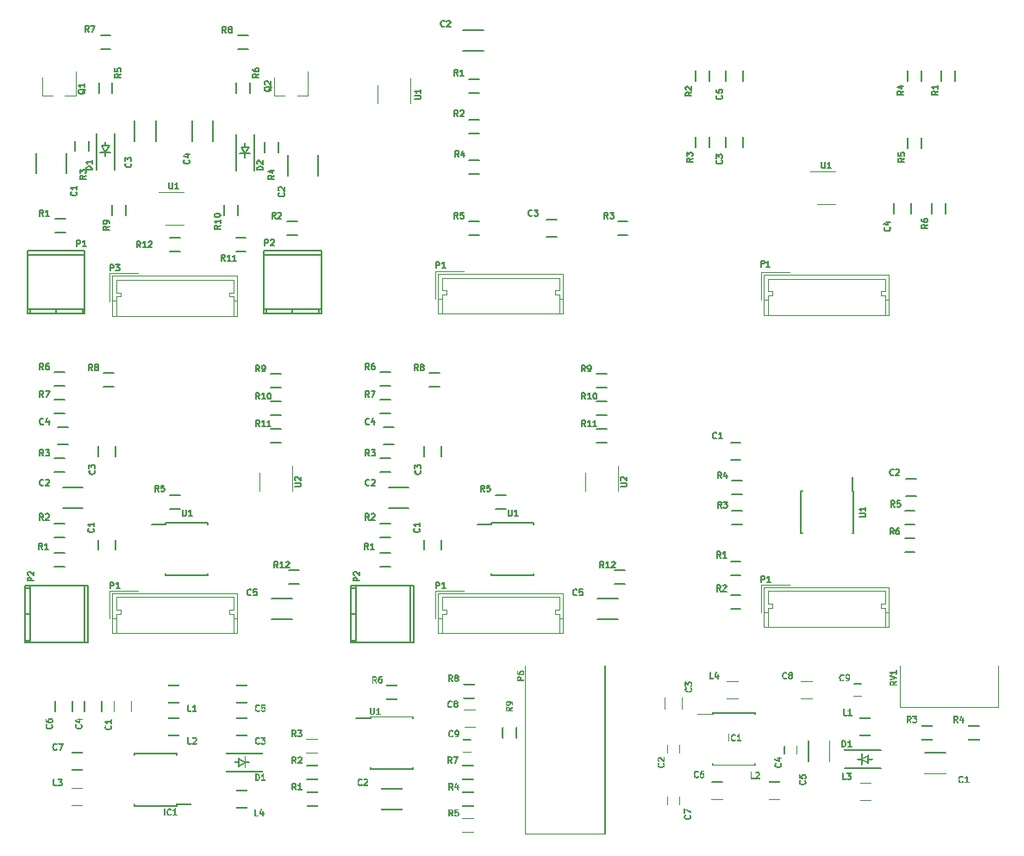
<source format=gto>
%MOIN*%
%OFA0B0*%
%FSLAX46Y46*%
%IPPOS*%
%LPD*%
%ADD10C,0.0039370078740157488*%
%ADD11C,0.005905511811023622*%
%ADD12C,0.0047244094488188976*%
%ADD23C,0.0039370078740157488*%
%ADD24C,0.005905511811023622*%
%ADD25C,0.0047244094488188976*%
%ADD26C,0.0039370078740157488*%
%ADD27C,0.005905511811023622*%
%ADD28C,0.0047244094488188976*%
%ADD29C,0.0039370078740157488*%
%ADD30C,0.005905511811023622*%
%ADD31C,0.0047244094488188976*%
%ADD32C,0.0039370078740157488*%
%ADD33C,0.005905511811023622*%
%ADD34C,0.0047244094488188976*%
%ADD35C,0.0039370078740157488*%
%ADD36C,0.005905511811023622*%
%ADD37C,0.0047244094488188976*%
G01G01*
D10*
D11*
X0003479330Y0003484251D02*
X0003479330Y0003444881D01*
X0003426181Y0003444881D02*
X0003426181Y0003484251D01*
D12*
X0003074803Y0002968110D02*
X0003145669Y0002968110D01*
X0003145669Y0003094881D02*
X0003049212Y0003094881D01*
D11*
X0002789370Y0003188976D02*
X0002789370Y0003228346D01*
X0002722440Y0003228346D02*
X0002722440Y0003188976D01*
X0003438976Y0002933070D02*
X0003438976Y0002972440D01*
X0003372047Y0002972440D02*
X0003372047Y0002933070D01*
X0002789370Y0003444881D02*
X0002789370Y0003484251D01*
X0002722440Y0003484251D02*
X0002722440Y0003444881D01*
X0003556102Y0003444881D02*
X0003556102Y0003484251D01*
X0003609251Y0003484251D02*
X0003609251Y0003444881D01*
X0002603346Y0003444881D02*
X0002603346Y0003484251D01*
X0002656496Y0003484251D02*
X0002656496Y0003444881D01*
X0002603346Y0003188976D02*
X0002603346Y0003228346D01*
X0002656496Y0003228346D02*
X0002656496Y0003188976D01*
X0003479330Y0003224409D02*
X0003479330Y0003185039D01*
X0003426181Y0003185039D02*
X0003426181Y0003224409D01*
X0003569881Y0002972440D02*
X0003569881Y0002933070D01*
X0003516732Y0002933070D02*
X0003516732Y0002972440D01*
D12*
X0002868110Y0002694881D02*
X0002868110Y0002539370D01*
X0002868110Y0002539370D02*
X0003352362Y0002539370D01*
X0003352362Y0002539370D02*
X0003352362Y0002694881D01*
X0003352362Y0002694881D02*
X0002868110Y0002694881D01*
X0002966535Y0002704724D02*
X0002858267Y0002704724D01*
X0002858267Y0002704724D02*
X0002858267Y0002596456D01*
X0002868110Y0002598425D02*
X0002883858Y0002598425D01*
X0003352362Y0002598425D02*
X0003336614Y0002598425D01*
X0003110236Y0002679133D02*
X0002883858Y0002679133D01*
X0002883858Y0002679133D02*
X0002883858Y0002629921D01*
X0002883858Y0002629921D02*
X0002899606Y0002629921D01*
X0002899606Y0002629921D02*
X0002899606Y0002614173D01*
X0002899606Y0002614173D02*
X0002883858Y0002614173D01*
X0002883858Y0002614173D02*
X0002883858Y0002539370D01*
X0003110236Y0002679133D02*
X0003336614Y0002679133D01*
X0003336614Y0002679133D02*
X0003336614Y0002629921D01*
X0003336614Y0002629921D02*
X0003320866Y0002629921D01*
X0003320866Y0002629921D02*
X0003320866Y0002614173D01*
X0003320866Y0002614173D02*
X0003336614Y0002614173D01*
X0003336614Y0002614173D02*
X0003336614Y0002539370D01*
D11*
X0003408323Y0003405511D02*
X0003397075Y0003397637D01*
X0003408323Y0003392013D02*
X0003384701Y0003392013D01*
X0003384701Y0003401012D01*
X0003385826Y0003403262D01*
X0003386951Y0003404386D01*
X0003389201Y0003405511D01*
X0003392575Y0003405511D01*
X0003394825Y0003404386D01*
X0003395950Y0003403262D01*
X0003397075Y0003401012D01*
X0003397075Y0003392013D01*
X0003392575Y0003425759D02*
X0003408323Y0003425759D01*
X0003383577Y0003420135D02*
X0003400449Y0003414510D01*
X0003400449Y0003429133D01*
X0003092238Y0003131046D02*
X0003092238Y0003111923D01*
X0003093363Y0003109673D01*
X0003094488Y0003108548D01*
X0003096737Y0003107424D01*
X0003101237Y0003107424D01*
X0003103487Y0003108548D01*
X0003104611Y0003109673D01*
X0003105736Y0003111923D01*
X0003105736Y0003131046D01*
X0003129358Y0003107424D02*
X0003115860Y0003107424D01*
X0003122609Y0003107424D02*
X0003122609Y0003131046D01*
X0003120359Y0003127671D01*
X0003118110Y0003125421D01*
X0003115860Y0003124296D01*
X0002705286Y0003137795D02*
X0002706411Y0003136670D01*
X0002707536Y0003133295D01*
X0002707536Y0003131046D01*
X0002706411Y0003127671D01*
X0002704161Y0003125421D01*
X0002701912Y0003124296D01*
X0002697412Y0003123172D01*
X0002694038Y0003123172D01*
X0002689538Y0003124296D01*
X0002687289Y0003125421D01*
X0002685039Y0003127671D01*
X0002683914Y0003131046D01*
X0002683914Y0003133295D01*
X0002685039Y0003136670D01*
X0002686164Y0003137795D01*
X0002683914Y0003145669D02*
X0002683914Y0003160292D01*
X0002692913Y0003152418D01*
X0002692913Y0003155793D01*
X0002694038Y0003158042D01*
X0002695163Y0003159167D01*
X0002697412Y0003160292D01*
X0002703037Y0003160292D01*
X0002705286Y0003159167D01*
X0002706411Y0003158042D01*
X0002707536Y0003155793D01*
X0002707536Y0003149043D01*
X0002706411Y0003146794D01*
X0002705286Y0003145669D01*
X0003354893Y0002877952D02*
X0003356017Y0002876827D01*
X0003357142Y0002873453D01*
X0003357142Y0002871203D01*
X0003356017Y0002867829D01*
X0003353768Y0002865579D01*
X0003351518Y0002864454D01*
X0003347019Y0002863329D01*
X0003343644Y0002863329D01*
X0003339145Y0002864454D01*
X0003336895Y0002865579D01*
X0003334645Y0002867829D01*
X0003333520Y0002871203D01*
X0003333520Y0002873453D01*
X0003334645Y0002876827D01*
X0003335770Y0002877952D01*
X0003341394Y0002898200D02*
X0003357142Y0002898200D01*
X0003332395Y0002892575D02*
X0003349268Y0002886951D01*
X0003349268Y0002901574D01*
X0002705286Y0003389763D02*
X0002706411Y0003388638D01*
X0002707536Y0003385264D01*
X0002707536Y0003383014D01*
X0002706411Y0003379640D01*
X0002704161Y0003377390D01*
X0002701912Y0003376265D01*
X0002697412Y0003375140D01*
X0002694038Y0003375140D01*
X0002689538Y0003376265D01*
X0002687289Y0003377390D01*
X0002685039Y0003379640D01*
X0002683914Y0003383014D01*
X0002683914Y0003385264D01*
X0002685039Y0003388638D01*
X0002686164Y0003389763D01*
X0002683914Y0003411136D02*
X0002683914Y0003399887D01*
X0002695163Y0003398762D01*
X0002694038Y0003399887D01*
X0002692913Y0003402137D01*
X0002692913Y0003407761D01*
X0002694038Y0003410011D01*
X0002695163Y0003411136D01*
X0002697412Y0003412260D01*
X0002703037Y0003412260D01*
X0002705286Y0003411136D01*
X0002706411Y0003410011D01*
X0002707536Y0003407761D01*
X0002707536Y0003402137D01*
X0002706411Y0003399887D01*
X0002705286Y0003398762D01*
X0003542182Y0003405511D02*
X0003530933Y0003397637D01*
X0003542182Y0003392013D02*
X0003518560Y0003392013D01*
X0003518560Y0003401012D01*
X0003519685Y0003403262D01*
X0003520809Y0003404386D01*
X0003523059Y0003405511D01*
X0003526434Y0003405511D01*
X0003528683Y0003404386D01*
X0003529808Y0003403262D01*
X0003530933Y0003401012D01*
X0003530933Y0003392013D01*
X0003542182Y0003428009D02*
X0003542182Y0003414510D01*
X0003542182Y0003421259D02*
X0003518560Y0003421259D01*
X0003521934Y0003419010D01*
X0003524184Y0003416760D01*
X0003525309Y0003414510D01*
X0002589426Y0003401574D02*
X0002578177Y0003393700D01*
X0002589426Y0003388076D02*
X0002565804Y0003388076D01*
X0002565804Y0003397075D01*
X0002566929Y0003399325D01*
X0002568053Y0003400449D01*
X0002570303Y0003401574D01*
X0002573678Y0003401574D01*
X0002575927Y0003400449D01*
X0002577052Y0003399325D01*
X0002578177Y0003397075D01*
X0002578177Y0003388076D01*
X0002568053Y0003410573D02*
X0002566929Y0003411698D01*
X0002565804Y0003413948D01*
X0002565804Y0003419572D01*
X0002566929Y0003421822D01*
X0002568053Y0003422947D01*
X0002570303Y0003424072D01*
X0002572553Y0003424072D01*
X0002575927Y0003422947D01*
X0002589426Y0003409448D01*
X0002589426Y0003424072D01*
X0002593363Y0003145669D02*
X0002582114Y0003137795D01*
X0002593363Y0003132170D02*
X0002569741Y0003132170D01*
X0002569741Y0003141169D01*
X0002570866Y0003143419D01*
X0002571990Y0003144544D01*
X0002574240Y0003145669D01*
X0002577615Y0003145669D01*
X0002579865Y0003144544D01*
X0002580989Y0003143419D01*
X0002582114Y0003141169D01*
X0002582114Y0003132170D01*
X0002569741Y0003153543D02*
X0002569741Y0003168166D01*
X0002578740Y0003160292D01*
X0002578740Y0003163667D01*
X0002579865Y0003165916D01*
X0002580989Y0003167041D01*
X0002583239Y0003168166D01*
X0002588863Y0003168166D01*
X0002591113Y0003167041D01*
X0002592238Y0003165916D01*
X0002593363Y0003163667D01*
X0002593363Y0003156917D01*
X0002592238Y0003154668D01*
X0002591113Y0003153543D01*
X0003412260Y0003145669D02*
X0003401012Y0003137795D01*
X0003412260Y0003132170D02*
X0003388638Y0003132170D01*
X0003388638Y0003141169D01*
X0003389763Y0003143419D01*
X0003390888Y0003144544D01*
X0003393138Y0003145669D01*
X0003396512Y0003145669D01*
X0003398762Y0003144544D01*
X0003399887Y0003143419D01*
X0003401012Y0003141169D01*
X0003401012Y0003132170D01*
X0003388638Y0003167041D02*
X0003388638Y0003155793D01*
X0003399887Y0003154668D01*
X0003398762Y0003155793D01*
X0003397637Y0003158042D01*
X0003397637Y0003163667D01*
X0003398762Y0003165916D01*
X0003399887Y0003167041D01*
X0003402137Y0003168166D01*
X0003407761Y0003168166D01*
X0003410011Y0003167041D01*
X0003411136Y0003165916D01*
X0003412260Y0003163667D01*
X0003412260Y0003158042D01*
X0003411136Y0003155793D01*
X0003410011Y0003154668D01*
X0003502812Y0002889763D02*
X0003491563Y0002881889D01*
X0003502812Y0002876265D02*
X0003479190Y0002876265D01*
X0003479190Y0002885264D01*
X0003480314Y0002887514D01*
X0003481439Y0002888638D01*
X0003483689Y0002889763D01*
X0003487064Y0002889763D01*
X0003489313Y0002888638D01*
X0003490438Y0002887514D01*
X0003491563Y0002885264D01*
X0003491563Y0002876265D01*
X0003479190Y0002910011D02*
X0003479190Y0002905511D01*
X0003480314Y0002903262D01*
X0003481439Y0002902137D01*
X0003484814Y0002899887D01*
X0003489313Y0002898762D01*
X0003498312Y0002898762D01*
X0003500562Y0002899887D01*
X0003501687Y0002901012D01*
X0003502812Y0002903262D01*
X0003502812Y0002907761D01*
X0003501687Y0002910011D01*
X0003500562Y0002911136D01*
X0003498312Y0002912260D01*
X0003492688Y0002912260D01*
X0003490438Y0002911136D01*
X0003489313Y0002910011D01*
X0003488188Y0002907761D01*
X0003488188Y0002903262D01*
X0003489313Y0002901012D01*
X0003490438Y0002899887D01*
X0003492688Y0002898762D01*
X0002856580Y0002725534D02*
X0002856580Y0002749156D01*
X0002865579Y0002749156D01*
X0002867829Y0002748031D01*
X0002868953Y0002746906D01*
X0002870078Y0002744656D01*
X0002870078Y0002741282D01*
X0002868953Y0002739032D01*
X0002867829Y0002737907D01*
X0002865579Y0002736782D01*
X0002856580Y0002736782D01*
X0002892575Y0002725534D02*
X0002879077Y0002725534D01*
X0002885826Y0002725534D02*
X0002885826Y0002749156D01*
X0002883577Y0002745781D01*
X0002881327Y0002743532D01*
X0002879077Y0002742407D01*
G04 next file*
G04 Gerber Fmt 4.6, Leading zero omitted, Abs format (unit mm)*
G04 Created by KiCad (PCBNEW 4.0.4-1.fc24-product) date Fri Jan 12 13:17:57 2018*
G01G01*
G04 APERTURE LIST*
G04 APERTURE END LIST*
D23*
D24*
X0000826771Y0002837598D02*
X0000866141Y0002837598D01*
X0000866141Y0002784448D02*
X0000826771Y0002784448D01*
X0001023622Y0002900590D02*
X0001062992Y0002900590D01*
X0001062992Y0002847440D02*
X0001023622Y0002847440D01*
X0000242877Y0002562954D02*
X0000022477Y0002562954D01*
X0000030277Y0002543354D02*
X0000030277Y0002562954D01*
X0000235077Y0002562954D02*
X0000235077Y0002543354D01*
X0000132677Y0002543354D02*
X0000132677Y0002562954D01*
X0000022477Y0002771654D02*
X0000242877Y0002771654D01*
X0000022477Y0002543354D02*
X0000242877Y0002543354D01*
X0000242877Y0002543354D02*
X0000242877Y0002787354D01*
X0000242877Y0002787354D02*
X0000022477Y0002787354D01*
X0000022477Y0002787354D02*
X0000022477Y0002543354D01*
X0001156262Y0002562954D02*
X0000935862Y0002562954D01*
X0000943662Y0002543354D02*
X0000943662Y0002562954D01*
X0001148462Y0002562954D02*
X0001148462Y0002543354D01*
X0001046062Y0002543354D02*
X0001046062Y0002562954D01*
X0000935862Y0002771654D02*
X0001156262Y0002771654D01*
X0000935862Y0002543354D02*
X0001156262Y0002543354D01*
X0001156262Y0002543354D02*
X0001156262Y0002787354D01*
X0001156262Y0002787354D02*
X0000935862Y0002787354D01*
X0000935862Y0002787354D02*
X0000935862Y0002543354D01*
D25*
X0000555118Y0002889370D02*
X0000625984Y0002889370D01*
X0000625984Y0003016141D02*
X0000529527Y0003016141D01*
D24*
X0000436023Y0003291338D02*
X0000436023Y0003212598D01*
X0000516732Y0003212598D02*
X0000516732Y0003291338D01*
X0000656496Y0003291338D02*
X0000656496Y0003212598D01*
X0000737204Y0003212598D02*
X0000737204Y0003291338D01*
D25*
X0000206692Y0003482283D02*
X0000206692Y0003387795D01*
X0000206692Y0003387795D02*
X0000165354Y0003387795D01*
X0000076771Y0003458661D02*
X0000076771Y0003387795D01*
X0000076771Y0003387795D02*
X0000118110Y0003387795D01*
X0001104330Y0003482283D02*
X0001104330Y0003387795D01*
X0001104330Y0003387795D02*
X0001062992Y0003387795D01*
X0000974409Y0003458661D02*
X0000974409Y0003387795D01*
X0000974409Y0003387795D02*
X0001015748Y0003387795D01*
D24*
X0000167322Y0002857283D02*
X0000127952Y0002857283D01*
X0000127952Y0002910433D02*
X0000167322Y0002910433D01*
X0000205708Y0003173228D02*
X0000205708Y0003212598D01*
X0000258858Y0003212598D02*
X0000258858Y0003173228D01*
X0000937992Y0003169291D02*
X0000937992Y0003208661D01*
X0000991141Y0003208661D02*
X0000991141Y0003169291D01*
X0000349409Y0003437007D02*
X0000349409Y0003397637D01*
X0000296259Y0003397637D02*
X0000296259Y0003437007D01*
X0000880905Y0003437007D02*
X0000880905Y0003397637D01*
X0000827755Y0003397637D02*
X0000827755Y0003437007D01*
X0000303149Y0003621062D02*
X0000342519Y0003621062D01*
X0000342519Y0003567913D02*
X0000303149Y0003567913D01*
X0000834645Y0003621062D02*
X0000874015Y0003621062D01*
X0000874015Y0003567913D02*
X0000834645Y0003567913D01*
X0000400590Y0002964566D02*
X0000400590Y0002925196D01*
X0000347440Y0002925196D02*
X0000347440Y0002964566D01*
X0000833661Y0002964566D02*
X0000833661Y0002925196D01*
X0000780511Y0002925196D02*
X0000780511Y0002964566D01*
X0000610236Y0002784448D02*
X0000570866Y0002784448D01*
X0000570866Y0002837598D02*
X0000610236Y0002837598D01*
X0000322834Y0003193602D02*
X0000322834Y0003208602D01*
X0000322834Y0003153602D02*
X0000322834Y0003168602D01*
X0000322834Y0003168602D02*
X0000307834Y0003193602D01*
X0000307834Y0003193602D02*
X0000337834Y0003193602D01*
X0000337834Y0003193602D02*
X0000322834Y0003168602D01*
X0000302834Y0003168602D02*
X0000342834Y0003168602D01*
X0000358267Y0003102362D02*
X0000358267Y0003241732D01*
X0000287401Y0003102362D02*
X0000287401Y0003241732D01*
X0000862204Y0003189665D02*
X0000862204Y0003204665D01*
X0000862204Y0003149665D02*
X0000862204Y0003164665D01*
X0000862204Y0003164665D02*
X0000847204Y0003189665D01*
X0000847204Y0003189665D02*
X0000877204Y0003189665D01*
X0000877204Y0003189665D02*
X0000862204Y0003164665D01*
X0000842204Y0003164665D02*
X0000882204Y0003164665D01*
X0000897637Y0003098425D02*
X0000897637Y0003237795D01*
X0000826771Y0003098425D02*
X0000826771Y0003237795D01*
X0000172244Y0003086614D02*
X0000172244Y0003165354D01*
X0000056102Y0003165354D02*
X0000056102Y0003086614D01*
X0001144685Y0003078740D02*
X0001144685Y0003157480D01*
X0001028543Y0003157480D02*
X0001028543Y0003078740D01*
D25*
X0000348425Y0002690944D02*
X0000348425Y0002535433D01*
X0000348425Y0002535433D02*
X0000832677Y0002535433D01*
X0000832677Y0002535433D02*
X0000832677Y0002690944D01*
X0000832677Y0002690944D02*
X0000348425Y0002690944D01*
X0000446850Y0002700787D02*
X0000338582Y0002700787D01*
X0000338582Y0002700787D02*
X0000338582Y0002592519D01*
X0000348425Y0002594488D02*
X0000364173Y0002594488D01*
X0000832677Y0002594488D02*
X0000816929Y0002594488D01*
X0000590551Y0002675196D02*
X0000364173Y0002675196D01*
X0000364173Y0002675196D02*
X0000364173Y0002625984D01*
X0000364173Y0002625984D02*
X0000379921Y0002625984D01*
X0000379921Y0002625984D02*
X0000379921Y0002610236D01*
X0000379921Y0002610236D02*
X0000364173Y0002610236D01*
X0000364173Y0002610236D02*
X0000364173Y0002535433D01*
X0000590551Y0002675196D02*
X0000816929Y0002675196D01*
X0000816929Y0002675196D02*
X0000816929Y0002625984D01*
X0000816929Y0002625984D02*
X0000801181Y0002625984D01*
X0000801181Y0002625984D02*
X0000801181Y0002610236D01*
X0000801181Y0002610236D02*
X0000816929Y0002610236D01*
X0000816929Y0002610236D02*
X0000816929Y0002535433D01*
D24*
X0000784026Y0002749156D02*
X0000776152Y0002760404D01*
X0000770528Y0002749156D02*
X0000770528Y0002772778D01*
X0000779527Y0002772778D01*
X0000781777Y0002771653D01*
X0000782902Y0002770528D01*
X0000784026Y0002768278D01*
X0000784026Y0002764904D01*
X0000782902Y0002762654D01*
X0000781777Y0002761529D01*
X0000779527Y0002760404D01*
X0000770528Y0002760404D01*
X0000806524Y0002749156D02*
X0000793025Y0002749156D01*
X0000799775Y0002749156D02*
X0000799775Y0002772778D01*
X0000797525Y0002769403D01*
X0000795275Y0002767154D01*
X0000793025Y0002766029D01*
X0000829021Y0002749156D02*
X0000815523Y0002749156D01*
X0000822272Y0002749156D02*
X0000822272Y0002772778D01*
X0000820022Y0002769403D01*
X0000817772Y0002767154D01*
X0000815523Y0002766029D01*
X0000980314Y0002912542D02*
X0000972440Y0002923790D01*
X0000966816Y0002912542D02*
X0000966816Y0002936164D01*
X0000975815Y0002936164D01*
X0000978065Y0002935039D01*
X0000979190Y0002933914D01*
X0000980314Y0002931664D01*
X0000980314Y0002928290D01*
X0000979190Y0002926040D01*
X0000978065Y0002924915D01*
X0000975815Y0002923790D01*
X0000966816Y0002923790D01*
X0000989313Y0002933914D02*
X0000990438Y0002935039D01*
X0000992688Y0002936164D01*
X0000998312Y0002936164D01*
X0001000562Y0002935039D01*
X0001001687Y0002933914D01*
X0001002812Y0002931664D01*
X0001002812Y0002929415D01*
X0001001687Y0002926040D01*
X0000988188Y0002912542D01*
X0001002812Y0002912542D01*
X0000210911Y0002804274D02*
X0000210911Y0002827896D01*
X0000219910Y0002827896D01*
X0000222159Y0002826771D01*
X0000223284Y0002825646D01*
X0000224409Y0002823397D01*
X0000224409Y0002820022D01*
X0000223284Y0002817772D01*
X0000222159Y0002816647D01*
X0000219910Y0002815523D01*
X0000210911Y0002815523D01*
X0000246906Y0002804274D02*
X0000233408Y0002804274D01*
X0000240157Y0002804274D02*
X0000240157Y0002827896D01*
X0000237907Y0002824521D01*
X0000235658Y0002822272D01*
X0000233408Y0002821147D01*
X0000939257Y0002808211D02*
X0000939257Y0002831833D01*
X0000948256Y0002831833D01*
X0000950506Y0002830708D01*
X0000951631Y0002829583D01*
X0000952755Y0002827334D01*
X0000952755Y0002823959D01*
X0000951631Y0002821709D01*
X0000950506Y0002820584D01*
X0000948256Y0002819460D01*
X0000939257Y0002819460D01*
X0000961754Y0002829583D02*
X0000962879Y0002830708D01*
X0000965129Y0002831833D01*
X0000970753Y0002831833D01*
X0000973003Y0002830708D01*
X0000974128Y0002829583D01*
X0000975253Y0002827334D01*
X0000975253Y0002825084D01*
X0000974128Y0002821709D01*
X0000960629Y0002808211D01*
X0000975253Y0002808211D01*
X0000568616Y0003050337D02*
X0000568616Y0003031214D01*
X0000569741Y0003028965D01*
X0000570866Y0003027840D01*
X0000573115Y0003026715D01*
X0000577615Y0003026715D01*
X0000579864Y0003027840D01*
X0000580989Y0003028965D01*
X0000582114Y0003031214D01*
X0000582114Y0003050337D01*
X0000605736Y0003026715D02*
X0000592238Y0003026715D01*
X0000598987Y0003026715D02*
X0000598987Y0003050337D01*
X0000596737Y0003046962D01*
X0000594488Y0003044713D01*
X0000592238Y0003043588D01*
X0000419853Y0003125984D02*
X0000420978Y0003124859D01*
X0000422103Y0003121484D01*
X0000422103Y0003119235D01*
X0000420978Y0003115860D01*
X0000418728Y0003113610D01*
X0000416479Y0003112485D01*
X0000411979Y0003111361D01*
X0000408605Y0003111361D01*
X0000404105Y0003112485D01*
X0000401856Y0003113610D01*
X0000399606Y0003115860D01*
X0000398481Y0003119235D01*
X0000398481Y0003121484D01*
X0000399606Y0003124859D01*
X0000400731Y0003125984D01*
X0000398481Y0003133858D02*
X0000398481Y0003148481D01*
X0000407480Y0003140607D01*
X0000407480Y0003143982D01*
X0000408605Y0003146231D01*
X0000409730Y0003147356D01*
X0000411979Y0003148481D01*
X0000417604Y0003148481D01*
X0000419853Y0003147356D01*
X0000420978Y0003146231D01*
X0000422103Y0003143982D01*
X0000422103Y0003137232D01*
X0000420978Y0003134983D01*
X0000419853Y0003133858D01*
X0000646231Y0003139763D02*
X0000647356Y0003138638D01*
X0000648481Y0003135264D01*
X0000648481Y0003133014D01*
X0000647356Y0003129640D01*
X0000645106Y0003127390D01*
X0000642857Y0003126265D01*
X0000638357Y0003125140D01*
X0000634983Y0003125140D01*
X0000630483Y0003126265D01*
X0000628233Y0003127390D01*
X0000625984Y0003129640D01*
X0000624859Y0003133014D01*
X0000624859Y0003135264D01*
X0000625984Y0003138638D01*
X0000627109Y0003139763D01*
X0000632733Y0003160011D02*
X0000648481Y0003160011D01*
X0000623734Y0003154386D02*
X0000640607Y0003148762D01*
X0000640607Y0003163385D01*
X0000243250Y0003413104D02*
X0000242125Y0003410854D01*
X0000239876Y0003408605D01*
X0000236501Y0003405230D01*
X0000235376Y0003402980D01*
X0000235376Y0003400731D01*
X0000241001Y0003401856D02*
X0000239876Y0003399606D01*
X0000237626Y0003397356D01*
X0000233127Y0003396231D01*
X0000225253Y0003396231D01*
X0000220753Y0003397356D01*
X0000218503Y0003399606D01*
X0000217379Y0003401856D01*
X0000217379Y0003406355D01*
X0000218503Y0003408605D01*
X0000220753Y0003410854D01*
X0000225253Y0003411979D01*
X0000233127Y0003411979D01*
X0000237626Y0003410854D01*
X0000239876Y0003408605D01*
X0000241001Y0003406355D01*
X0000241001Y0003401856D01*
X0000241001Y0003434476D02*
X0000241001Y0003420978D01*
X0000241001Y0003427727D02*
X0000217379Y0003427727D01*
X0000220753Y0003425478D01*
X0000223003Y0003423228D01*
X0000224128Y0003420978D01*
X0000963723Y0003422947D02*
X0000962598Y0003420697D01*
X0000960348Y0003418447D01*
X0000956974Y0003415073D01*
X0000955849Y0003412823D01*
X0000955849Y0003410573D01*
X0000961473Y0003411698D02*
X0000960348Y0003409448D01*
X0000958098Y0003407199D01*
X0000953599Y0003406074D01*
X0000945725Y0003406074D01*
X0000941226Y0003407199D01*
X0000938976Y0003409448D01*
X0000937851Y0003411698D01*
X0000937851Y0003416197D01*
X0000938976Y0003418447D01*
X0000941226Y0003420697D01*
X0000945725Y0003421822D01*
X0000953599Y0003421822D01*
X0000958098Y0003420697D01*
X0000960348Y0003418447D01*
X0000961473Y0003416197D01*
X0000961473Y0003411698D01*
X0000940101Y0003430821D02*
X0000938976Y0003431945D01*
X0000937851Y0003434195D01*
X0000937851Y0003439820D01*
X0000938976Y0003442069D01*
X0000940101Y0003443194D01*
X0000942350Y0003444319D01*
X0000944600Y0003444319D01*
X0000947975Y0003443194D01*
X0000961473Y0003429696D01*
X0000961473Y0003444319D01*
X0000082677Y0002922384D02*
X0000074803Y0002933633D01*
X0000069178Y0002922384D02*
X0000069178Y0002946006D01*
X0000078177Y0002946006D01*
X0000080427Y0002944881D01*
X0000081552Y0002943757D01*
X0000082677Y0002941507D01*
X0000082677Y0002938132D01*
X0000081552Y0002935883D01*
X0000080427Y0002934758D01*
X0000078177Y0002933633D01*
X0000069178Y0002933633D01*
X0000105174Y0002922384D02*
X0000091676Y0002922384D01*
X0000098425Y0002922384D02*
X0000098425Y0002946006D01*
X0000096175Y0002942632D01*
X0000093925Y0002940382D01*
X0000091676Y0002939257D01*
X0000246906Y0003078740D02*
X0000235658Y0003070866D01*
X0000246906Y0003065241D02*
X0000223284Y0003065241D01*
X0000223284Y0003074240D01*
X0000224409Y0003076490D01*
X0000225534Y0003077615D01*
X0000227784Y0003078740D01*
X0000231158Y0003078740D01*
X0000233408Y0003077615D01*
X0000234533Y0003076490D01*
X0000235658Y0003074240D01*
X0000235658Y0003065241D01*
X0000223284Y0003086614D02*
X0000223284Y0003101237D01*
X0000232283Y0003093363D01*
X0000232283Y0003096737D01*
X0000233408Y0003098987D01*
X0000234533Y0003100112D01*
X0000236782Y0003101237D01*
X0000242407Y0003101237D01*
X0000244656Y0003100112D01*
X0000245781Y0003098987D01*
X0000246906Y0003096737D01*
X0000246906Y0003089988D01*
X0000245781Y0003087739D01*
X0000244656Y0003086614D01*
X0000975253Y0003078740D02*
X0000964004Y0003070866D01*
X0000975253Y0003065241D02*
X0000951631Y0003065241D01*
X0000951631Y0003074240D01*
X0000952755Y0003076490D01*
X0000953880Y0003077615D01*
X0000956130Y0003078740D01*
X0000959505Y0003078740D01*
X0000961754Y0003077615D01*
X0000962879Y0003076490D01*
X0000964004Y0003074240D01*
X0000964004Y0003065241D01*
X0000959505Y0003098987D02*
X0000975253Y0003098987D01*
X0000950506Y0003093363D02*
X0000967379Y0003087739D01*
X0000967379Y0003102362D01*
X0000382733Y0003472440D02*
X0000371484Y0003464566D01*
X0000382733Y0003458942D02*
X0000359111Y0003458942D01*
X0000359111Y0003467941D01*
X0000360236Y0003470191D01*
X0000361361Y0003471316D01*
X0000363610Y0003472440D01*
X0000366985Y0003472440D01*
X0000369235Y0003471316D01*
X0000370359Y0003470191D01*
X0000371484Y0003467941D01*
X0000371484Y0003458942D01*
X0000359111Y0003493813D02*
X0000359111Y0003482564D01*
X0000370359Y0003481439D01*
X0000369235Y0003482564D01*
X0000368110Y0003484814D01*
X0000368110Y0003490438D01*
X0000369235Y0003492688D01*
X0000370359Y0003493813D01*
X0000372609Y0003494938D01*
X0000378233Y0003494938D01*
X0000380483Y0003493813D01*
X0000381608Y0003492688D01*
X0000382733Y0003490438D01*
X0000382733Y0003484814D01*
X0000381608Y0003482564D01*
X0000380483Y0003481439D01*
X0000916197Y0003472440D02*
X0000904949Y0003464566D01*
X0000916197Y0003458942D02*
X0000892575Y0003458942D01*
X0000892575Y0003467941D01*
X0000893700Y0003470191D01*
X0000894825Y0003471316D01*
X0000897075Y0003472440D01*
X0000900449Y0003472440D01*
X0000902699Y0003471316D01*
X0000903824Y0003470191D01*
X0000904949Y0003467941D01*
X0000904949Y0003458942D01*
X0000892575Y0003492688D02*
X0000892575Y0003488188D01*
X0000893700Y0003485939D01*
X0000894825Y0003484814D01*
X0000898200Y0003482564D01*
X0000902699Y0003481439D01*
X0000911698Y0003481439D01*
X0000913948Y0003482564D01*
X0000915073Y0003483689D01*
X0000916197Y0003485939D01*
X0000916197Y0003490438D01*
X0000915073Y0003492688D01*
X0000913948Y0003493813D01*
X0000911698Y0003494938D01*
X0000906074Y0003494938D01*
X0000903824Y0003493813D01*
X0000902699Y0003492688D01*
X0000901574Y0003490438D01*
X0000901574Y0003485939D01*
X0000902699Y0003483689D01*
X0000903824Y0003482564D01*
X0000906074Y0003481439D01*
X0000257874Y0003634983D02*
X0000249999Y0003646231D01*
X0000244375Y0003634983D02*
X0000244375Y0003658605D01*
X0000253374Y0003658605D01*
X0000255624Y0003657480D01*
X0000256749Y0003656355D01*
X0000257874Y0003654105D01*
X0000257874Y0003650731D01*
X0000256749Y0003648481D01*
X0000255624Y0003647356D01*
X0000253374Y0003646231D01*
X0000244375Y0003646231D01*
X0000265748Y0003658605D02*
X0000281496Y0003658605D01*
X0000271372Y0003634983D01*
X0000789370Y0003631046D02*
X0000781496Y0003642294D01*
X0000775871Y0003631046D02*
X0000775871Y0003654668D01*
X0000784870Y0003654668D01*
X0000787120Y0003653543D01*
X0000788245Y0003652418D01*
X0000789370Y0003650168D01*
X0000789370Y0003646794D01*
X0000788245Y0003644544D01*
X0000787120Y0003643419D01*
X0000784870Y0003642294D01*
X0000775871Y0003642294D01*
X0000802868Y0003644544D02*
X0000800618Y0003645669D01*
X0000799493Y0003646794D01*
X0000798368Y0003649043D01*
X0000798368Y0003650168D01*
X0000799493Y0003652418D01*
X0000800618Y0003653543D01*
X0000802868Y0003654668D01*
X0000807367Y0003654668D01*
X0000809617Y0003653543D01*
X0000810742Y0003652418D01*
X0000811867Y0003650168D01*
X0000811867Y0003649043D01*
X0000810742Y0003646794D01*
X0000809617Y0003645669D01*
X0000807367Y0003644544D01*
X0000802868Y0003644544D01*
X0000800618Y0003643419D01*
X0000799493Y0003642294D01*
X0000798368Y0003640045D01*
X0000798368Y0003635545D01*
X0000799493Y0003633295D01*
X0000800618Y0003632170D01*
X0000802868Y0003631046D01*
X0000807367Y0003631046D01*
X0000809617Y0003632170D01*
X0000810742Y0003633295D01*
X0000811867Y0003635545D01*
X0000811867Y0003640045D01*
X0000810742Y0003642294D01*
X0000809617Y0003643419D01*
X0000807367Y0003644544D01*
X0000337457Y0002881889D02*
X0000326209Y0002874015D01*
X0000337457Y0002868391D02*
X0000313835Y0002868391D01*
X0000313835Y0002877390D01*
X0000314960Y0002879640D01*
X0000316085Y0002880764D01*
X0000318335Y0002881889D01*
X0000321709Y0002881889D01*
X0000323959Y0002880764D01*
X0000325084Y0002879640D01*
X0000326209Y0002877390D01*
X0000326209Y0002868391D01*
X0000337457Y0002893138D02*
X0000337457Y0002897637D01*
X0000336332Y0002899887D01*
X0000335208Y0002901012D01*
X0000331833Y0002903262D01*
X0000327334Y0002904386D01*
X0000318335Y0002904386D01*
X0000316085Y0002903262D01*
X0000314960Y0002902137D01*
X0000313835Y0002899887D01*
X0000313835Y0002895388D01*
X0000314960Y0002893138D01*
X0000316085Y0002892013D01*
X0000318335Y0002890888D01*
X0000323959Y0002890888D01*
X0000326209Y0002892013D01*
X0000327334Y0002893138D01*
X0000328458Y0002895388D01*
X0000328458Y0002899887D01*
X0000327334Y0002902137D01*
X0000326209Y0002903262D01*
X0000323959Y0002904386D01*
X0000766591Y0002886389D02*
X0000755343Y0002878515D01*
X0000766591Y0002872890D02*
X0000742969Y0002872890D01*
X0000742969Y0002881889D01*
X0000744094Y0002884139D01*
X0000745219Y0002885264D01*
X0000747469Y0002886389D01*
X0000750843Y0002886389D01*
X0000753093Y0002885264D01*
X0000754218Y0002884139D01*
X0000755343Y0002881889D01*
X0000755343Y0002872890D01*
X0000766591Y0002908886D02*
X0000766591Y0002895388D01*
X0000766591Y0002902137D02*
X0000742969Y0002902137D01*
X0000746344Y0002899887D01*
X0000748593Y0002897637D01*
X0000749718Y0002895388D01*
X0000742969Y0002923509D02*
X0000742969Y0002925759D01*
X0000744094Y0002928009D01*
X0000745219Y0002929133D01*
X0000747469Y0002930258D01*
X0000751968Y0002931383D01*
X0000757592Y0002931383D01*
X0000762092Y0002930258D01*
X0000764341Y0002929133D01*
X0000765466Y0002928009D01*
X0000766591Y0002925759D01*
X0000766591Y0002923509D01*
X0000765466Y0002921259D01*
X0000764341Y0002920135D01*
X0000762092Y0002919010D01*
X0000757592Y0002917885D01*
X0000751968Y0002917885D01*
X0000747469Y0002919010D01*
X0000745219Y0002920135D01*
X0000744094Y0002921259D01*
X0000742969Y0002923509D01*
X0000457255Y0002800337D02*
X0000449381Y0002811586D01*
X0000443756Y0002800337D02*
X0000443756Y0002823959D01*
X0000452755Y0002823959D01*
X0000455005Y0002822834D01*
X0000456130Y0002821709D01*
X0000457255Y0002819460D01*
X0000457255Y0002816085D01*
X0000456130Y0002813835D01*
X0000455005Y0002812710D01*
X0000452755Y0002811586D01*
X0000443756Y0002811586D01*
X0000479752Y0002800337D02*
X0000466254Y0002800337D01*
X0000473003Y0002800337D02*
X0000473003Y0002823959D01*
X0000470753Y0002820584D01*
X0000468503Y0002818335D01*
X0000466254Y0002817210D01*
X0000488751Y0002821709D02*
X0000489876Y0002822834D01*
X0000492125Y0002823959D01*
X0000497750Y0002823959D01*
X0000499999Y0002822834D01*
X0000501124Y0002821709D01*
X0000502249Y0002819460D01*
X0000502249Y0002817210D01*
X0000501124Y0002813835D01*
X0000487626Y0002800337D01*
X0000502249Y0002800337D01*
X0000270528Y0003100674D02*
X0000246906Y0003100674D01*
X0000246906Y0003106299D01*
X0000248031Y0003109673D01*
X0000250281Y0003111923D01*
X0000252530Y0003113048D01*
X0000257030Y0003114173D01*
X0000260404Y0003114173D01*
X0000264904Y0003113048D01*
X0000267154Y0003111923D01*
X0000269403Y0003109673D01*
X0000270528Y0003106299D01*
X0000270528Y0003100674D01*
X0000270528Y0003136670D02*
X0000270528Y0003123172D01*
X0000270528Y0003129921D02*
X0000246906Y0003129921D01*
X0000250281Y0003127671D01*
X0000252530Y0003125421D01*
X0000253655Y0003123172D01*
X0000931945Y0003100674D02*
X0000908323Y0003100674D01*
X0000908323Y0003106299D01*
X0000909448Y0003109673D01*
X0000911698Y0003111923D01*
X0000913948Y0003113048D01*
X0000918447Y0003114173D01*
X0000921822Y0003114173D01*
X0000926321Y0003113048D01*
X0000928571Y0003111923D01*
X0000930821Y0003109673D01*
X0000931945Y0003106299D01*
X0000931945Y0003100674D01*
X0000910573Y0003123172D02*
X0000909448Y0003124296D01*
X0000908323Y0003126546D01*
X0000908323Y0003132170D01*
X0000909448Y0003134420D01*
X0000910573Y0003135545D01*
X0000912823Y0003136670D01*
X0000915073Y0003136670D01*
X0000918447Y0003135545D01*
X0000931945Y0003122047D01*
X0000931945Y0003136670D01*
X0000209223Y0003015748D02*
X0000210348Y0003014623D01*
X0000211473Y0003011248D01*
X0000211473Y0003008998D01*
X0000210348Y0003005624D01*
X0000208098Y0003003374D01*
X0000205849Y0003002249D01*
X0000201349Y0003001124D01*
X0000197975Y0003001124D01*
X0000193475Y0003002249D01*
X0000191226Y0003003374D01*
X0000188976Y0003005624D01*
X0000187851Y0003008998D01*
X0000187851Y0003011248D01*
X0000188976Y0003014623D01*
X0000190101Y0003015748D01*
X0000211473Y0003038245D02*
X0000211473Y0003024746D01*
X0000211473Y0003031496D02*
X0000187851Y0003031496D01*
X0000191226Y0003029246D01*
X0000193475Y0003026996D01*
X0000194600Y0003024746D01*
X0001012373Y0003011811D02*
X0001013498Y0003010686D01*
X0001014623Y0003007311D01*
X0001014623Y0003005061D01*
X0001013498Y0003001687D01*
X0001011248Y0002999437D01*
X0001008998Y0002998312D01*
X0001004499Y0002997187D01*
X0001001124Y0002997187D01*
X0000996625Y0002998312D01*
X0000994375Y0002999437D01*
X0000992125Y0003001687D01*
X0000991001Y0003005061D01*
X0000991001Y0003007311D01*
X0000992125Y0003010686D01*
X0000993250Y0003011811D01*
X0000993250Y0003020809D02*
X0000992125Y0003021934D01*
X0000991001Y0003024184D01*
X0000991001Y0003029808D01*
X0000992125Y0003032058D01*
X0000993250Y0003033183D01*
X0000995500Y0003034308D01*
X0000997750Y0003034308D01*
X0001001124Y0003033183D01*
X0001014623Y0003019685D01*
X0001014623Y0003034308D01*
X0000340832Y0002709786D02*
X0000340832Y0002733408D01*
X0000349831Y0002733408D01*
X0000352080Y0002732283D01*
X0000353205Y0002731158D01*
X0000354330Y0002728908D01*
X0000354330Y0002725534D01*
X0000353205Y0002723284D01*
X0000352080Y0002722159D01*
X0000349831Y0002721034D01*
X0000340832Y0002721034D01*
X0000362204Y0002733408D02*
X0000376827Y0002733408D01*
X0000368953Y0002724409D01*
X0000372328Y0002724409D01*
X0000374578Y0002723284D01*
X0000375702Y0002722159D01*
X0000376827Y0002719910D01*
X0000376827Y0002714285D01*
X0000375702Y0002712035D01*
X0000374578Y0002710911D01*
X0000372328Y0002709786D01*
X0000365579Y0002709786D01*
X0000363329Y0002710911D01*
X0000362204Y0002712035D01*
G04 next file*
G04 #@! TF.FileFunction,Legend,Top*
G04 Gerber Fmt 4.6, Leading zero omitted, Abs format (unit mm)*
G04 Created by KiCad (PCBNEW 4.0.4-1.fc24-product) date Fri Jan 12 13:42:10 2018*
G01G01*
G04 APERTURE LIST*
G04 APERTURE END LIST*
D26*
D27*
X0002291338Y0001550196D02*
X0002330708Y0001550196D01*
X0002330708Y0001497047D02*
X0002291338Y0001497047D01*
X0001291300Y0001270508D02*
X0001291300Y0001490908D01*
X0001271700Y0001483108D02*
X0001291300Y0001483108D01*
X0001291300Y0001278308D02*
X0001271700Y0001278308D01*
X0001271700Y0001380708D02*
X0001291300Y0001380708D01*
X0001500000Y0001490908D02*
X0001500000Y0001270508D01*
X0001271700Y0001490908D02*
X0001271700Y0001270508D01*
X0001271700Y0001270508D02*
X0001515700Y0001270508D01*
X0001515700Y0001270508D02*
X0001515700Y0001490908D01*
X0001515700Y0001490908D02*
X0001271700Y0001490908D01*
X0001620078Y0001629921D02*
X0001620078Y0001669291D01*
X0001553149Y0001669291D02*
X0001553149Y0001629921D01*
X0001417322Y0001790354D02*
X0001496062Y0001790354D01*
X0001496062Y0001871062D02*
X0001417322Y0001871062D01*
X0001620078Y0001992125D02*
X0001620078Y0002031496D01*
X0001553149Y0002031496D02*
X0001553149Y0001992125D01*
X0001397637Y0002037401D02*
X0001437007Y0002037401D01*
X0001437007Y0002104330D02*
X0001397637Y0002104330D01*
X0002303149Y0001441929D02*
X0002224409Y0001441929D01*
X0002224409Y0001361220D02*
X0002303149Y0001361220D01*
X0001424212Y0001564960D02*
X0001384842Y0001564960D01*
X0001384842Y0001618110D02*
X0001424212Y0001618110D01*
X0001424212Y0001679133D02*
X0001384842Y0001679133D01*
X0001384842Y0001732283D02*
X0001424212Y0001732283D01*
X0001425196Y0001930118D02*
X0001385826Y0001930118D01*
X0001385826Y0001983267D02*
X0001425196Y0001983267D01*
X0001870078Y0001788385D02*
X0001830708Y0001788385D01*
X0001830708Y0001841535D02*
X0001870078Y0001841535D01*
X0001385826Y0002317913D02*
X0001425196Y0002317913D01*
X0001425196Y0002264763D02*
X0001385826Y0002264763D01*
X0001425196Y0002158464D02*
X0001385826Y0002158464D01*
X0001385826Y0002211614D02*
X0001425196Y0002211614D01*
X0001574803Y0002313976D02*
X0001614173Y0002313976D01*
X0001614173Y0002260826D02*
X0001574803Y0002260826D01*
X0002259842Y0002256889D02*
X0002220472Y0002256889D01*
X0002220472Y0002310039D02*
X0002259842Y0002310039D01*
X0002259842Y0002150590D02*
X0002220472Y0002150590D01*
X0002220472Y0002203740D02*
X0002259842Y0002203740D01*
X0002259842Y0002044291D02*
X0002220472Y0002044291D01*
X0002220472Y0002097440D02*
X0002259842Y0002097440D01*
D28*
X0002176771Y0001929133D02*
X0002176771Y0001858267D01*
X0002303543Y0001858267D02*
X0002303543Y0001954724D01*
D27*
X0001815944Y0001735236D02*
X0001815944Y0001729527D01*
X0001979330Y0001735236D02*
X0001979330Y0001729527D01*
X0001979330Y0001532480D02*
X0001979330Y0001538188D01*
X0001815944Y0001532480D02*
X0001815944Y0001538188D01*
X0001815944Y0001735236D02*
X0001979330Y0001735236D01*
X0001815944Y0001532480D02*
X0001979330Y0001532480D01*
X0001815944Y0001729527D02*
X0001760826Y0001729527D01*
D28*
X0001608267Y0001462598D02*
X0001608267Y0001307086D01*
X0001608267Y0001307086D02*
X0002092519Y0001307086D01*
X0002092519Y0001307086D02*
X0002092519Y0001462598D01*
X0002092519Y0001462598D02*
X0001608267Y0001462598D01*
X0001706692Y0001472440D02*
X0001598425Y0001472440D01*
X0001598425Y0001472440D02*
X0001598425Y0001364173D01*
X0001608267Y0001366141D02*
X0001624015Y0001366141D01*
X0002092519Y0001366141D02*
X0002076771Y0001366141D01*
X0001850393Y0001446850D02*
X0001624015Y0001446850D01*
X0001624015Y0001446850D02*
X0001624015Y0001397637D01*
X0001624015Y0001397637D02*
X0001639763Y0001397637D01*
X0001639763Y0001397637D02*
X0001639763Y0001381889D01*
X0001639763Y0001381889D02*
X0001624015Y0001381889D01*
X0001624015Y0001381889D02*
X0001624015Y0001307086D01*
X0001850393Y0001446850D02*
X0002076771Y0001446850D01*
X0002076771Y0001446850D02*
X0002076771Y0001397637D01*
X0002076771Y0001397637D02*
X0002061023Y0001397637D01*
X0002061023Y0001397637D02*
X0002061023Y0001381889D01*
X0002061023Y0001381889D02*
X0002076771Y0001381889D01*
X0002076771Y0001381889D02*
X0002076771Y0001307086D01*
D27*
X0002248593Y0001560179D02*
X0002240719Y0001571428D01*
X0002235095Y0001560179D02*
X0002235095Y0001583802D01*
X0002244094Y0001583802D01*
X0002246344Y0001582677D01*
X0002247469Y0001581552D01*
X0002248593Y0001579302D01*
X0002248593Y0001575927D01*
X0002247469Y0001573678D01*
X0002246344Y0001572553D01*
X0002244094Y0001571428D01*
X0002235095Y0001571428D01*
X0002271091Y0001560179D02*
X0002257592Y0001560179D01*
X0002264341Y0001560179D02*
X0002264341Y0001583802D01*
X0002262092Y0001580427D01*
X0002259842Y0001578177D01*
X0002257592Y0001577052D01*
X0002280090Y0001581552D02*
X0002281214Y0001582677D01*
X0002283464Y0001583802D01*
X0002289088Y0001583802D01*
X0002291338Y0001582677D01*
X0002292463Y0001581552D01*
X0002293588Y0001579302D01*
X0002293588Y0001577052D01*
X0002292463Y0001573678D01*
X0002278965Y0001560179D01*
X0002293588Y0001560179D01*
X0001305961Y0001510123D02*
X0001282339Y0001510123D01*
X0001282339Y0001519122D01*
X0001283464Y0001521372D01*
X0001284589Y0001522497D01*
X0001286839Y0001523622D01*
X0001290213Y0001523622D01*
X0001292463Y0001522497D01*
X0001293588Y0001521372D01*
X0001294713Y0001519122D01*
X0001294713Y0001510123D01*
X0001284589Y0001532620D02*
X0001283464Y0001533745D01*
X0001282339Y0001535995D01*
X0001282339Y0001541619D01*
X0001283464Y0001543869D01*
X0001284589Y0001544994D01*
X0001286839Y0001546119D01*
X0001289088Y0001546119D01*
X0001292463Y0001544994D01*
X0001305961Y0001531496D01*
X0001305961Y0001546119D01*
X0001535995Y0001712598D02*
X0001537120Y0001711473D01*
X0001538245Y0001708099D01*
X0001538245Y0001705849D01*
X0001537120Y0001702474D01*
X0001534870Y0001700225D01*
X0001532620Y0001699100D01*
X0001528121Y0001697975D01*
X0001524746Y0001697975D01*
X0001520247Y0001699100D01*
X0001517997Y0001700225D01*
X0001515748Y0001702474D01*
X0001514623Y0001705849D01*
X0001514623Y0001708099D01*
X0001515748Y0001711473D01*
X0001516872Y0001712598D01*
X0001538245Y0001735095D02*
X0001538245Y0001721597D01*
X0001538245Y0001728346D02*
X0001514623Y0001728346D01*
X0001517997Y0001726096D01*
X0001520247Y0001723847D01*
X0001521372Y0001721597D01*
X0001342519Y0001881327D02*
X0001341394Y0001880202D01*
X0001338020Y0001879077D01*
X0001335770Y0001879077D01*
X0001332395Y0001880202D01*
X0001330146Y0001882452D01*
X0001329021Y0001884701D01*
X0001327896Y0001889201D01*
X0001327896Y0001892575D01*
X0001329021Y0001897075D01*
X0001330146Y0001899325D01*
X0001332395Y0001901574D01*
X0001335770Y0001902699D01*
X0001338020Y0001902699D01*
X0001341394Y0001901574D01*
X0001342519Y0001900449D01*
X0001351518Y0001900449D02*
X0001352643Y0001901574D01*
X0001354893Y0001902699D01*
X0001360517Y0001902699D01*
X0001362767Y0001901574D01*
X0001363891Y0001900449D01*
X0001365016Y0001898200D01*
X0001365016Y0001895950D01*
X0001363891Y0001892575D01*
X0001350393Y0001879077D01*
X0001365016Y0001879077D01*
X0001539932Y0001937007D02*
X0001541057Y0001935883D01*
X0001542182Y0001932508D01*
X0001542182Y0001930258D01*
X0001541057Y0001926884D01*
X0001538807Y0001924634D01*
X0001536557Y0001923509D01*
X0001532058Y0001922384D01*
X0001528683Y0001922384D01*
X0001524184Y0001923509D01*
X0001521934Y0001924634D01*
X0001519685Y0001926884D01*
X0001518560Y0001930258D01*
X0001518560Y0001932508D01*
X0001519685Y0001935883D01*
X0001520809Y0001937007D01*
X0001518560Y0001944881D02*
X0001518560Y0001959505D01*
X0001527559Y0001951631D01*
X0001527559Y0001955005D01*
X0001528683Y0001957255D01*
X0001529808Y0001958380D01*
X0001532058Y0001959505D01*
X0001537682Y0001959505D01*
X0001539932Y0001958380D01*
X0001541057Y0001957255D01*
X0001542182Y0001955005D01*
X0001542182Y0001948256D01*
X0001541057Y0001946006D01*
X0001539932Y0001944881D01*
X0001342519Y0002117547D02*
X0001341394Y0002116422D01*
X0001338020Y0002115298D01*
X0001335770Y0002115298D01*
X0001332395Y0002116422D01*
X0001330146Y0002118672D01*
X0001329021Y0002120922D01*
X0001327896Y0002125421D01*
X0001327896Y0002128796D01*
X0001329021Y0002133295D01*
X0001330146Y0002135545D01*
X0001332395Y0002137795D01*
X0001335770Y0002138920D01*
X0001338020Y0002138920D01*
X0001341394Y0002137795D01*
X0001342519Y0002136670D01*
X0001362767Y0002131046D02*
X0001362767Y0002115298D01*
X0001357142Y0002140044D02*
X0001351518Y0002123172D01*
X0001366141Y0002123172D01*
X0002145669Y0001456130D02*
X0002144544Y0001455005D01*
X0002141169Y0001453880D01*
X0002138920Y0001453880D01*
X0002135545Y0001455005D01*
X0002133295Y0001457255D01*
X0002132170Y0001459505D01*
X0002131046Y0001464004D01*
X0002131046Y0001467379D01*
X0002132170Y0001471878D01*
X0002133295Y0001474128D01*
X0002135545Y0001476377D01*
X0002138920Y0001477502D01*
X0002141169Y0001477502D01*
X0002144544Y0001476377D01*
X0002145669Y0001475253D01*
X0002167041Y0001477502D02*
X0002155793Y0001477502D01*
X0002154668Y0001466254D01*
X0002155793Y0001467379D01*
X0002158042Y0001468503D01*
X0002163667Y0001468503D01*
X0002165916Y0001467379D01*
X0002167041Y0001466254D01*
X0002168166Y0001464004D01*
X0002168166Y0001458380D01*
X0002167041Y0001456130D01*
X0002165916Y0001455005D01*
X0002163667Y0001453880D01*
X0002158042Y0001453880D01*
X0002155793Y0001455005D01*
X0002154668Y0001456130D01*
X0001337598Y0001632030D02*
X0001329724Y0001643278D01*
X0001324100Y0001632030D02*
X0001324100Y0001655652D01*
X0001333099Y0001655652D01*
X0001335348Y0001654527D01*
X0001336473Y0001653402D01*
X0001337598Y0001651152D01*
X0001337598Y0001647778D01*
X0001336473Y0001645528D01*
X0001335348Y0001644403D01*
X0001333099Y0001643278D01*
X0001324100Y0001643278D01*
X0001360095Y0001632030D02*
X0001346597Y0001632030D01*
X0001353346Y0001632030D02*
X0001353346Y0001655652D01*
X0001351096Y0001652277D01*
X0001348847Y0001650028D01*
X0001346597Y0001648903D01*
X0001341535Y0001746203D02*
X0001333661Y0001757452D01*
X0001328037Y0001746203D02*
X0001328037Y0001769825D01*
X0001337035Y0001769825D01*
X0001339285Y0001768700D01*
X0001340410Y0001767575D01*
X0001341535Y0001765326D01*
X0001341535Y0001761951D01*
X0001340410Y0001759701D01*
X0001339285Y0001758577D01*
X0001337035Y0001757452D01*
X0001328037Y0001757452D01*
X0001350534Y0001767575D02*
X0001351659Y0001768700D01*
X0001353908Y0001769825D01*
X0001359533Y0001769825D01*
X0001361782Y0001768700D01*
X0001362907Y0001767575D01*
X0001364032Y0001765326D01*
X0001364032Y0001763076D01*
X0001362907Y0001759701D01*
X0001349409Y0001746203D01*
X0001364032Y0001746203D01*
X0001342519Y0001993250D02*
X0001334645Y0002004499D01*
X0001329021Y0001993250D02*
X0001329021Y0002016872D01*
X0001338020Y0002016872D01*
X0001340269Y0002015748D01*
X0001341394Y0002014623D01*
X0001342519Y0002012373D01*
X0001342519Y0002008998D01*
X0001341394Y0002006749D01*
X0001340269Y0002005624D01*
X0001338020Y0002004499D01*
X0001329021Y0002004499D01*
X0001350393Y0002016872D02*
X0001365016Y0002016872D01*
X0001357142Y0002007874D01*
X0001360517Y0002007874D01*
X0001362767Y0002006749D01*
X0001363891Y0002005624D01*
X0001365016Y0002003374D01*
X0001365016Y0001997750D01*
X0001363891Y0001995500D01*
X0001362767Y0001994375D01*
X0001360517Y0001993250D01*
X0001353768Y0001993250D01*
X0001351518Y0001994375D01*
X0001350393Y0001995500D01*
X0001787401Y0001855455D02*
X0001779527Y0001866704D01*
X0001773903Y0001855455D02*
X0001773903Y0001879077D01*
X0001782902Y0001879077D01*
X0001785151Y0001877952D01*
X0001786276Y0001876827D01*
X0001787401Y0001874578D01*
X0001787401Y0001871203D01*
X0001786276Y0001868953D01*
X0001785151Y0001867829D01*
X0001782902Y0001866704D01*
X0001773903Y0001866704D01*
X0001808773Y0001879077D02*
X0001797525Y0001879077D01*
X0001796400Y0001867829D01*
X0001797525Y0001868953D01*
X0001799775Y0001870078D01*
X0001805399Y0001870078D01*
X0001807649Y0001868953D01*
X0001808773Y0001867829D01*
X0001809898Y0001865579D01*
X0001809898Y0001859955D01*
X0001808773Y0001857705D01*
X0001807649Y0001856580D01*
X0001805399Y0001855455D01*
X0001799775Y0001855455D01*
X0001797525Y0001856580D01*
X0001796400Y0001857705D01*
X0001342519Y0002327896D02*
X0001334645Y0002339145D01*
X0001329021Y0002327896D02*
X0001329021Y0002351518D01*
X0001338020Y0002351518D01*
X0001340269Y0002350393D01*
X0001341394Y0002349268D01*
X0001342519Y0002347019D01*
X0001342519Y0002343644D01*
X0001341394Y0002341394D01*
X0001340269Y0002340269D01*
X0001338020Y0002339145D01*
X0001329021Y0002339145D01*
X0001362767Y0002351518D02*
X0001358267Y0002351518D01*
X0001356017Y0002350393D01*
X0001354893Y0002349268D01*
X0001352643Y0002345894D01*
X0001351518Y0002341394D01*
X0001351518Y0002332395D01*
X0001352643Y0002330146D01*
X0001353768Y0002329021D01*
X0001356017Y0002327896D01*
X0001360517Y0002327896D01*
X0001362767Y0002329021D01*
X0001363891Y0002330146D01*
X0001365016Y0002332395D01*
X0001365016Y0002338020D01*
X0001363891Y0002340269D01*
X0001362767Y0002341394D01*
X0001360517Y0002342519D01*
X0001356017Y0002342519D01*
X0001353768Y0002341394D01*
X0001352643Y0002340269D01*
X0001351518Y0002338020D01*
X0001342519Y0002221597D02*
X0001334645Y0002232845D01*
X0001329021Y0002221597D02*
X0001329021Y0002245219D01*
X0001338020Y0002245219D01*
X0001340269Y0002244094D01*
X0001341394Y0002242969D01*
X0001342519Y0002240719D01*
X0001342519Y0002237345D01*
X0001341394Y0002235095D01*
X0001340269Y0002233970D01*
X0001338020Y0002232845D01*
X0001329021Y0002232845D01*
X0001350393Y0002245219D02*
X0001366141Y0002245219D01*
X0001356017Y0002221597D01*
X0001531496Y0002323959D02*
X0001523622Y0002335208D01*
X0001517997Y0002323959D02*
X0001517997Y0002347581D01*
X0001526996Y0002347581D01*
X0001529246Y0002346456D01*
X0001530371Y0002345331D01*
X0001531496Y0002343082D01*
X0001531496Y0002339707D01*
X0001530371Y0002337457D01*
X0001529246Y0002336332D01*
X0001526996Y0002335208D01*
X0001517997Y0002335208D01*
X0001544994Y0002337457D02*
X0001542744Y0002338582D01*
X0001541619Y0002339707D01*
X0001540494Y0002341957D01*
X0001540494Y0002343082D01*
X0001541619Y0002345331D01*
X0001542744Y0002346456D01*
X0001544994Y0002347581D01*
X0001549493Y0002347581D01*
X0001551743Y0002346456D01*
X0001552868Y0002345331D01*
X0001553993Y0002343082D01*
X0001553993Y0002341957D01*
X0001552868Y0002339707D01*
X0001551743Y0002338582D01*
X0001549493Y0002337457D01*
X0001544994Y0002337457D01*
X0001542744Y0002336332D01*
X0001541619Y0002335208D01*
X0001540494Y0002332958D01*
X0001540494Y0002328458D01*
X0001541619Y0002326209D01*
X0001542744Y0002325084D01*
X0001544994Y0002323959D01*
X0001549493Y0002323959D01*
X0001551743Y0002325084D01*
X0001552868Y0002326209D01*
X0001553993Y0002328458D01*
X0001553993Y0002332958D01*
X0001552868Y0002335208D01*
X0001551743Y0002336332D01*
X0001549493Y0002337457D01*
X0002177165Y0002320022D02*
X0002169291Y0002331271D01*
X0002163667Y0002320022D02*
X0002163667Y0002343644D01*
X0002172665Y0002343644D01*
X0002174915Y0002342519D01*
X0002176040Y0002341394D01*
X0002177165Y0002339145D01*
X0002177165Y0002335770D01*
X0002176040Y0002333520D01*
X0002174915Y0002332395D01*
X0002172665Y0002331271D01*
X0002163667Y0002331271D01*
X0002188413Y0002320022D02*
X0002192913Y0002320022D01*
X0002195163Y0002321147D01*
X0002196287Y0002322272D01*
X0002198537Y0002325646D01*
X0002199662Y0002330146D01*
X0002199662Y0002339145D01*
X0002198537Y0002341394D01*
X0002197412Y0002342519D01*
X0002195163Y0002343644D01*
X0002190663Y0002343644D01*
X0002188413Y0002342519D01*
X0002187289Y0002341394D01*
X0002186164Y0002339145D01*
X0002186164Y0002333520D01*
X0002187289Y0002331271D01*
X0002188413Y0002330146D01*
X0002190663Y0002329021D01*
X0002195163Y0002329021D01*
X0002197412Y0002330146D01*
X0002198537Y0002331271D01*
X0002199662Y0002333520D01*
X0002177727Y0002213723D02*
X0002169853Y0002224971D01*
X0002164229Y0002213723D02*
X0002164229Y0002237345D01*
X0002173228Y0002237345D01*
X0002175477Y0002236220D01*
X0002176602Y0002235095D01*
X0002177727Y0002232845D01*
X0002177727Y0002229471D01*
X0002176602Y0002227221D01*
X0002175477Y0002226096D01*
X0002173228Y0002224971D01*
X0002164229Y0002224971D01*
X0002200224Y0002213723D02*
X0002186726Y0002213723D01*
X0002193475Y0002213723D02*
X0002193475Y0002237345D01*
X0002191226Y0002233970D01*
X0002188976Y0002231721D01*
X0002186726Y0002230596D01*
X0002214848Y0002237345D02*
X0002217097Y0002237345D01*
X0002219347Y0002236220D01*
X0002220472Y0002235095D01*
X0002221597Y0002232845D01*
X0002222722Y0002228346D01*
X0002222722Y0002222722D01*
X0002221597Y0002218222D01*
X0002220472Y0002215972D01*
X0002219347Y0002214848D01*
X0002217097Y0002213723D01*
X0002214848Y0002213723D01*
X0002212598Y0002214848D01*
X0002211473Y0002215972D01*
X0002210348Y0002218222D01*
X0002209223Y0002222722D01*
X0002209223Y0002228346D01*
X0002210348Y0002232845D01*
X0002211473Y0002235095D01*
X0002212598Y0002236220D01*
X0002214848Y0002237345D01*
X0002177727Y0002107424D02*
X0002169853Y0002118672D01*
X0002164229Y0002107424D02*
X0002164229Y0002131046D01*
X0002173228Y0002131046D01*
X0002175477Y0002129921D01*
X0002176602Y0002128796D01*
X0002177727Y0002126546D01*
X0002177727Y0002123172D01*
X0002176602Y0002120922D01*
X0002175477Y0002119797D01*
X0002173228Y0002118672D01*
X0002164229Y0002118672D01*
X0002200224Y0002107424D02*
X0002186726Y0002107424D01*
X0002193475Y0002107424D02*
X0002193475Y0002131046D01*
X0002191226Y0002127671D01*
X0002188976Y0002125421D01*
X0002186726Y0002124296D01*
X0002222722Y0002107424D02*
X0002209223Y0002107424D01*
X0002215972Y0002107424D02*
X0002215972Y0002131046D01*
X0002213723Y0002127671D01*
X0002211473Y0002125421D01*
X0002209223Y0002124296D01*
X0002313835Y0001875703D02*
X0002332958Y0001875703D01*
X0002335208Y0001876827D01*
X0002336332Y0001877952D01*
X0002337457Y0001880202D01*
X0002337457Y0001884701D01*
X0002336332Y0001886951D01*
X0002335208Y0001888076D01*
X0002332958Y0001889201D01*
X0002313835Y0001889201D01*
X0002316085Y0001899325D02*
X0002314960Y0001900449D01*
X0002313835Y0001902699D01*
X0002313835Y0001908323D01*
X0002314960Y0001910573D01*
X0002316085Y0001911698D01*
X0002318335Y0001912823D01*
X0002320584Y0001912823D01*
X0002323959Y0001911698D01*
X0002337457Y0001898200D01*
X0002337457Y0001912823D01*
X0001879640Y0001784589D02*
X0001879640Y0001765466D01*
X0001880764Y0001763217D01*
X0001881889Y0001762092D01*
X0001884139Y0001760967D01*
X0001888638Y0001760967D01*
X0001890888Y0001762092D01*
X0001892013Y0001763217D01*
X0001893138Y0001765466D01*
X0001893138Y0001784589D01*
X0001916760Y0001760967D02*
X0001903262Y0001760967D01*
X0001910011Y0001760967D02*
X0001910011Y0001784589D01*
X0001907761Y0001781214D01*
X0001905511Y0001778965D01*
X0001903262Y0001777840D01*
X0001600674Y0001480455D02*
X0001600674Y0001504077D01*
X0001609673Y0001504077D01*
X0001611923Y0001502952D01*
X0001613048Y0001501827D01*
X0001614173Y0001499578D01*
X0001614173Y0001496203D01*
X0001613048Y0001493953D01*
X0001611923Y0001492829D01*
X0001609673Y0001491704D01*
X0001600674Y0001491704D01*
X0001636670Y0001480455D02*
X0001623172Y0001480455D01*
X0001629921Y0001480455D02*
X0001629921Y0001504077D01*
X0001627671Y0001500703D01*
X0001625421Y0001498453D01*
X0001623172Y0001497328D01*
G04 next file*
G04 #@! TF.FileFunction,Legend,Top*
G04 Gerber Fmt 4.6, Leading zero omitted, Abs format (unit mm)*
G04 Created by KiCad (PCBNEW 4.0.4-1.fc24-product) date Fri Jan 12 13:14:49 2018*
G01G01*
G04 APERTURE LIST*
G04 APERTURE END LIST*
D29*
D30*
X0002779527Y0002045275D02*
X0002740157Y0002045275D01*
X0002740157Y0001978346D02*
X0002779527Y0001978346D01*
X0003417322Y0001836614D02*
X0003456692Y0001836614D01*
X0003456692Y0001903543D02*
X0003417322Y0001903543D01*
X0002779527Y0001532480D02*
X0002740157Y0001532480D01*
X0002740157Y0001585629D02*
X0002779527Y0001585629D01*
X0002740157Y0001455708D02*
X0002779527Y0001455708D01*
X0002779527Y0001402559D02*
X0002740157Y0001402559D01*
X0002783464Y0001729330D02*
X0002744094Y0001729330D01*
X0002744094Y0001782480D02*
X0002783464Y0001782480D01*
X0002783464Y0001843503D02*
X0002744094Y0001843503D01*
X0002744094Y0001896653D02*
X0002783464Y0001896653D01*
X0003413385Y0001782480D02*
X0003452755Y0001782480D01*
X0003452755Y0001729330D02*
X0003413385Y0001729330D01*
X0003413385Y0001676181D02*
X0003452755Y0001676181D01*
X0003452755Y0001623031D02*
X0003413385Y0001623031D01*
X0003215551Y0001857283D02*
X0003209842Y0001857283D01*
X0003215551Y0001693897D02*
X0003209842Y0001693897D01*
X0003012795Y0001693897D02*
X0003018503Y0001693897D01*
X0003012795Y0001857283D02*
X0003018503Y0001857283D01*
X0003215551Y0001857283D02*
X0003215551Y0001693897D01*
X0003012795Y0001857283D02*
X0003012795Y0001693897D01*
X0003209842Y0001857283D02*
X0003209842Y0001912401D01*
D31*
X0002868110Y0001486220D02*
X0002868110Y0001330708D01*
X0002868110Y0001330708D02*
X0003352362Y0001330708D01*
X0003352362Y0001330708D02*
X0003352362Y0001486220D01*
X0003352362Y0001486220D02*
X0002868110Y0001486220D01*
X0002966535Y0001496062D02*
X0002858267Y0001496062D01*
X0002858267Y0001496062D02*
X0002858267Y0001387795D01*
X0002868110Y0001389763D02*
X0002883858Y0001389763D01*
X0003352362Y0001389763D02*
X0003336614Y0001389763D01*
X0003110236Y0001470472D02*
X0002883858Y0001470472D01*
X0002883858Y0001470472D02*
X0002883858Y0001421259D01*
X0002883858Y0001421259D02*
X0002899606Y0001421259D01*
X0002899606Y0001421259D02*
X0002899606Y0001405511D01*
X0002899606Y0001405511D02*
X0002883858Y0001405511D01*
X0002883858Y0001405511D02*
X0002883858Y0001330708D01*
X0003110236Y0001470472D02*
X0003336614Y0001470472D01*
X0003336614Y0001470472D02*
X0003336614Y0001421259D01*
X0003336614Y0001421259D02*
X0003320866Y0001421259D01*
X0003320866Y0001421259D02*
X0003320866Y0001405511D01*
X0003320866Y0001405511D02*
X0003336614Y0001405511D01*
X0003336614Y0001405511D02*
X0003336614Y0001330708D01*
D30*
X0002685039Y0002062429D02*
X0002683914Y0002061304D01*
X0002680539Y0002060179D01*
X0002678290Y0002060179D01*
X0002674915Y0002061304D01*
X0002672665Y0002063554D01*
X0002671541Y0002065804D01*
X0002670416Y0002070303D01*
X0002670416Y0002073678D01*
X0002671541Y0002078177D01*
X0002672665Y0002080427D01*
X0002674915Y0002082677D01*
X0002678290Y0002083802D01*
X0002680539Y0002083802D01*
X0002683914Y0002082677D01*
X0002685039Y0002081552D01*
X0002707536Y0002060179D02*
X0002694038Y0002060179D01*
X0002700787Y0002060179D02*
X0002700787Y0002083802D01*
X0002698537Y0002080427D01*
X0002696287Y0002078177D01*
X0002694038Y0002077052D01*
X0003370078Y0001920697D02*
X0003368953Y0001919572D01*
X0003365579Y0001918447D01*
X0003363329Y0001918447D01*
X0003359955Y0001919572D01*
X0003357705Y0001921822D01*
X0003356580Y0001924072D01*
X0003355455Y0001928571D01*
X0003355455Y0001931946D01*
X0003356580Y0001936445D01*
X0003357705Y0001938695D01*
X0003359955Y0001940944D01*
X0003363329Y0001942069D01*
X0003365579Y0001942069D01*
X0003368953Y0001940944D01*
X0003370078Y0001939820D01*
X0003379077Y0001939820D02*
X0003380202Y0001940944D01*
X0003382452Y0001942069D01*
X0003388076Y0001942069D01*
X0003390326Y0001940944D01*
X0003391451Y0001939820D01*
X0003392575Y0001937570D01*
X0003392575Y0001935320D01*
X0003391451Y0001931946D01*
X0003377952Y0001918447D01*
X0003392575Y0001918447D01*
X0002700787Y0001599550D02*
X0002692913Y0001610798D01*
X0002687289Y0001599550D02*
X0002687289Y0001623172D01*
X0002696287Y0001623172D01*
X0002698537Y0001622047D01*
X0002699662Y0001620922D01*
X0002700787Y0001618672D01*
X0002700787Y0001615298D01*
X0002699662Y0001613048D01*
X0002698537Y0001611923D01*
X0002696287Y0001610798D01*
X0002687289Y0001610798D01*
X0002723284Y0001599550D02*
X0002709786Y0001599550D01*
X0002716535Y0001599550D02*
X0002716535Y0001623172D01*
X0002714285Y0001619797D01*
X0002712036Y0001617547D01*
X0002709786Y0001616422D01*
X0002700787Y0001469628D02*
X0002692913Y0001480877D01*
X0002687289Y0001469628D02*
X0002687289Y0001493250D01*
X0002696287Y0001493250D01*
X0002698537Y0001492125D01*
X0002699662Y0001491001D01*
X0002700787Y0001488751D01*
X0002700787Y0001485376D01*
X0002699662Y0001483127D01*
X0002698537Y0001482002D01*
X0002696287Y0001480877D01*
X0002687289Y0001480877D01*
X0002709786Y0001491001D02*
X0002710911Y0001492125D01*
X0002713160Y0001493250D01*
X0002718785Y0001493250D01*
X0002721034Y0001492125D01*
X0002722159Y0001491001D01*
X0002723284Y0001488751D01*
X0002723284Y0001486501D01*
X0002722159Y0001483127D01*
X0002708661Y0001469628D01*
X0002723284Y0001469628D01*
X0002704724Y0001792463D02*
X0002696850Y0001803712D01*
X0002691226Y0001792463D02*
X0002691226Y0001816085D01*
X0002700225Y0001816085D01*
X0002702474Y0001814960D01*
X0002703599Y0001813835D01*
X0002704724Y0001811586D01*
X0002704724Y0001808211D01*
X0002703599Y0001805961D01*
X0002702474Y0001804836D01*
X0002700225Y0001803712D01*
X0002691226Y0001803712D01*
X0002712598Y0001816085D02*
X0002727221Y0001816085D01*
X0002719347Y0001807086D01*
X0002722722Y0001807086D01*
X0002724971Y0001805961D01*
X0002726096Y0001804836D01*
X0002727221Y0001802587D01*
X0002727221Y0001796962D01*
X0002726096Y0001794713D01*
X0002724971Y0001793588D01*
X0002722722Y0001792463D01*
X0002715973Y0001792463D01*
X0002713723Y0001793588D01*
X0002712598Y0001794713D01*
X0002704724Y0001906636D02*
X0002696850Y0001917885D01*
X0002691226Y0001906636D02*
X0002691226Y0001930258D01*
X0002700225Y0001930258D01*
X0002702474Y0001929133D01*
X0002703599Y0001928009D01*
X0002704724Y0001925759D01*
X0002704724Y0001922384D01*
X0002703599Y0001920135D01*
X0002702474Y0001919010D01*
X0002700225Y0001917885D01*
X0002691226Y0001917885D01*
X0002724971Y0001922384D02*
X0002724971Y0001906636D01*
X0002719347Y0001931383D02*
X0002713723Y0001914510D01*
X0002728346Y0001914510D01*
X0003374015Y0001796400D02*
X0003366141Y0001807649D01*
X0003360517Y0001796400D02*
X0003360517Y0001820022D01*
X0003369516Y0001820022D01*
X0003371765Y0001818897D01*
X0003372890Y0001817772D01*
X0003374015Y0001815523D01*
X0003374015Y0001812148D01*
X0003372890Y0001809898D01*
X0003371765Y0001808773D01*
X0003369516Y0001807649D01*
X0003360517Y0001807649D01*
X0003395388Y0001820022D02*
X0003384139Y0001820022D01*
X0003383014Y0001808773D01*
X0003384139Y0001809898D01*
X0003386389Y0001811023D01*
X0003392013Y0001811023D01*
X0003394263Y0001809898D01*
X0003395388Y0001808773D01*
X0003396512Y0001806524D01*
X0003396512Y0001800899D01*
X0003395388Y0001798650D01*
X0003394263Y0001797525D01*
X0003392013Y0001796400D01*
X0003386389Y0001796400D01*
X0003384139Y0001797525D01*
X0003383014Y0001798650D01*
X0003370078Y0001690101D02*
X0003362204Y0001701349D01*
X0003356580Y0001690101D02*
X0003356580Y0001713723D01*
X0003365579Y0001713723D01*
X0003367829Y0001712598D01*
X0003368953Y0001711473D01*
X0003370078Y0001709223D01*
X0003370078Y0001705849D01*
X0003368953Y0001703599D01*
X0003367829Y0001702474D01*
X0003365579Y0001701349D01*
X0003356580Y0001701349D01*
X0003390326Y0001713723D02*
X0003385826Y0001713723D01*
X0003383577Y0001712598D01*
X0003382452Y0001711473D01*
X0003380202Y0001708098D01*
X0003379077Y0001703599D01*
X0003379077Y0001694600D01*
X0003380202Y0001692350D01*
X0003381327Y0001691226D01*
X0003383577Y0001690101D01*
X0003388076Y0001690101D01*
X0003390326Y0001691226D01*
X0003391451Y0001692350D01*
X0003392575Y0001694600D01*
X0003392575Y0001700224D01*
X0003391451Y0001702474D01*
X0003390326Y0001703599D01*
X0003388076Y0001704724D01*
X0003383577Y0001704724D01*
X0003381327Y0001703599D01*
X0003380202Y0001702474D01*
X0003379077Y0001700224D01*
X0003239032Y0001757592D02*
X0003258155Y0001757592D01*
X0003260404Y0001758717D01*
X0003261529Y0001759842D01*
X0003262654Y0001762092D01*
X0003262654Y0001766591D01*
X0003261529Y0001768841D01*
X0003260404Y0001769966D01*
X0003258155Y0001771091D01*
X0003239032Y0001771091D01*
X0003262654Y0001794713D02*
X0003262654Y0001781214D01*
X0003262654Y0001787963D02*
X0003239032Y0001787963D01*
X0003242407Y0001785714D01*
X0003244656Y0001783464D01*
X0003245781Y0001781214D01*
X0002858155Y0001504274D02*
X0002858155Y0001527896D01*
X0002867154Y0001527896D01*
X0002869403Y0001526771D01*
X0002870528Y0001525646D01*
X0002871653Y0001523397D01*
X0002871653Y0001520022D01*
X0002870528Y0001517772D01*
X0002869403Y0001516647D01*
X0002867154Y0001515523D01*
X0002858155Y0001515523D01*
X0002894150Y0001504274D02*
X0002880652Y0001504274D01*
X0002887401Y0001504274D02*
X0002887401Y0001527896D01*
X0002885151Y0001524521D01*
X0002882902Y0001522272D01*
X0002880652Y0001521147D01*
G04 next file*
G04 Gerber Fmt 4.6, Leading zero omitted, Abs format (unit mm)*
G04 Created by KiCad (PCBNEW 4.0.4-1.fc24-product) date Fri Jan 12 13:19:57 2018*
G01G01*
G04 APERTURE LIST*
G04 APERTURE END LIST*
D32*
D33*
X0001704724Y0003562007D02*
X0001783464Y0003562007D01*
X0001783464Y0003642716D02*
X0001704724Y0003642716D01*
X0002027559Y0002840551D02*
X0002066929Y0002840551D01*
X0002066929Y0002907480D02*
X0002027559Y0002907480D01*
X0001767716Y0003398622D02*
X0001728346Y0003398622D01*
X0001728346Y0003451771D02*
X0001767716Y0003451771D01*
X0001728346Y0003294291D02*
X0001767716Y0003294291D01*
X0001767716Y0003241141D02*
X0001728346Y0003241141D01*
X0002303149Y0002900590D02*
X0002342519Y0002900590D01*
X0002342519Y0002847440D02*
X0002303149Y0002847440D01*
X0001728346Y0003136811D02*
X0001767716Y0003136811D01*
X0001767716Y0003083661D02*
X0001728346Y0003083661D01*
X0001767716Y0002847440D02*
X0001728346Y0002847440D01*
X0001728346Y0002900590D02*
X0001767716Y0002900590D01*
D34*
X0001373622Y0003429133D02*
X0001373622Y0003358267D01*
X0001500393Y0003358267D02*
X0001500393Y0003454724D01*
X0001608267Y0002698818D02*
X0001608267Y0002543307D01*
X0001608267Y0002543307D02*
X0002092519Y0002543307D01*
X0002092519Y0002543307D02*
X0002092519Y0002698818D01*
X0002092519Y0002698818D02*
X0001608267Y0002698818D01*
X0001706692Y0002708661D02*
X0001598425Y0002708661D01*
X0001598425Y0002708661D02*
X0001598425Y0002600393D01*
X0001608267Y0002602362D02*
X0001624015Y0002602362D01*
X0002092519Y0002602362D02*
X0002076771Y0002602362D01*
X0001850393Y0002683070D02*
X0001624015Y0002683070D01*
X0001624015Y0002683070D02*
X0001624015Y0002633858D01*
X0001624015Y0002633858D02*
X0001639763Y0002633858D01*
X0001639763Y0002633858D02*
X0001639763Y0002618110D01*
X0001639763Y0002618110D02*
X0001624015Y0002618110D01*
X0001624015Y0002618110D02*
X0001624015Y0002543307D01*
X0001850393Y0002683070D02*
X0002076771Y0002683070D01*
X0002076771Y0002683070D02*
X0002076771Y0002633858D01*
X0002076771Y0002633858D02*
X0002061023Y0002633858D01*
X0002061023Y0002633858D02*
X0002061023Y0002618110D01*
X0002061023Y0002618110D02*
X0002076771Y0002618110D01*
X0002076771Y0002618110D02*
X0002076771Y0002543307D01*
D33*
X0001633858Y0003656917D02*
X0001632733Y0003655793D01*
X0001629358Y0003654668D01*
X0001627109Y0003654668D01*
X0001623734Y0003655793D01*
X0001621484Y0003658042D01*
X0001620359Y0003660292D01*
X0001619235Y0003664791D01*
X0001619235Y0003668166D01*
X0001620359Y0003672665D01*
X0001621484Y0003674915D01*
X0001623734Y0003677165D01*
X0001627109Y0003678290D01*
X0001629358Y0003678290D01*
X0001632733Y0003677165D01*
X0001633858Y0003676040D01*
X0001642857Y0003676040D02*
X0001643982Y0003677165D01*
X0001646231Y0003678290D01*
X0001651856Y0003678290D01*
X0001654105Y0003677165D01*
X0001655230Y0003676040D01*
X0001656355Y0003673790D01*
X0001656355Y0003671541D01*
X0001655230Y0003668166D01*
X0001641732Y0003654668D01*
X0001656355Y0003654668D01*
X0001972440Y0002924634D02*
X0001971316Y0002923509D01*
X0001967941Y0002922384D01*
X0001965691Y0002922384D01*
X0001962317Y0002923509D01*
X0001960067Y0002925759D01*
X0001958942Y0002928009D01*
X0001957817Y0002932508D01*
X0001957817Y0002935883D01*
X0001958942Y0002940382D01*
X0001960067Y0002942632D01*
X0001962317Y0002944881D01*
X0001965691Y0002946006D01*
X0001967941Y0002946006D01*
X0001971316Y0002944881D01*
X0001972440Y0002943757D01*
X0001980314Y0002946006D02*
X0001994938Y0002946006D01*
X0001987064Y0002937007D01*
X0001990438Y0002937007D01*
X0001992688Y0002935883D01*
X0001993813Y0002934758D01*
X0001994938Y0002932508D01*
X0001994938Y0002926884D01*
X0001993813Y0002924634D01*
X0001992688Y0002923509D01*
X0001990438Y0002922384D01*
X0001983689Y0002922384D01*
X0001981439Y0002923509D01*
X0001980314Y0002924634D01*
X0001685039Y0003465691D02*
X0001677165Y0003476940D01*
X0001671541Y0003465691D02*
X0001671541Y0003489313D01*
X0001680539Y0003489313D01*
X0001682789Y0003488188D01*
X0001683914Y0003487064D01*
X0001685039Y0003484814D01*
X0001685039Y0003481439D01*
X0001683914Y0003479190D01*
X0001682789Y0003478065D01*
X0001680539Y0003476940D01*
X0001671541Y0003476940D01*
X0001707536Y0003465691D02*
X0001694038Y0003465691D01*
X0001700787Y0003465691D02*
X0001700787Y0003489313D01*
X0001698537Y0003485939D01*
X0001696287Y0003483689D01*
X0001694038Y0003482564D01*
X0001685039Y0003308211D02*
X0001677165Y0003319460D01*
X0001671541Y0003308211D02*
X0001671541Y0003331833D01*
X0001680539Y0003331833D01*
X0001682789Y0003330708D01*
X0001683914Y0003329583D01*
X0001685039Y0003327334D01*
X0001685039Y0003323959D01*
X0001683914Y0003321709D01*
X0001682789Y0003320584D01*
X0001680539Y0003319460D01*
X0001671541Y0003319460D01*
X0001694038Y0003329583D02*
X0001695163Y0003330708D01*
X0001697412Y0003331833D01*
X0001703037Y0003331833D01*
X0001705286Y0003330708D01*
X0001706411Y0003329583D01*
X0001707536Y0003327334D01*
X0001707536Y0003325084D01*
X0001706411Y0003321709D01*
X0001692913Y0003308211D01*
X0001707536Y0003308211D01*
X0002265748Y0002912542D02*
X0002257873Y0002923790D01*
X0002252249Y0002912542D02*
X0002252249Y0002936164D01*
X0002261248Y0002936164D01*
X0002263498Y0002935039D01*
X0002264623Y0002933914D01*
X0002265748Y0002931664D01*
X0002265748Y0002928290D01*
X0002264623Y0002926040D01*
X0002263498Y0002924915D01*
X0002261248Y0002923790D01*
X0002252249Y0002923790D01*
X0002273622Y0002936164D02*
X0002288245Y0002936164D01*
X0002280371Y0002927165D01*
X0002283745Y0002927165D01*
X0002285995Y0002926040D01*
X0002287120Y0002924915D01*
X0002288245Y0002922665D01*
X0002288245Y0002917041D01*
X0002287120Y0002914791D01*
X0002285995Y0002913667D01*
X0002283745Y0002912542D01*
X0002276996Y0002912542D01*
X0002274746Y0002913667D01*
X0002273622Y0002914791D01*
X0001688976Y0003150731D02*
X0001681102Y0003161979D01*
X0001675478Y0003150731D02*
X0001675478Y0003174353D01*
X0001684476Y0003174353D01*
X0001686726Y0003173228D01*
X0001687851Y0003172103D01*
X0001688976Y0003169853D01*
X0001688976Y0003166479D01*
X0001687851Y0003164229D01*
X0001686726Y0003163104D01*
X0001684476Y0003161979D01*
X0001675478Y0003161979D01*
X0001709223Y0003166479D02*
X0001709223Y0003150731D01*
X0001703599Y0003175478D02*
X0001697975Y0003158605D01*
X0001712598Y0003158605D01*
X0001685039Y0002912542D02*
X0001677165Y0002923790D01*
X0001671541Y0002912542D02*
X0001671541Y0002936164D01*
X0001680539Y0002936164D01*
X0001682789Y0002935039D01*
X0001683914Y0002933914D01*
X0001685039Y0002931664D01*
X0001685039Y0002928290D01*
X0001683914Y0002926040D01*
X0001682789Y0002924915D01*
X0001680539Y0002923790D01*
X0001671541Y0002923790D01*
X0001706411Y0002936164D02*
X0001695163Y0002936164D01*
X0001694038Y0002924915D01*
X0001695163Y0002926040D01*
X0001697412Y0002927165D01*
X0001703037Y0002927165D01*
X0001705286Y0002926040D01*
X0001706411Y0002924915D01*
X0001707536Y0002922665D01*
X0001707536Y0002917041D01*
X0001706411Y0002914791D01*
X0001705286Y0002913667D01*
X0001703037Y0002912542D01*
X0001697412Y0002912542D01*
X0001695163Y0002913667D01*
X0001694038Y0002914791D01*
X0001518560Y0003375703D02*
X0001537682Y0003375703D01*
X0001539932Y0003376827D01*
X0001541057Y0003377952D01*
X0001542182Y0003380202D01*
X0001542182Y0003384701D01*
X0001541057Y0003386951D01*
X0001539932Y0003388076D01*
X0001537682Y0003389201D01*
X0001518560Y0003389201D01*
X0001542182Y0003412823D02*
X0001542182Y0003399325D01*
X0001542182Y0003406074D02*
X0001518560Y0003406074D01*
X0001521934Y0003403824D01*
X0001524184Y0003401574D01*
X0001525309Y0003399325D01*
X0001600674Y0002720613D02*
X0001600674Y0002744235D01*
X0001609673Y0002744235D01*
X0001611923Y0002743110D01*
X0001613048Y0002741985D01*
X0001614173Y0002739735D01*
X0001614173Y0002736361D01*
X0001613048Y0002734111D01*
X0001611923Y0002732986D01*
X0001609673Y0002731861D01*
X0001600674Y0002731861D01*
X0001636670Y0002720613D02*
X0001623172Y0002720613D01*
X0001629921Y0002720613D02*
X0001629921Y0002744235D01*
X0001627671Y0002740860D01*
X0001625421Y0002738610D01*
X0001623172Y0002737485D01*
G04 next file*
G36*
X0003570700Y0000759900D02*
G01G01*
X0003571600Y0000760000D01*
X0003572500Y0000760500D01*
X0003573100Y0000761100D01*
X0003573500Y0000761900D01*
X0003573700Y0000762800D01*
X0003573500Y0000763800D01*
X0003573100Y0000764600D01*
X0003572500Y0000765200D01*
X0003571600Y0000765599D01*
X0003570700Y0000765800D01*
X0003492000Y0000765800D01*
X0003491100Y0000765599D01*
X0003490199Y0000765200D01*
X0003489600Y0000764600D01*
X0003489200Y0000763800D01*
X0003489000Y0000762800D01*
X0003489200Y0000761900D01*
X0003489600Y0000761100D01*
X0003490199Y0000760500D01*
X0003491100Y0000760000D01*
X0003492000Y0000759900D01*
X0003570700Y0000759900D01*
G37*
G36*
X0003570700Y0000840600D02*
G01G01*
X0003571600Y0000840700D01*
X0003572500Y0000841200D01*
X0003573100Y0000841800D01*
X0003573500Y0000842600D01*
X0003573700Y0000843500D01*
X0003573500Y0000844500D01*
X0003573100Y0000845300D01*
X0003572500Y0000845900D01*
X0003571600Y0000846400D01*
X0003570700Y0000846500D01*
X0003492000Y0000846500D01*
X0003491100Y0000846400D01*
X0003490199Y0000845900D01*
X0003489600Y0000845300D01*
X0003489200Y0000844500D01*
X0003489000Y0000843500D01*
X0003489200Y0000842600D01*
X0003489600Y0000841800D01*
X0003490199Y0000841200D01*
X0003491100Y0000840700D01*
X0003492000Y0000840600D01*
X0003570700Y0000840600D01*
G37*
G36*
X0002543200Y0000841600D02*
G01G01*
X0002544100Y0000841700D01*
X0002544900Y0000842100D01*
X0002545600Y0000842800D01*
X0002546000Y0000843600D01*
X0002546100Y0000844500D01*
X0002546100Y0000872100D01*
X0002546000Y0000873000D01*
X0002545600Y0000873800D01*
X0002544900Y0000874500D01*
X0002544100Y0000874900D01*
X0002543200Y0000875000D01*
X0002542300Y0000874900D01*
X0002541400Y0000874500D01*
X0002540799Y0000873800D01*
X0002540399Y0000873000D01*
X0002540200Y0000872100D01*
X0002540200Y0000844500D01*
X0002540399Y0000843600D01*
X0002540799Y0000842800D01*
X0002541400Y0000842100D01*
X0002542300Y0000841700D01*
X0002543200Y0000841600D01*
G37*
G36*
X0002495900Y0000841600D02*
G01G01*
X0002496800Y0000841700D01*
X0002497700Y0000842100D01*
X0002498300Y0000842800D01*
X0002498700Y0000843600D01*
X0002498900Y0000844500D01*
X0002498900Y0000872100D01*
X0002498700Y0000873000D01*
X0002498300Y0000873800D01*
X0002497700Y0000874500D01*
X0002496800Y0000874900D01*
X0002495900Y0000875000D01*
X0002495000Y0000874900D01*
X0002494200Y0000874500D01*
X0002493500Y0000873800D01*
X0002493100Y0000873000D01*
X0002493000Y0000872100D01*
X0002493000Y0000844500D01*
X0002493100Y0000843600D01*
X0002493500Y0000842800D01*
X0002494200Y0000842100D01*
X0002495000Y0000841700D01*
X0002495900Y0000841600D01*
G37*
G36*
X0002486100Y0001012799D02*
G01G01*
X0002487000Y0001012999D01*
X0002487800Y0001013400D01*
X0002488500Y0001014100D01*
X0002488900Y0001014899D01*
X0002489000Y0001015800D01*
X0002489000Y0001055200D01*
X0002488900Y0001056100D01*
X0002488500Y0001056900D01*
X0002487800Y0001057600D01*
X0002487000Y0001058000D01*
X0002486100Y0001058100D01*
X0002485200Y0001058000D01*
X0002484300Y0001057600D01*
X0002483700Y0001056900D01*
X0002483300Y0001056100D01*
X0002483100Y0001055200D01*
X0002483100Y0001015800D01*
X0002483300Y0001014899D01*
X0002483700Y0001014100D01*
X0002484300Y0001013400D01*
X0002485200Y0001012999D01*
X0002486100Y0001012799D01*
G37*
G36*
X0002553000Y0001012799D02*
G01G01*
X0002553900Y0001012999D01*
X0002554700Y0001013400D01*
X0002555400Y0001014100D01*
X0002555800Y0001014899D01*
X0002556000Y0001015800D01*
X0002556000Y0001055200D01*
X0002555800Y0001056100D01*
X0002555400Y0001056900D01*
X0002554700Y0001057600D01*
X0002553900Y0001058000D01*
X0002553000Y0001058100D01*
X0002552100Y0001058000D01*
X0002551300Y0001057600D01*
X0002550600Y0001056900D01*
X0002550200Y0001056100D01*
X0002550100Y0001055200D01*
X0002550100Y0001015800D01*
X0002550200Y0001014899D01*
X0002550600Y0001014100D01*
X0002551300Y0001013400D01*
X0002552100Y0001012999D01*
X0002553000Y0001012799D01*
G37*
G36*
X0002995900Y0000837600D02*
G01G01*
X0002996800Y0000837800D01*
X0002997699Y0000838199D01*
X0002998300Y0000838900D01*
X0002998700Y0000839700D01*
X0002998900Y0000840600D01*
X0002998900Y0000868200D01*
X0002998700Y0000869100D01*
X0002998300Y0000869900D01*
X0002997699Y0000870500D01*
X0002996800Y0000871000D01*
X0002995900Y0000871100D01*
X0002995000Y0000871000D01*
X0002994200Y0000870500D01*
X0002993500Y0000869900D01*
X0002993100Y0000869100D01*
X0002993000Y0000868200D01*
X0002993000Y0000840600D01*
X0002993100Y0000839700D01*
X0002993500Y0000838900D01*
X0002994200Y0000838199D01*
X0002995000Y0000837800D01*
X0002995900Y0000837600D01*
G37*
G36*
X0002948700Y0000837600D02*
G01G01*
X0002949600Y0000837800D01*
X0002950400Y0000838199D01*
X0002951100Y0000838900D01*
X0002951500Y0000839700D01*
X0002951599Y0000840600D01*
X0002951599Y0000868200D01*
X0002951500Y0000869100D01*
X0002951100Y0000869900D01*
X0002950400Y0000870500D01*
X0002949600Y0000871000D01*
X0002948700Y0000871100D01*
X0002947800Y0000871000D01*
X0002946900Y0000870500D01*
X0002946300Y0000869900D01*
X0002945900Y0000869100D01*
X0002945700Y0000868200D01*
X0002945700Y0000840600D01*
X0002945900Y0000839700D01*
X0002946300Y0000838900D01*
X0002946900Y0000838199D01*
X0002947800Y0000837800D01*
X0002948700Y0000837600D01*
G37*
G36*
X0003122900Y0000808100D02*
G01G01*
X0003123800Y0000808300D01*
X0003124600Y0000808700D01*
X0003125300Y0000809300D01*
X0003125700Y0000810200D01*
X0003125800Y0000811100D01*
X0003125800Y0000889800D01*
X0003125700Y0000890700D01*
X0003125300Y0000891500D01*
X0003124600Y0000892200D01*
X0003123800Y0000892600D01*
X0003122900Y0000892800D01*
X0003121999Y0000892600D01*
X0003121200Y0000892200D01*
X0003120500Y0000891500D01*
X0003120099Y0000890700D01*
X0003119900Y0000889800D01*
X0003119900Y0000811100D01*
X0003120099Y0000810200D01*
X0003120500Y0000809300D01*
X0003121200Y0000808700D01*
X0003121999Y0000808300D01*
X0003122900Y0000808100D01*
G37*
G36*
X0003042200Y0000808100D02*
G01G01*
X0003043100Y0000808300D01*
X0003043900Y0000808700D01*
X0003044600Y0000809300D01*
X0003045000Y0000810200D01*
X0003045100Y0000811100D01*
X0003045100Y0000889800D01*
X0003045000Y0000890700D01*
X0003044600Y0000891500D01*
X0003043900Y0000892200D01*
X0003043100Y0000892600D01*
X0003042200Y0000892800D01*
X0003041300Y0000892600D01*
X0003040400Y0000892200D01*
X0003039800Y0000891500D01*
X0003039400Y0000890700D01*
X0003039200Y0000889800D01*
X0003039200Y0000811100D01*
X0003039400Y0000810200D01*
X0003039800Y0000809300D01*
X0003040400Y0000808700D01*
X0003041300Y0000808300D01*
X0003042200Y0000808100D01*
G37*
G36*
X0002708500Y0000727400D02*
G01G01*
X0002709400Y0000727600D01*
X0002710300Y0000728000D01*
X0002710900Y0000728600D01*
X0002711300Y0000729400D01*
X0002711500Y0000730400D01*
X0002711300Y0000731300D01*
X0002710900Y0000732099D01*
X0002710300Y0000732700D01*
X0002709400Y0000733200D01*
X0002708500Y0000733300D01*
X0002669100Y0000733300D01*
X0002668200Y0000733200D01*
X0002667400Y0000732700D01*
X0002666800Y0000732099D01*
X0002666300Y0000731300D01*
X0002666200Y0000730400D01*
X0002666300Y0000729400D01*
X0002666800Y0000728600D01*
X0002667400Y0000728000D01*
X0002668200Y0000727600D01*
X0002669100Y0000727400D01*
X0002708500Y0000727400D01*
G37*
G36*
X0002708500Y0000660500D02*
G01G01*
X0002709400Y0000660600D01*
X0002710300Y0000661000D01*
X0002710900Y0000661700D01*
X0002711300Y0000662499D01*
X0002711500Y0000663400D01*
X0002711300Y0000664300D01*
X0002710900Y0000665199D01*
X0002710300Y0000665800D01*
X0002709400Y0000666200D01*
X0002708500Y0000666400D01*
X0002669100Y0000666400D01*
X0002668200Y0000666200D01*
X0002667400Y0000665800D01*
X0002666800Y0000665199D01*
X0002666300Y0000664300D01*
X0002666200Y0000663400D01*
X0002666300Y0000662499D01*
X0002666800Y0000661700D01*
X0002667400Y0000661000D01*
X0002668200Y0000660600D01*
X0002669100Y0000660500D01*
X0002708500Y0000660500D01*
G37*
G36*
X0002543200Y0000640799D02*
G01G01*
X0002544100Y0000640899D01*
X0002544900Y0000641400D01*
X0002545600Y0000642000D01*
X0002546000Y0000642800D01*
X0002546100Y0000643699D01*
X0002546100Y0000671299D01*
X0002546000Y0000672200D01*
X0002545600Y0000673000D01*
X0002544900Y0000673700D01*
X0002544100Y0000674099D01*
X0002543200Y0000674299D01*
X0002542300Y0000674099D01*
X0002541400Y0000673700D01*
X0002540799Y0000673000D01*
X0002540399Y0000672200D01*
X0002540200Y0000671299D01*
X0002540200Y0000643699D01*
X0002540399Y0000642800D01*
X0002540799Y0000642000D01*
X0002541400Y0000641400D01*
X0002542300Y0000640899D01*
X0002543200Y0000640799D01*
G37*
G36*
X0002495900Y0000640799D02*
G01G01*
X0002496800Y0000640899D01*
X0002497700Y0000641400D01*
X0002498300Y0000642000D01*
X0002498700Y0000642800D01*
X0002498900Y0000643699D01*
X0002498900Y0000671299D01*
X0002498700Y0000672200D01*
X0002498300Y0000673000D01*
X0002497700Y0000673700D01*
X0002496800Y0000674099D01*
X0002495900Y0000674299D01*
X0002495000Y0000674099D01*
X0002494200Y0000673700D01*
X0002493500Y0000673000D01*
X0002493100Y0000672200D01*
X0002493000Y0000671299D01*
X0002493000Y0000643699D01*
X0002493100Y0000642800D01*
X0002493500Y0000642000D01*
X0002494200Y0000641400D01*
X0002495000Y0000640899D01*
X0002495900Y0000640799D01*
G37*
G36*
X0003055000Y0001050200D02*
G01G01*
X0003055900Y0001050400D01*
X0003056700Y0001050800D01*
X0003057400Y0001051500D01*
X0003057800Y0001052300D01*
X0003057900Y0001053200D01*
X0003057800Y0001054100D01*
X0003057400Y0001054900D01*
X0003056700Y0001055600D01*
X0003055900Y0001056000D01*
X0003055000Y0001056100D01*
X0003015600Y0001056100D01*
X0003014700Y0001056000D01*
X0003013900Y0001055600D01*
X0003013199Y0001054900D01*
X0003012799Y0001054100D01*
X0003012700Y0001053200D01*
X0003012799Y0001052300D01*
X0003013199Y0001051500D01*
X0003013900Y0001050800D01*
X0003014700Y0001050400D01*
X0003015600Y0001050200D01*
X0003055000Y0001050200D01*
G37*
G36*
X0003055000Y0001117200D02*
G01G01*
X0003055900Y0001117300D01*
X0003056700Y0001117700D01*
X0003057400Y0001118400D01*
X0003057800Y0001119200D01*
X0003057900Y0001120100D01*
X0003057800Y0001121000D01*
X0003057400Y0001121900D01*
X0003056700Y0001122500D01*
X0003055900Y0001122900D01*
X0003055000Y0001123100D01*
X0003015600Y0001123100D01*
X0003014700Y0001122900D01*
X0003013900Y0001122500D01*
X0003013199Y0001121900D01*
X0003012799Y0001121000D01*
X0003012700Y0001120100D01*
X0003012799Y0001119200D01*
X0003013199Y0001118400D01*
X0003013900Y0001117700D01*
X0003014700Y0001117300D01*
X0003015600Y0001117200D01*
X0003055000Y0001117200D01*
G37*
G36*
X0003245900Y0001107300D02*
G01G01*
X0003246800Y0001107500D01*
X0003247700Y0001107900D01*
X0003248300Y0001108500D01*
X0003248700Y0001109400D01*
X0003248900Y0001110300D01*
X0003248700Y0001111200D01*
X0003248300Y0001112000D01*
X0003247700Y0001112700D01*
X0003246800Y0001113100D01*
X0003245900Y0001113200D01*
X0003218400Y0001113200D01*
X0003217400Y0001113100D01*
X0003216600Y0001112700D01*
X0003216000Y0001112000D01*
X0003215600Y0001111200D01*
X0003215400Y0001110300D01*
X0003215600Y0001109400D01*
X0003216000Y0001108500D01*
X0003216600Y0001107900D01*
X0003217400Y0001107500D01*
X0003218400Y0001107300D01*
X0003245900Y0001107300D01*
G37*
G36*
X0003245900Y0001060100D02*
G01G01*
X0003246800Y0001060200D01*
X0003247700Y0001060600D01*
X0003248300Y0001061300D01*
X0003248700Y0001062100D01*
X0003248900Y0001063000D01*
X0003248700Y0001063900D01*
X0003248300Y0001064800D01*
X0003247700Y0001065400D01*
X0003246800Y0001065800D01*
X0003245900Y0001066000D01*
X0003218400Y0001066000D01*
X0003217400Y0001065800D01*
X0003216600Y0001065400D01*
X0003216000Y0001064800D01*
X0003215600Y0001063900D01*
X0003215400Y0001063000D01*
X0003215600Y0001062100D01*
X0003216000Y0001061300D01*
X0003216600Y0001060600D01*
X0003217400Y0001060200D01*
X0003218400Y0001060100D01*
X0003245900Y0001060100D01*
G37*
G36*
X0002670099Y0000990400D02*
G01G01*
X0002671000Y0000990500D01*
X0002671900Y0000991000D01*
X0002672500Y0000991600D01*
X0002672900Y0000992400D01*
X0002673100Y0000993400D01*
X0002673100Y0000999100D01*
X0002672900Y0001000000D01*
X0002672500Y0001000799D01*
X0002671900Y0001001400D01*
X0002671000Y0001001900D01*
X0002670099Y0001002000D01*
X0002669200Y0001001900D01*
X0002668400Y0001001400D01*
X0002667700Y0001000799D01*
X0002667300Y0001000000D01*
X0002667200Y0000999100D01*
X0002667200Y0000993400D01*
X0002667300Y0000992400D01*
X0002667700Y0000991600D01*
X0002668400Y0000991000D01*
X0002669200Y0000990500D01*
X0002670099Y0000990400D01*
G37*
G36*
X0002833500Y0000990400D02*
G01G01*
X0002834400Y0000990500D01*
X0002835300Y0000991000D01*
X0002835900Y0000991600D01*
X0002836300Y0000992400D01*
X0002836500Y0000993400D01*
X0002836500Y0000999100D01*
X0002836300Y0001000000D01*
X0002835900Y0001000799D01*
X0002835300Y0001001400D01*
X0002834400Y0001001900D01*
X0002833500Y0001002000D01*
X0002832600Y0001001900D01*
X0002831800Y0001001400D01*
X0002831100Y0001000799D01*
X0002830700Y0001000000D01*
X0002830600Y0000999100D01*
X0002830600Y0000993400D01*
X0002830700Y0000992400D01*
X0002831100Y0000991600D01*
X0002831800Y0000991000D01*
X0002832600Y0000990500D01*
X0002833500Y0000990400D01*
G37*
G36*
X0002833500Y0000793400D02*
G01G01*
X0002834400Y0000793500D01*
X0002835300Y0000793900D01*
X0002835900Y0000794600D01*
X0002836300Y0000795400D01*
X0002836500Y0000796300D01*
X0002836500Y0000802000D01*
X0002836300Y0000802900D01*
X0002835900Y0000803700D01*
X0002835300Y0000804400D01*
X0002834400Y0000804799D01*
X0002833500Y0000805000D01*
X0002832600Y0000804799D01*
X0002831800Y0000804400D01*
X0002831100Y0000803700D01*
X0002830700Y0000802900D01*
X0002830600Y0000802000D01*
X0002830600Y0000796300D01*
X0002830700Y0000795400D01*
X0002831100Y0000794600D01*
X0002831800Y0000793900D01*
X0002832600Y0000793500D01*
X0002833500Y0000793400D01*
G37*
G36*
X0002670099Y0000793400D02*
G01G01*
X0002671000Y0000793500D01*
X0002671900Y0000793900D01*
X0002672500Y0000794600D01*
X0002672900Y0000795400D01*
X0002673100Y0000796300D01*
X0002673100Y0000802000D01*
X0002672900Y0000802900D01*
X0002672500Y0000803700D01*
X0002671900Y0000804400D01*
X0002671000Y0000804799D01*
X0002670099Y0000805000D01*
X0002669200Y0000804799D01*
X0002668400Y0000804400D01*
X0002667700Y0000803700D01*
X0002667300Y0000802900D01*
X0002667200Y0000802000D01*
X0002667200Y0000796300D01*
X0002667300Y0000795400D01*
X0002667700Y0000794600D01*
X0002668400Y0000793900D01*
X0002669200Y0000793500D01*
X0002670099Y0000793400D01*
G37*
G36*
X0002833500Y0000996100D02*
G01G01*
X0002834400Y0000996300D01*
X0002835300Y0000996700D01*
X0002835900Y0000997300D01*
X0002836300Y0000998100D01*
X0002836500Y0000999100D01*
X0002836300Y0001000000D01*
X0002835900Y0001000799D01*
X0002835300Y0001001400D01*
X0002834400Y0001001900D01*
X0002833500Y0001002000D01*
X0002670099Y0001002000D01*
X0002669200Y0001001900D01*
X0002668400Y0001001400D01*
X0002667700Y0001000799D01*
X0002667300Y0001000000D01*
X0002667200Y0000999100D01*
X0002667300Y0000998100D01*
X0002667700Y0000997300D01*
X0002668400Y0000996700D01*
X0002669200Y0000996300D01*
X0002670099Y0000996100D01*
X0002833500Y0000996100D01*
G37*
G36*
X0002833500Y0000793400D02*
G01G01*
X0002834400Y0000793500D01*
X0002835300Y0000793900D01*
X0002835900Y0000794600D01*
X0002836300Y0000795400D01*
X0002836500Y0000796300D01*
X0002836300Y0000797200D01*
X0002835900Y0000798000D01*
X0002835300Y0000798699D01*
X0002834400Y0000799100D01*
X0002833500Y0000799300D01*
X0002670099Y0000799300D01*
X0002669200Y0000799100D01*
X0002668400Y0000798699D01*
X0002667700Y0000798000D01*
X0002667300Y0000797200D01*
X0002667200Y0000796300D01*
X0002667300Y0000795400D01*
X0002667700Y0000794600D01*
X0002668400Y0000793900D01*
X0002669200Y0000793500D01*
X0002670099Y0000793400D01*
X0002833500Y0000793400D01*
G37*
G36*
X0002670099Y0000990400D02*
G01G01*
X0002671000Y0000990500D01*
X0002671900Y0000991000D01*
X0002672500Y0000991600D01*
X0002672900Y0000992400D01*
X0002673100Y0000993400D01*
X0002672900Y0000994300D01*
X0002672500Y0000995100D01*
X0002671900Y0000995700D01*
X0002671000Y0000996200D01*
X0002670099Y0000996300D01*
X0002615000Y0000996300D01*
X0002614100Y0000996200D01*
X0002613300Y0000995700D01*
X0002612600Y0000995100D01*
X0002612200Y0000994300D01*
X0002612100Y0000993400D01*
X0002612200Y0000992400D01*
X0002612600Y0000991600D01*
X0002613300Y0000991000D01*
X0002614100Y0000990500D01*
X0002615000Y0000990400D01*
X0002670099Y0000990400D01*
G37*
G36*
X0003279400Y0000975400D02*
G01G01*
X0003280300Y0000975600D01*
X0003281100Y0000976000D01*
X0003281800Y0000976700D01*
X0003282200Y0000977500D01*
X0003282300Y0000978400D01*
X0003282200Y0000979300D01*
X0003281800Y0000980100D01*
X0003281100Y0000980800D01*
X0003280300Y0000981200D01*
X0003279400Y0000981300D01*
X0003240000Y0000981300D01*
X0003239100Y0000981200D01*
X0003238300Y0000980800D01*
X0003237600Y0000980100D01*
X0003237200Y0000979300D01*
X0003237100Y0000978400D01*
X0003237200Y0000977500D01*
X0003237600Y0000976700D01*
X0003238300Y0000976000D01*
X0003239100Y0000975600D01*
X0003240000Y0000975400D01*
X0003279400Y0000975400D01*
G37*
G36*
X0003279400Y0000908500D02*
G01G01*
X0003280300Y0000908700D01*
X0003281100Y0000909100D01*
X0003281800Y0000909700D01*
X0003282200Y0000910500D01*
X0003282300Y0000911500D01*
X0003282200Y0000912400D01*
X0003281800Y0000913200D01*
X0003281100Y0000913900D01*
X0003280300Y0000914300D01*
X0003279400Y0000914400D01*
X0003240000Y0000914400D01*
X0003239100Y0000914300D01*
X0003238300Y0000913900D01*
X0003237600Y0000913200D01*
X0003237200Y0000912400D01*
X0003237100Y0000911500D01*
X0003237200Y0000910500D01*
X0003237600Y0000909700D01*
X0003238300Y0000909100D01*
X0003239100Y0000908700D01*
X0003240000Y0000908500D01*
X0003279400Y0000908500D01*
G37*
G36*
X0002929000Y0000660500D02*
G01G01*
X0002929900Y0000660600D01*
X0002930700Y0000661000D01*
X0002931400Y0000661700D01*
X0002931800Y0000662499D01*
X0002931900Y0000663400D01*
X0002931800Y0000664300D01*
X0002931400Y0000665199D01*
X0002930700Y0000665800D01*
X0002929900Y0000666200D01*
X0002929000Y0000666400D01*
X0002889600Y0000666400D01*
X0002888700Y0000666200D01*
X0002887900Y0000665800D01*
X0002887200Y0000665199D01*
X0002886800Y0000664300D01*
X0002886700Y0000663400D01*
X0002886800Y0000662499D01*
X0002887200Y0000661700D01*
X0002887900Y0000661000D01*
X0002888700Y0000660600D01*
X0002889600Y0000660500D01*
X0002929000Y0000660500D01*
G37*
G36*
X0002929000Y0000727400D02*
G01G01*
X0002929900Y0000727600D01*
X0002930700Y0000728000D01*
X0002931400Y0000728600D01*
X0002931800Y0000729400D01*
X0002931900Y0000730400D01*
X0002931800Y0000731300D01*
X0002931400Y0000732099D01*
X0002930700Y0000732700D01*
X0002929900Y0000733200D01*
X0002929000Y0000733300D01*
X0002889600Y0000733300D01*
X0002888700Y0000733200D01*
X0002887900Y0000732700D01*
X0002887200Y0000732099D01*
X0002886800Y0000731300D01*
X0002886700Y0000730400D01*
X0002886800Y0000729400D01*
X0002887200Y0000728600D01*
X0002887900Y0000728000D01*
X0002888700Y0000727600D01*
X0002889600Y0000727400D01*
X0002929000Y0000727400D01*
G37*
G36*
X0003283300Y0000723500D02*
G01G01*
X0003284200Y0000723600D01*
X0003285100Y0000724000D01*
X0003285700Y0000724700D01*
X0003286100Y0000725500D01*
X0003286300Y0000726400D01*
X0003286100Y0000727300D01*
X0003285700Y0000728200D01*
X0003285100Y0000728799D01*
X0003284200Y0000729199D01*
X0003283300Y0000729400D01*
X0003244000Y0000729400D01*
X0003243000Y0000729199D01*
X0003242200Y0000728799D01*
X0003241600Y0000728200D01*
X0003241100Y0000727300D01*
X0003241000Y0000726400D01*
X0003241100Y0000725500D01*
X0003241600Y0000724700D01*
X0003242200Y0000724000D01*
X0003243000Y0000723600D01*
X0003244000Y0000723500D01*
X0003283300Y0000723500D01*
G37*
G36*
X0003283300Y0000656499D02*
G01G01*
X0003284200Y0000656700D01*
X0003285100Y0000657100D01*
X0003285700Y0000657800D01*
X0003286100Y0000658600D01*
X0003286300Y0000659499D01*
X0003286100Y0000660400D01*
X0003285700Y0000661200D01*
X0003285100Y0000661899D01*
X0003284200Y0000662299D01*
X0003283300Y0000662399D01*
X0003244000Y0000662399D01*
X0003243000Y0000662299D01*
X0003242200Y0000661899D01*
X0003241600Y0000661200D01*
X0003241100Y0000660400D01*
X0003241000Y0000659499D01*
X0003241100Y0000658600D01*
X0003241600Y0000657800D01*
X0003242200Y0000657100D01*
X0003243000Y0000656700D01*
X0003244000Y0000656499D01*
X0003283300Y0000656499D01*
G37*
G36*
X0003519500Y0000891800D02*
G01G01*
X0003520500Y0000891900D01*
X0003521300Y0000892300D01*
X0003521900Y0000893000D01*
X0003522400Y0000893800D01*
X0003522500Y0000894700D01*
X0003522400Y0000895600D01*
X0003521900Y0000896500D01*
X0003521300Y0000897100D01*
X0003520500Y0000897500D01*
X0003519500Y0000897700D01*
X0003480199Y0000897700D01*
X0003479300Y0000897500D01*
X0003478400Y0000897100D01*
X0003477800Y0000896500D01*
X0003477400Y0000895600D01*
X0003477200Y0000894700D01*
X0003477400Y0000893800D01*
X0003477800Y0000893000D01*
X0003478400Y0000892300D01*
X0003479300Y0000891900D01*
X0003480199Y0000891800D01*
X0003519500Y0000891800D01*
G37*
G36*
X0003519500Y0000944900D02*
G01G01*
X0003520500Y0000945100D01*
X0003521300Y0000945500D01*
X0003521900Y0000946100D01*
X0003522400Y0000947000D01*
X0003522500Y0000947900D01*
X0003522400Y0000948800D01*
X0003521900Y0000949600D01*
X0003521300Y0000950300D01*
X0003520500Y0000950700D01*
X0003519500Y0000950800D01*
X0003480199Y0000950800D01*
X0003479300Y0000950700D01*
X0003478400Y0000950300D01*
X0003477800Y0000949600D01*
X0003477400Y0000948800D01*
X0003477200Y0000947900D01*
X0003477400Y0000947000D01*
X0003477800Y0000946100D01*
X0003478400Y0000945500D01*
X0003479300Y0000945100D01*
X0003480199Y0000944900D01*
X0003519500Y0000944900D01*
G37*
G36*
X0003700600Y0000891800D02*
G01G01*
X0003701600Y0000891900D01*
X0003702400Y0000892300D01*
X0003703000Y0000893000D01*
X0003703500Y0000893800D01*
X0003703600Y0000894700D01*
X0003703500Y0000895600D01*
X0003703000Y0000896500D01*
X0003702400Y0000897100D01*
X0003701600Y0000897500D01*
X0003700600Y0000897700D01*
X0003661300Y0000897700D01*
X0003660400Y0000897500D01*
X0003659500Y0000897100D01*
X0003658900Y0000896500D01*
X0003658500Y0000895600D01*
X0003658300Y0000894700D01*
X0003658500Y0000893800D01*
X0003658900Y0000893000D01*
X0003659500Y0000892300D01*
X0003660400Y0000891900D01*
X0003661300Y0000891800D01*
X0003700600Y0000891800D01*
G37*
G36*
X0003700600Y0000944900D02*
G01G01*
X0003701600Y0000945100D01*
X0003702400Y0000945500D01*
X0003703000Y0000946100D01*
X0003703500Y0000947000D01*
X0003703600Y0000947900D01*
X0003703500Y0000948800D01*
X0003703000Y0000949600D01*
X0003702400Y0000950300D01*
X0003701600Y0000950700D01*
X0003700600Y0000950800D01*
X0003661300Y0000950800D01*
X0003660400Y0000950700D01*
X0003659500Y0000950300D01*
X0003658900Y0000949600D01*
X0003658500Y0000948800D01*
X0003658300Y0000947900D01*
X0003658500Y0000947000D01*
X0003658900Y0000946100D01*
X0003659500Y0000945500D01*
X0003660400Y0000945100D01*
X0003661300Y0000944900D01*
X0003700600Y0000944900D01*
G37*
G36*
X0003287200Y0000816000D02*
G01G01*
X0003288099Y0000816100D01*
X0003288899Y0000816600D01*
X0003289600Y0000817200D01*
X0003290000Y0000818000D01*
X0003290200Y0000818900D01*
X0003290000Y0000819900D01*
X0003289600Y0000820700D01*
X0003288899Y0000821300D01*
X0003288099Y0000821700D01*
X0003287200Y0000821900D01*
X0003272200Y0000821900D01*
X0003271300Y0000821700D01*
X0003270500Y0000821300D01*
X0003269800Y0000820700D01*
X0003269400Y0000819900D01*
X0003269200Y0000818900D01*
X0003269400Y0000818000D01*
X0003269800Y0000817200D01*
X0003270500Y0000816600D01*
X0003271300Y0000816100D01*
X0003272200Y0000816000D01*
X0003287200Y0000816000D01*
G37*
G36*
X0003247200Y0000816000D02*
G01G01*
X0003248100Y0000816100D01*
X0003248900Y0000816600D01*
X0003249600Y0000817200D01*
X0003250000Y0000818000D01*
X0003250200Y0000818900D01*
X0003250000Y0000819900D01*
X0003249600Y0000820700D01*
X0003248900Y0000821300D01*
X0003248100Y0000821700D01*
X0003247200Y0000821900D01*
X0003232200Y0000821900D01*
X0003231300Y0000821700D01*
X0003230500Y0000821300D01*
X0003229800Y0000820700D01*
X0003229400Y0000819900D01*
X0003229200Y0000818900D01*
X0003229400Y0000818000D01*
X0003229800Y0000817200D01*
X0003230500Y0000816600D01*
X0003231300Y0000816100D01*
X0003232200Y0000816000D01*
X0003247200Y0000816000D01*
G37*
G36*
X0003247200Y0000816000D02*
G01G01*
X0003248100Y0000816100D01*
X0003248900Y0000816600D01*
X0003273900Y0000831600D01*
X0003274600Y0000832200D01*
X0003275000Y0000833000D01*
X0003275200Y0000833900D01*
X0003275000Y0000834900D01*
X0003274600Y0000835700D01*
X0003273900Y0000836300D01*
X0003273100Y0000836700D01*
X0003272200Y0000836900D01*
X0003271300Y0000836700D01*
X0003270500Y0000836300D01*
X0003245500Y0000821300D01*
X0003244800Y0000820700D01*
X0003244400Y0000819900D01*
X0003244200Y0000818900D01*
X0003244400Y0000818000D01*
X0003244800Y0000817200D01*
X0003245500Y0000816600D01*
X0003246300Y0000816100D01*
X0003247200Y0000816000D01*
G37*
G36*
X0003272200Y0000801000D02*
G01G01*
X0003273100Y0000801100D01*
X0003273900Y0000801600D01*
X0003274600Y0000802200D01*
X0003275000Y0000803000D01*
X0003275200Y0000803900D01*
X0003275200Y0000833900D01*
X0003275000Y0000834900D01*
X0003274600Y0000835700D01*
X0003273900Y0000836300D01*
X0003273100Y0000836700D01*
X0003272200Y0000836900D01*
X0003271300Y0000836700D01*
X0003270500Y0000836300D01*
X0003269800Y0000835700D01*
X0003269400Y0000834900D01*
X0003269200Y0000833900D01*
X0003269200Y0000803900D01*
X0003269400Y0000803000D01*
X0003269800Y0000802200D01*
X0003270500Y0000801600D01*
X0003271300Y0000801100D01*
X0003272200Y0000801000D01*
G37*
G36*
X0003272200Y0000801000D02*
G01G01*
X0003273100Y0000801100D01*
X0003273900Y0000801600D01*
X0003274600Y0000802200D01*
X0003275000Y0000803000D01*
X0003275200Y0000803900D01*
X0003275000Y0000804899D01*
X0003274600Y0000805700D01*
X0003273900Y0000806300D01*
X0003248900Y0000821300D01*
X0003248100Y0000821700D01*
X0003247200Y0000821900D01*
X0003246300Y0000821700D01*
X0003245500Y0000821300D01*
X0003244800Y0000820700D01*
X0003244400Y0000819900D01*
X0003244200Y0000818900D01*
X0003244400Y0000818000D01*
X0003244800Y0000817200D01*
X0003245500Y0000816600D01*
X0003270500Y0000801600D01*
X0003271300Y0000801100D01*
X0003272200Y0000801000D01*
G37*
G36*
X0003247200Y0000796000D02*
G01G01*
X0003248100Y0000796100D01*
X0003248900Y0000796600D01*
X0003249600Y0000797200D01*
X0003250000Y0000798000D01*
X0003250200Y0000798900D01*
X0003250200Y0000838900D01*
X0003250000Y0000839900D01*
X0003249600Y0000840700D01*
X0003248900Y0000841300D01*
X0003248100Y0000841700D01*
X0003247200Y0000841900D01*
X0003246300Y0000841700D01*
X0003245500Y0000841300D01*
X0003244800Y0000840700D01*
X0003244400Y0000839900D01*
X0003244200Y0000838900D01*
X0003244200Y0000798900D01*
X0003244400Y0000798000D01*
X0003244800Y0000797200D01*
X0003245500Y0000796600D01*
X0003246300Y0000796100D01*
X0003247200Y0000796000D01*
G37*
G36*
X0003320300Y0000780599D02*
G01G01*
X0003321200Y0000780699D01*
X0003322100Y0000781100D01*
X0003322700Y0000781800D01*
X0003323100Y0000782600D01*
X0003323300Y0000783499D01*
X0003323100Y0000784400D01*
X0003322700Y0000785200D01*
X0003322100Y0000785900D01*
X0003321200Y0000786300D01*
X0003320300Y0000786499D01*
X0003181000Y0000786499D01*
X0003180000Y0000786300D01*
X0003179200Y0000785900D01*
X0003178600Y0000785200D01*
X0003178200Y0000784400D01*
X0003178000Y0000783499D01*
X0003178200Y0000782600D01*
X0003178600Y0000781800D01*
X0003179200Y0000781100D01*
X0003180000Y0000780699D01*
X0003181000Y0000780599D01*
X0003320300Y0000780599D01*
G37*
G36*
X0003320300Y0000851400D02*
G01G01*
X0003321200Y0000851600D01*
X0003322100Y0000852000D01*
X0003322700Y0000852600D01*
X0003323100Y0000853500D01*
X0003323300Y0000854400D01*
X0003323100Y0000855300D01*
X0003322700Y0000856100D01*
X0003322100Y0000856800D01*
X0003321200Y0000857200D01*
X0003320300Y0000857300D01*
X0003181000Y0000857300D01*
X0003180000Y0000857200D01*
X0003179200Y0000856800D01*
X0003178600Y0000856100D01*
X0003178200Y0000855300D01*
X0003178000Y0000854400D01*
X0003178200Y0000853500D01*
X0003178600Y0000852600D01*
X0003179200Y0000852000D01*
X0003180000Y0000851600D01*
X0003181000Y0000851400D01*
X0003320300Y0000851400D01*
G37*
G36*
X0002767600Y0001117200D02*
G01G01*
X0002768500Y0001117300D01*
X0002769300Y0001117700D01*
X0002769999Y0001118400D01*
X0002770399Y0001119200D01*
X0002770500Y0001120100D01*
X0002770399Y0001121000D01*
X0002769999Y0001121900D01*
X0002769300Y0001122500D01*
X0002768500Y0001122900D01*
X0002767600Y0001123100D01*
X0002728200Y0001123100D01*
X0002727300Y0001122900D01*
X0002726500Y0001122500D01*
X0002725800Y0001121900D01*
X0002725400Y0001121000D01*
X0002725300Y0001120100D01*
X0002725400Y0001119200D01*
X0002725800Y0001118400D01*
X0002726500Y0001117700D01*
X0002727300Y0001117300D01*
X0002728200Y0001117200D01*
X0002767600Y0001117200D01*
G37*
G36*
X0002767600Y0001050200D02*
G01G01*
X0002768500Y0001050400D01*
X0002769300Y0001050800D01*
X0002769999Y0001051500D01*
X0002770399Y0001052300D01*
X0002770500Y0001053200D01*
X0002770399Y0001054100D01*
X0002769999Y0001054900D01*
X0002769300Y0001055600D01*
X0002768500Y0001056000D01*
X0002767600Y0001056100D01*
X0002728200Y0001056100D01*
X0002727300Y0001056000D01*
X0002726500Y0001055600D01*
X0002725800Y0001054900D01*
X0002725400Y0001054100D01*
X0002725300Y0001053200D01*
X0002725400Y0001052300D01*
X0002725800Y0001051500D01*
X0002726500Y0001050800D01*
X0002727300Y0001050400D01*
X0002728200Y0001050200D01*
X0002767600Y0001050200D01*
G37*
G36*
X0003397100Y0001016999D02*
G01G01*
X0003397800Y0001017099D01*
X0003398499Y0001017400D01*
X0003399000Y0001017900D01*
X0003399300Y0001018600D01*
X0003399500Y0001019300D01*
X0003399500Y0001181100D01*
X0003394700Y0001181100D01*
X0003394700Y0001019300D01*
X0003394900Y0001018600D01*
X0003395200Y0001017900D01*
X0003395700Y0001017400D01*
X0003396400Y0001017099D01*
X0003397100Y0001016999D01*
G37*
G36*
X0003775800Y0001016999D02*
G01G01*
X0003776600Y0001017099D01*
X0003777200Y0001017400D01*
X0003777800Y0001017900D01*
X0003778100Y0001018600D01*
X0003778200Y0001019300D01*
X0003778200Y0001181100D01*
X0003773500Y0001181100D01*
X0003773500Y0001019300D01*
X0003773600Y0001018600D01*
X0003773900Y0001017900D01*
X0003774500Y0001017400D01*
X0003775100Y0001017099D01*
X0003775800Y0001016999D01*
G37*
G36*
X0003775800Y0001016999D02*
G01G01*
X0003776600Y0001017099D01*
X0003777200Y0001017400D01*
X0003777800Y0001017900D01*
X0003778100Y0001018600D01*
X0003778200Y0001019300D01*
X0003778100Y0001020100D01*
X0003777800Y0001020699D01*
X0003777200Y0001021200D01*
X0003776600Y0001021600D01*
X0003775800Y0001021700D01*
X0003397100Y0001021700D01*
X0003396400Y0001021600D01*
X0003395700Y0001021200D01*
X0003395200Y0001020699D01*
X0003394900Y0001020100D01*
X0003394700Y0001019300D01*
X0003394900Y0001018600D01*
X0003395200Y0001017900D01*
X0003395700Y0001017400D01*
X0003396400Y0001017099D01*
X0003397100Y0001016999D01*
X0003775800Y0001016999D01*
G37*
G36*
X0003636500Y0000727700D02*
G01G01*
X0003637399Y0000727800D01*
X0003638300Y0000728300D01*
X0003638900Y0000728899D01*
X0003640000Y0000730000D01*
X0003640499Y0000730900D01*
X0003640600Y0000731799D01*
X0003640499Y0000732700D01*
X0003640000Y0000733500D01*
X0003639400Y0000734200D01*
X0003638600Y0000734600D01*
X0003637700Y0000734700D01*
X0003636700Y0000734600D01*
X0003635900Y0000734200D01*
X0003635300Y0000733500D01*
X0003634100Y0000732400D01*
X0003633700Y0000731600D01*
X0003633600Y0000730600D01*
X0003633700Y0000729700D01*
X0003634100Y0000728899D01*
X0003634800Y0000728300D01*
X0003635600Y0000727800D01*
X0003636500Y0000727700D01*
G37*
G36*
X0003633200Y0000726600D02*
G01G01*
X0003634100Y0000726700D01*
X0003637399Y0000727800D01*
X0003638300Y0000728300D01*
X0003638900Y0000728899D01*
X0003639300Y0000729700D01*
X0003639500Y0000730600D01*
X0003639300Y0000731600D01*
X0003638900Y0000732400D01*
X0003638300Y0000733000D01*
X0003637399Y0000733400D01*
X0003636500Y0000733600D01*
X0003635600Y0000733400D01*
X0003632200Y0000732299D01*
X0003631400Y0000731899D01*
X0003630800Y0000731300D01*
X0003630300Y0000730400D01*
X0003630200Y0000729500D01*
X0003630300Y0000728600D01*
X0003630800Y0000727800D01*
X0003631400Y0000727100D01*
X0003632200Y0000726700D01*
X0003633200Y0000726600D01*
G37*
G36*
X0003633200Y0000726600D02*
G01G01*
X0003634100Y0000726700D01*
X0003634900Y0000727100D01*
X0003635500Y0000727800D01*
X0003636000Y0000728600D01*
X0003636100Y0000729500D01*
X0003636000Y0000730400D01*
X0003635500Y0000731300D01*
X0003634900Y0000731899D01*
X0003634100Y0000732299D01*
X0003633200Y0000732500D01*
X0003630900Y0000732500D01*
X0003630000Y0000732299D01*
X0003629200Y0000731899D01*
X0003628499Y0000731300D01*
X0003628099Y0000730400D01*
X0003628000Y0000729500D01*
X0003628099Y0000728600D01*
X0003628499Y0000727800D01*
X0003629200Y0000727100D01*
X0003630000Y0000726700D01*
X0003630900Y0000726600D01*
X0003633200Y0000726600D01*
G37*
G36*
X0003630900Y0000726600D02*
G01G01*
X0003631800Y0000726700D01*
X0003632600Y0000727100D01*
X0003633300Y0000727800D01*
X0003633700Y0000728600D01*
X0003633900Y0000729500D01*
X0003633700Y0000730400D01*
X0003633300Y0000731300D01*
X0003632600Y0000731899D01*
X0003631800Y0000732299D01*
X0003628400Y0000733400D01*
X0003627500Y0000733600D01*
X0003626600Y0000733400D01*
X0003625799Y0000733000D01*
X0003625100Y0000732400D01*
X0003624700Y0000731600D01*
X0003624599Y0000730600D01*
X0003624700Y0000729700D01*
X0003625100Y0000728899D01*
X0003625799Y0000728300D01*
X0003626600Y0000727800D01*
X0003630000Y0000726700D01*
X0003630900Y0000726600D01*
G37*
G36*
X0003627500Y0000727700D02*
G01G01*
X0003628400Y0000727800D01*
X0003629300Y0000728300D01*
X0003629900Y0000728899D01*
X0003630300Y0000729700D01*
X0003630500Y0000730600D01*
X0003630300Y0000731600D01*
X0003629900Y0000732400D01*
X0003627000Y0000735299D01*
X0003626199Y0000735700D01*
X0003625300Y0000735800D01*
X0003624400Y0000735700D01*
X0003623500Y0000735299D01*
X0003622900Y0000734600D01*
X0003622500Y0000733800D01*
X0003622300Y0000732900D01*
X0003622500Y0000731999D01*
X0003622900Y0000731200D01*
X0003625799Y0000728300D01*
X0003626600Y0000727800D01*
X0003627500Y0000727700D01*
G37*
G36*
X0003625300Y0000729900D02*
G01G01*
X0003626199Y0000730100D01*
X0003627000Y0000730500D01*
X0003627699Y0000731200D01*
X0003628099Y0000731999D01*
X0003628200Y0000732900D01*
X0003628099Y0000733800D01*
X0003627000Y0000736100D01*
X0003626500Y0000736900D01*
X0003625900Y0000737500D01*
X0003625100Y0000737899D01*
X0003624199Y0000738099D01*
X0003623200Y0000737899D01*
X0003622400Y0000737500D01*
X0003621800Y0000736900D01*
X0003621300Y0000736100D01*
X0003621200Y0000735099D01*
X0003621300Y0000734200D01*
X0003622500Y0000731999D01*
X0003622900Y0000731200D01*
X0003623500Y0000730500D01*
X0003624400Y0000730100D01*
X0003625300Y0000729900D01*
G37*
G36*
X0003624199Y0000732199D02*
G01G01*
X0003625100Y0000732299D01*
X0003625900Y0000732800D01*
X0003626500Y0000733400D01*
X0003627000Y0000734200D01*
X0003627100Y0000735099D01*
X0003627000Y0000736100D01*
X0003625799Y0000740600D01*
X0003625399Y0000741399D01*
X0003624800Y0000742000D01*
X0003623900Y0000742400D01*
X0003623000Y0000742600D01*
X0003622100Y0000742400D01*
X0003621300Y0000742000D01*
X0003620600Y0000741399D01*
X0003620200Y0000740600D01*
X0003620100Y0000739600D01*
X0003620200Y0000738700D01*
X0003621300Y0000734200D01*
X0003621800Y0000733400D01*
X0003622400Y0000732800D01*
X0003623200Y0000732299D01*
X0003624199Y0000732199D01*
G37*
G36*
X0003623000Y0000736700D02*
G01G01*
X0003623900Y0000736800D01*
X0003624800Y0000737200D01*
X0003625399Y0000737899D01*
X0003625799Y0000738700D01*
X0003626000Y0000739600D01*
X0003626000Y0000743000D01*
X0003625799Y0000743900D01*
X0003625399Y0000744700D01*
X0003624800Y0000745400D01*
X0003623900Y0000745800D01*
X0003623000Y0000746000D01*
X0003622100Y0000745800D01*
X0003621300Y0000745400D01*
X0003620600Y0000744700D01*
X0003620200Y0000743900D01*
X0003620100Y0000743000D01*
X0003620100Y0000739600D01*
X0003620200Y0000738700D01*
X0003620600Y0000737899D01*
X0003621300Y0000737200D01*
X0003622100Y0000736800D01*
X0003623000Y0000736700D01*
G37*
G36*
X0003623000Y0000740100D02*
G01G01*
X0003623900Y0000740200D01*
X0003624800Y0000740600D01*
X0003625399Y0000741299D01*
X0003625799Y0000742100D01*
X0003627000Y0000746600D01*
X0003627100Y0000747500D01*
X0003627000Y0000748400D01*
X0003626500Y0000749200D01*
X0003625900Y0000749900D01*
X0003625100Y0000750299D01*
X0003624199Y0000750499D01*
X0003623200Y0000750299D01*
X0003622400Y0000749900D01*
X0003621800Y0000749200D01*
X0003621300Y0000748400D01*
X0003620200Y0000743900D01*
X0003620100Y0000743000D01*
X0003620200Y0000742100D01*
X0003620600Y0000741299D01*
X0003621300Y0000740600D01*
X0003622100Y0000740200D01*
X0003623000Y0000740100D01*
G37*
G36*
X0003624199Y0000744600D02*
G01G01*
X0003625100Y0000744700D01*
X0003625900Y0000745100D01*
X0003626500Y0000745800D01*
X0003627000Y0000746600D01*
X0003628099Y0000748900D01*
X0003628200Y0000749800D01*
X0003628099Y0000750700D01*
X0003627699Y0000751500D01*
X0003627000Y0000752200D01*
X0003626199Y0000752600D01*
X0003625300Y0000752700D01*
X0003624400Y0000752600D01*
X0003623500Y0000752200D01*
X0003622900Y0000751500D01*
X0003622500Y0000750700D01*
X0003621300Y0000748400D01*
X0003621200Y0000747500D01*
X0003621300Y0000746600D01*
X0003621800Y0000745800D01*
X0003622400Y0000745100D01*
X0003623200Y0000744700D01*
X0003624199Y0000744600D01*
G37*
G36*
X0003625300Y0000746800D02*
G01G01*
X0003626199Y0000746999D01*
X0003627000Y0000747399D01*
X0003627699Y0000748000D01*
X0003629900Y0000750299D01*
X0003630300Y0000751100D01*
X0003630500Y0000752000D01*
X0003630300Y0000752900D01*
X0003629900Y0000753700D01*
X0003629300Y0000754400D01*
X0003628400Y0000754800D01*
X0003627500Y0000755000D01*
X0003626600Y0000754800D01*
X0003625799Y0000754400D01*
X0003625100Y0000753700D01*
X0003622900Y0000751500D01*
X0003622500Y0000750700D01*
X0003622300Y0000749800D01*
X0003622500Y0000748900D01*
X0003622900Y0000748000D01*
X0003623500Y0000747399D01*
X0003624400Y0000746999D01*
X0003625300Y0000746800D01*
G37*
G36*
X0003627500Y0000749100D02*
G01G01*
X0003628400Y0000749200D01*
X0003631800Y0000750299D01*
X0003632600Y0000750700D01*
X0003633300Y0000751400D01*
X0003633700Y0000752200D01*
X0003633900Y0000753099D01*
X0003633700Y0000754000D01*
X0003633300Y0000754900D01*
X0003632600Y0000755500D01*
X0003631800Y0000755900D01*
X0003630900Y0000756099D01*
X0003630000Y0000755900D01*
X0003626600Y0000754800D01*
X0003625799Y0000754400D01*
X0003625100Y0000753700D01*
X0003624700Y0000752900D01*
X0003624599Y0000752000D01*
X0003624700Y0000751100D01*
X0003625100Y0000750299D01*
X0003625799Y0000749600D01*
X0003626600Y0000749200D01*
X0003627500Y0000749100D01*
G37*
G36*
X0003633200Y0000750199D02*
G01G01*
X0003634100Y0000750299D01*
X0003634900Y0000750700D01*
X0003635500Y0000751400D01*
X0003636000Y0000752200D01*
X0003636100Y0000753099D01*
X0003636000Y0000754000D01*
X0003635500Y0000754900D01*
X0003634900Y0000755500D01*
X0003634100Y0000755900D01*
X0003633200Y0000756099D01*
X0003630900Y0000756099D01*
X0003630000Y0000755900D01*
X0003629200Y0000755500D01*
X0003628499Y0000754900D01*
X0003628099Y0000754000D01*
X0003628000Y0000753099D01*
X0003628099Y0000752200D01*
X0003628499Y0000751400D01*
X0003629200Y0000750700D01*
X0003630000Y0000750299D01*
X0003630900Y0000750199D01*
X0003633200Y0000750199D01*
G37*
G36*
X0003636500Y0000749100D02*
G01G01*
X0003637399Y0000749200D01*
X0003638300Y0000749600D01*
X0003638900Y0000750299D01*
X0003639300Y0000751100D01*
X0003639500Y0000752000D01*
X0003639300Y0000752900D01*
X0003638900Y0000753700D01*
X0003638300Y0000754400D01*
X0003637399Y0000754800D01*
X0003634100Y0000755900D01*
X0003633200Y0000756099D01*
X0003632200Y0000755900D01*
X0003631400Y0000755500D01*
X0003630800Y0000754900D01*
X0003630300Y0000754000D01*
X0003630200Y0000753099D01*
X0003630300Y0000752200D01*
X0003630800Y0000751400D01*
X0003631400Y0000750700D01*
X0003632200Y0000750299D01*
X0003635600Y0000749200D01*
X0003636500Y0000749100D01*
G37*
G36*
X0003637700Y0000747900D02*
G01G01*
X0003638600Y0000748100D01*
X0003639400Y0000748500D01*
X0003640000Y0000749200D01*
X0003640499Y0000749999D01*
X0003640600Y0000750900D01*
X0003640499Y0000751800D01*
X0003640000Y0000752600D01*
X0003638300Y0000754400D01*
X0003637399Y0000754800D01*
X0003636500Y0000755000D01*
X0003635600Y0000754800D01*
X0003634800Y0000754400D01*
X0003634100Y0000753700D01*
X0003633700Y0000752900D01*
X0003633600Y0000752000D01*
X0003633700Y0000751100D01*
X0003634100Y0000750299D01*
X0003635900Y0000748500D01*
X0003636700Y0000748100D01*
X0003637700Y0000747900D01*
G37*
G36*
X0003660100Y0000726600D02*
G01G01*
X0003661100Y0000726700D01*
X0003661900Y0000727100D01*
X0003662500Y0000727800D01*
X0003663000Y0000728600D01*
X0003663100Y0000729500D01*
X0003663000Y0000730400D01*
X0003662500Y0000731300D01*
X0003661900Y0000731899D01*
X0003661100Y0000732299D01*
X0003660100Y0000732500D01*
X0003646700Y0000732500D01*
X0003645700Y0000732299D01*
X0003644900Y0000731899D01*
X0003644300Y0000731300D01*
X0003643800Y0000730400D01*
X0003643700Y0000729500D01*
X0003643800Y0000728600D01*
X0003644300Y0000727800D01*
X0003644900Y0000727100D01*
X0003645700Y0000726700D01*
X0003646700Y0000726600D01*
X0003660100Y0000726600D01*
G37*
G36*
X0003653400Y0000726600D02*
G01G01*
X0003654300Y0000726700D01*
X0003655100Y0000727100D01*
X0003655800Y0000727800D01*
X0003656200Y0000728600D01*
X0003656400Y0000729500D01*
X0003656400Y0000753099D01*
X0003656200Y0000754000D01*
X0003655800Y0000754900D01*
X0003655100Y0000755500D01*
X0003654300Y0000755900D01*
X0003653400Y0000756099D01*
X0003652499Y0000755900D01*
X0003651700Y0000755500D01*
X0003651000Y0000754900D01*
X0003650599Y0000754000D01*
X0003650400Y0000753099D01*
X0003650400Y0000729500D01*
X0003650599Y0000728600D01*
X0003651000Y0000727800D01*
X0003651700Y0000727100D01*
X0003652499Y0000726700D01*
X0003653400Y0000726600D01*
G37*
G36*
X0003651200Y0000746800D02*
G01G01*
X0003652099Y0000746999D01*
X0003652899Y0000747399D01*
X0003653500Y0000748000D01*
X0003655800Y0000751400D01*
X0003656200Y0000752200D01*
X0003656400Y0000753099D01*
X0003656200Y0000754000D01*
X0003655800Y0000754900D01*
X0003655100Y0000755500D01*
X0003654300Y0000755900D01*
X0003653400Y0000756099D01*
X0003652499Y0000755900D01*
X0003651700Y0000755500D01*
X0003651000Y0000754900D01*
X0003648800Y0000751500D01*
X0003648300Y0000750700D01*
X0003648199Y0000749800D01*
X0003648300Y0000748900D01*
X0003648800Y0000748000D01*
X0003649399Y0000747399D01*
X0003650199Y0000746999D01*
X0003651200Y0000746800D01*
G37*
G36*
X0003648900Y0000744600D02*
G01G01*
X0003649799Y0000744700D01*
X0003650599Y0000745100D01*
X0003653500Y0000748000D01*
X0003654000Y0000748900D01*
X0003654100Y0000749800D01*
X0003654000Y0000750700D01*
X0003653500Y0000751500D01*
X0003652899Y0000752200D01*
X0003652099Y0000752600D01*
X0003651200Y0000752700D01*
X0003650199Y0000752600D01*
X0003649399Y0000752200D01*
X0003646500Y0000749200D01*
X0003646100Y0000748400D01*
X0003645899Y0000747500D01*
X0003646100Y0000746600D01*
X0003646500Y0000745800D01*
X0003647200Y0000745100D01*
X0003648000Y0000744700D01*
X0003648900Y0000744600D01*
G37*
G36*
X0003646700Y0000743400D02*
G01G01*
X0003647600Y0000743600D01*
X0003649799Y0000744700D01*
X0003650599Y0000745100D01*
X0003651300Y0000745800D01*
X0003651700Y0000746600D01*
X0003651900Y0000747500D01*
X0003651700Y0000748400D01*
X0003651300Y0000749200D01*
X0003650599Y0000749900D01*
X0003649799Y0000750299D01*
X0003648900Y0000750499D01*
X0003648000Y0000750299D01*
X0003645700Y0000749200D01*
X0003644900Y0000748800D01*
X0003644300Y0000748100D01*
X0003643800Y0000747299D01*
X0003643700Y0000746400D01*
X0003643800Y0000745500D01*
X0003644300Y0000744700D01*
X0003644900Y0000743999D01*
X0003645700Y0000743600D01*
X0003646700Y0000743400D01*
G37*
G36*
X0002481900Y0000799100D02*
G01G01*
X0002482800Y0000799300D01*
X0002483600Y0000799700D01*
X0002484200Y0000800300D01*
X0002484700Y0000801200D01*
X0002484800Y0000802100D01*
X0002484700Y0000803000D01*
X0002484200Y0000803800D01*
X0002483600Y0000804500D01*
X0002482500Y0000805600D01*
X0002481600Y0000806000D01*
X0002480700Y0000806100D01*
X0002479800Y0000806000D01*
X0002479000Y0000805600D01*
X0002478300Y0000804899D01*
X0002477900Y0000804100D01*
X0002477800Y0000803200D01*
X0002477900Y0000802300D01*
X0002478300Y0000801500D01*
X0002479000Y0000800800D01*
X0002480100Y0000799700D01*
X0002480900Y0000799300D01*
X0002481900Y0000799100D01*
G37*
G36*
X0002483000Y0000795699D02*
G01G01*
X0002483900Y0000795900D01*
X0002484700Y0000796300D01*
X0002485400Y0000797000D01*
X0002485800Y0000797800D01*
X0002485900Y0000798699D01*
X0002485800Y0000799600D01*
X0002484700Y0000803000D01*
X0002484200Y0000803800D01*
X0002483600Y0000804500D01*
X0002482800Y0000804899D01*
X0002481900Y0000805000D01*
X0002480900Y0000804899D01*
X0002480100Y0000804500D01*
X0002479500Y0000803800D01*
X0002479100Y0000803000D01*
X0002478900Y0000802100D01*
X0002479100Y0000801200D01*
X0002480200Y0000797800D01*
X0002480600Y0000797000D01*
X0002481200Y0000796300D01*
X0002482100Y0000795900D01*
X0002483000Y0000795699D01*
G37*
G36*
X0002483000Y0000793500D02*
G01G01*
X0002483900Y0000793600D01*
X0002484700Y0000794100D01*
X0002485400Y0000794700D01*
X0002485800Y0000795500D01*
X0002485900Y0000796400D01*
X0002485900Y0000798699D01*
X0002485800Y0000799600D01*
X0002485400Y0000800400D01*
X0002484700Y0000801100D01*
X0002483900Y0000801500D01*
X0002483000Y0000801600D01*
X0002482100Y0000801500D01*
X0002481200Y0000801100D01*
X0002480600Y0000800400D01*
X0002480200Y0000799600D01*
X0002480000Y0000798699D01*
X0002480000Y0000796400D01*
X0002480200Y0000795500D01*
X0002480600Y0000794700D01*
X0002481200Y0000794100D01*
X0002482100Y0000793600D01*
X0002483000Y0000793500D01*
G37*
G36*
X0002481900Y0000790100D02*
G01G01*
X0002482800Y0000790300D01*
X0002483600Y0000790700D01*
X0002484200Y0000791300D01*
X0002484700Y0000792200D01*
X0002485800Y0000795500D01*
X0002485900Y0000796400D01*
X0002485800Y0000797400D01*
X0002485400Y0000798200D01*
X0002484700Y0000798799D01*
X0002483900Y0000799300D01*
X0002483000Y0000799400D01*
X0002482100Y0000799300D01*
X0002481200Y0000798799D01*
X0002480600Y0000798200D01*
X0002480200Y0000797400D01*
X0002479100Y0000794000D01*
X0002478900Y0000793100D01*
X0002479100Y0000792200D01*
X0002479500Y0000791300D01*
X0002480100Y0000790700D01*
X0002480900Y0000790300D01*
X0002481900Y0000790100D01*
G37*
G36*
X0002479600Y0000787900D02*
G01G01*
X0002480500Y0000788000D01*
X0002481300Y0000788400D01*
X0002484200Y0000791300D01*
X0002484700Y0000792200D01*
X0002484800Y0000793100D01*
X0002484700Y0000794000D01*
X0002484200Y0000794800D01*
X0002483600Y0000795500D01*
X0002482800Y0000795900D01*
X0002481900Y0000796000D01*
X0002480900Y0000795900D01*
X0002480100Y0000795500D01*
X0002477200Y0000792599D01*
X0002476800Y0000791700D01*
X0002476700Y0000790800D01*
X0002476800Y0000789900D01*
X0002477200Y0000789100D01*
X0002477900Y0000788400D01*
X0002478700Y0000788000D01*
X0002479600Y0000787900D01*
G37*
G36*
X0002477400Y0000786699D02*
G01G01*
X0002478300Y0000786900D01*
X0002480500Y0000788000D01*
X0002481300Y0000788400D01*
X0002482000Y0000789100D01*
X0002482400Y0000789900D01*
X0002482600Y0000790800D01*
X0002482400Y0000791700D01*
X0002482000Y0000792599D01*
X0002481300Y0000793200D01*
X0002480500Y0000793600D01*
X0002479600Y0000793800D01*
X0002478700Y0000793600D01*
X0002476400Y0000792500D01*
X0002475600Y0000792100D01*
X0002475000Y0000791400D01*
X0002474600Y0000790600D01*
X0002474400Y0000789699D01*
X0002474600Y0000788800D01*
X0002475000Y0000788000D01*
X0002475600Y0000787300D01*
X0002476400Y0000786900D01*
X0002477400Y0000786699D01*
G37*
G36*
X0002472900Y0000785600D02*
G01G01*
X0002473800Y0000785800D01*
X0002478300Y0000786900D01*
X0002479100Y0000787300D01*
X0002479700Y0000788000D01*
X0002480200Y0000788800D01*
X0002480300Y0000789699D01*
X0002480200Y0000790600D01*
X0002479700Y0000791400D01*
X0002479100Y0000792100D01*
X0002478300Y0000792500D01*
X0002477400Y0000792599D01*
X0002476400Y0000792500D01*
X0002471900Y0000791400D01*
X0002471100Y0000791000D01*
X0002470500Y0000790300D01*
X0002470100Y0000789500D01*
X0002469900Y0000788600D01*
X0002470100Y0000787700D01*
X0002470500Y0000786800D01*
X0002471100Y0000786200D01*
X0002471900Y0000785800D01*
X0002472900Y0000785600D01*
G37*
G36*
X0002472900Y0000785600D02*
G01G01*
X0002473800Y0000785800D01*
X0002474600Y0000786200D01*
X0002475200Y0000786800D01*
X0002475700Y0000787700D01*
X0002475800Y0000788600D01*
X0002475700Y0000789500D01*
X0002475200Y0000790300D01*
X0002474600Y0000791000D01*
X0002473800Y0000791400D01*
X0002472900Y0000791500D01*
X0002469500Y0000791500D01*
X0002468600Y0000791400D01*
X0002467800Y0000791000D01*
X0002467100Y0000790300D01*
X0002466700Y0000789500D01*
X0002466500Y0000788600D01*
X0002466700Y0000787700D01*
X0002467100Y0000786800D01*
X0002467800Y0000786200D01*
X0002468600Y0000785800D01*
X0002469500Y0000785600D01*
X0002472900Y0000785600D01*
G37*
G36*
X0002469500Y0000785600D02*
G01G01*
X0002470400Y0000785800D01*
X0002471200Y0000786200D01*
X0002471900Y0000786800D01*
X0002472300Y0000787700D01*
X0002472400Y0000788600D01*
X0002472300Y0000789500D01*
X0002471900Y0000790300D01*
X0002471200Y0000791000D01*
X0002470400Y0000791400D01*
X0002465900Y0000792500D01*
X0002465000Y0000792599D01*
X0002464100Y0000792500D01*
X0002463300Y0000792100D01*
X0002462600Y0000791400D01*
X0002462200Y0000790600D01*
X0002462000Y0000789699D01*
X0002462200Y0000788800D01*
X0002462600Y0000788000D01*
X0002463300Y0000787300D01*
X0002464100Y0000786900D01*
X0002468600Y0000785800D01*
X0002469500Y0000785600D01*
G37*
G36*
X0002465000Y0000786699D02*
G01G01*
X0002465900Y0000786900D01*
X0002466700Y0000787300D01*
X0002467400Y0000788000D01*
X0002467800Y0000788800D01*
X0002467900Y0000789699D01*
X0002467800Y0000790600D01*
X0002467400Y0000791400D01*
X0002466700Y0000792100D01*
X0002465900Y0000792500D01*
X0002463600Y0000793600D01*
X0002462700Y0000793800D01*
X0002461800Y0000793600D01*
X0002461000Y0000793200D01*
X0002460300Y0000792599D01*
X0002459900Y0000791700D01*
X0002459800Y0000790800D01*
X0002459900Y0000789900D01*
X0002460300Y0000789100D01*
X0002461000Y0000788400D01*
X0002461800Y0000788000D01*
X0002464100Y0000786900D01*
X0002465000Y0000786699D01*
G37*
G36*
X0002462700Y0000787900D02*
G01G01*
X0002463600Y0000788000D01*
X0002464500Y0000788400D01*
X0002465100Y0000789100D01*
X0002465500Y0000789900D01*
X0002465700Y0000790800D01*
X0002465500Y0000791700D01*
X0002465100Y0000792599D01*
X0002464500Y0000793200D01*
X0002462200Y0000795500D01*
X0002461400Y0000795900D01*
X0002460500Y0000796000D01*
X0002459600Y0000795900D01*
X0002458800Y0000795500D01*
X0002458100Y0000794800D01*
X0002457700Y0000794000D01*
X0002457500Y0000793100D01*
X0002457700Y0000792200D01*
X0002458100Y0000791300D01*
X0002458800Y0000790700D01*
X0002461000Y0000788400D01*
X0002461800Y0000788000D01*
X0002462700Y0000787900D01*
G37*
G36*
X0002460500Y0000790100D02*
G01G01*
X0002461400Y0000790300D01*
X0002462200Y0000790700D01*
X0002462900Y0000791300D01*
X0002463300Y0000792200D01*
X0002463400Y0000793100D01*
X0002463300Y0000794000D01*
X0002462200Y0000797400D01*
X0002461800Y0000798200D01*
X0002461100Y0000798799D01*
X0002460300Y0000799300D01*
X0002459400Y0000799400D01*
X0002458400Y0000799300D01*
X0002457600Y0000798799D01*
X0002457000Y0000798200D01*
X0002456600Y0000797400D01*
X0002456400Y0000796400D01*
X0002456600Y0000795500D01*
X0002457700Y0000792200D01*
X0002458100Y0000791300D01*
X0002458800Y0000790700D01*
X0002459600Y0000790300D01*
X0002460500Y0000790100D01*
G37*
G36*
X0002459400Y0000793500D02*
G01G01*
X0002460300Y0000793600D01*
X0002461100Y0000794100D01*
X0002461800Y0000794700D01*
X0002462200Y0000795500D01*
X0002462300Y0000796400D01*
X0002462300Y0000798699D01*
X0002462200Y0000799600D01*
X0002461800Y0000800400D01*
X0002461100Y0000801100D01*
X0002460300Y0000801500D01*
X0002459400Y0000801600D01*
X0002458400Y0000801500D01*
X0002457600Y0000801100D01*
X0002457000Y0000800400D01*
X0002456600Y0000799600D01*
X0002456400Y0000798699D01*
X0002456400Y0000796400D01*
X0002456600Y0000795500D01*
X0002457000Y0000794700D01*
X0002457600Y0000794100D01*
X0002458400Y0000793600D01*
X0002459400Y0000793500D01*
G37*
G36*
X0002459400Y0000795699D02*
G01G01*
X0002460300Y0000795900D01*
X0002461100Y0000796300D01*
X0002461800Y0000797000D01*
X0002462200Y0000797800D01*
X0002463300Y0000801200D01*
X0002463400Y0000802100D01*
X0002463300Y0000803000D01*
X0002462900Y0000803800D01*
X0002462200Y0000804500D01*
X0002461400Y0000804899D01*
X0002460500Y0000805000D01*
X0002459600Y0000804899D01*
X0002458800Y0000804500D01*
X0002458100Y0000803800D01*
X0002457700Y0000803000D01*
X0002456600Y0000799600D01*
X0002456400Y0000798699D01*
X0002456600Y0000797800D01*
X0002457000Y0000797000D01*
X0002457600Y0000796300D01*
X0002458400Y0000795900D01*
X0002459400Y0000795699D01*
G37*
G36*
X0002460500Y0000799100D02*
G01G01*
X0002461400Y0000799300D01*
X0002462200Y0000799700D01*
X0002464000Y0000801500D01*
X0002464400Y0000802300D01*
X0002464600Y0000803200D01*
X0002464400Y0000804100D01*
X0002464000Y0000804899D01*
X0002463300Y0000805600D01*
X0002462500Y0000806000D01*
X0002461600Y0000806100D01*
X0002460700Y0000806000D01*
X0002459900Y0000805600D01*
X0002458100Y0000803800D01*
X0002457700Y0000803000D01*
X0002457500Y0000802100D01*
X0002457700Y0000801200D01*
X0002458100Y0000800300D01*
X0002458800Y0000799700D01*
X0002459600Y0000799300D01*
X0002460500Y0000799100D01*
G37*
G36*
X0002461600Y0000809200D02*
G01G01*
X0002462500Y0000809400D01*
X0002463300Y0000809800D01*
X0002464000Y0000810500D01*
X0002464400Y0000811300D01*
X0002464600Y0000812200D01*
X0002464400Y0000813100D01*
X0002464000Y0000813899D01*
X0002462200Y0000815700D01*
X0002461400Y0000816100D01*
X0002460500Y0000816300D01*
X0002459600Y0000816100D01*
X0002458800Y0000815700D01*
X0002458100Y0000815100D01*
X0002457700Y0000814200D01*
X0002457500Y0000813300D01*
X0002457700Y0000812400D01*
X0002458100Y0000811600D01*
X0002459900Y0000809800D01*
X0002460700Y0000809400D01*
X0002461600Y0000809200D01*
G37*
G36*
X0002460500Y0000810400D02*
G01G01*
X0002461400Y0000810500D01*
X0002462200Y0000810899D01*
X0002462900Y0000811600D01*
X0002463300Y0000812400D01*
X0002463400Y0000813300D01*
X0002463300Y0000814200D01*
X0002462200Y0000816500D01*
X0002461800Y0000817300D01*
X0002461100Y0000818000D01*
X0002460300Y0000818400D01*
X0002459400Y0000818500D01*
X0002458400Y0000818400D01*
X0002457600Y0000818000D01*
X0002457000Y0000817300D01*
X0002456600Y0000816500D01*
X0002456400Y0000815600D01*
X0002456600Y0000814700D01*
X0002457700Y0000812400D01*
X0002458100Y0000811600D01*
X0002458800Y0000810899D01*
X0002459600Y0000810500D01*
X0002460500Y0000810400D01*
G37*
G36*
X0002459400Y0000812600D02*
G01G01*
X0002460300Y0000812800D01*
X0002461100Y0000813200D01*
X0002461800Y0000813800D01*
X0002462200Y0000814700D01*
X0002462300Y0000815600D01*
X0002462300Y0000821200D01*
X0002462200Y0000822100D01*
X0002461800Y0000822900D01*
X0002461100Y0000823600D01*
X0002460300Y0000824000D01*
X0002459400Y0000824100D01*
X0002458400Y0000824000D01*
X0002457600Y0000823600D01*
X0002457000Y0000822900D01*
X0002456600Y0000822100D01*
X0002456400Y0000821200D01*
X0002456400Y0000815600D01*
X0002456600Y0000814700D01*
X0002457000Y0000813800D01*
X0002457600Y0000813200D01*
X0002458400Y0000812800D01*
X0002459400Y0000812600D01*
G37*
G36*
X0002459400Y0000818200D02*
G01G01*
X0002460300Y0000818400D01*
X0002461100Y0000818800D01*
X0002461800Y0000819500D01*
X0002462200Y0000820300D01*
X0002463300Y0000822500D01*
X0002463400Y0000823400D01*
X0002463300Y0000824400D01*
X0002462900Y0000825200D01*
X0002462200Y0000825800D01*
X0002461400Y0000826200D01*
X0002460500Y0000826400D01*
X0002459600Y0000826200D01*
X0002458800Y0000825800D01*
X0002458100Y0000825200D01*
X0002457700Y0000824400D01*
X0002456600Y0000822100D01*
X0002456400Y0000821200D01*
X0002456600Y0000820300D01*
X0002457000Y0000819500D01*
X0002457600Y0000818800D01*
X0002458400Y0000818400D01*
X0002459400Y0000818200D01*
G37*
G36*
X0002460500Y0000820500D02*
G01G01*
X0002461400Y0000820600D01*
X0002462200Y0000821100D01*
X0002462900Y0000821700D01*
X0002464000Y0000822800D01*
X0002464400Y0000823700D01*
X0002464600Y0000824600D01*
X0002464400Y0000825500D01*
X0002464000Y0000826300D01*
X0002463300Y0000827000D01*
X0002462500Y0000827400D01*
X0002461600Y0000827500D01*
X0002460700Y0000827400D01*
X0002459900Y0000827000D01*
X0002459200Y0000826300D01*
X0002458100Y0000825200D01*
X0002457700Y0000824400D01*
X0002457500Y0000823400D01*
X0002457700Y0000822500D01*
X0002458100Y0000821700D01*
X0002458800Y0000821100D01*
X0002459600Y0000820600D01*
X0002460500Y0000820500D01*
G37*
G36*
X0002461600Y0000821600D02*
G01G01*
X0002462500Y0000821800D01*
X0002464800Y0000822900D01*
X0002465600Y0000823300D01*
X0002466300Y0000824000D01*
X0002466700Y0000824800D01*
X0002466800Y0000825700D01*
X0002466700Y0000826600D01*
X0002466300Y0000827400D01*
X0002465600Y0000828100D01*
X0002464800Y0000828500D01*
X0002463900Y0000828600D01*
X0002462900Y0000828500D01*
X0002460700Y0000827400D01*
X0002459900Y0000827000D01*
X0002459200Y0000826300D01*
X0002458800Y0000825500D01*
X0002458700Y0000824600D01*
X0002458800Y0000823700D01*
X0002459200Y0000822800D01*
X0002459900Y0000822200D01*
X0002460700Y0000821800D01*
X0002461600Y0000821600D01*
G37*
G36*
X0002466100Y0000822700D02*
G01G01*
X0002467000Y0000822900D01*
X0002467800Y0000823300D01*
X0002468500Y0000824000D01*
X0002468900Y0000824800D01*
X0002469100Y0000825700D01*
X0002468900Y0000826600D01*
X0002468500Y0000827400D01*
X0002467800Y0000828100D01*
X0002467000Y0000828500D01*
X0002466100Y0000828600D01*
X0002463900Y0000828600D01*
X0002462900Y0000828500D01*
X0002462100Y0000828100D01*
X0002461500Y0000827400D01*
X0002461100Y0000826600D01*
X0002460900Y0000825700D01*
X0002461100Y0000824800D01*
X0002461500Y0000824000D01*
X0002462100Y0000823300D01*
X0002462900Y0000822900D01*
X0002463900Y0000822700D01*
X0002466100Y0000822700D01*
G37*
G36*
X0002469500Y0000821600D02*
G01G01*
X0002470400Y0000821800D01*
X0002471200Y0000822200D01*
X0002471900Y0000822800D01*
X0002472300Y0000823700D01*
X0002472400Y0000824600D01*
X0002472300Y0000825500D01*
X0002471900Y0000826300D01*
X0002471200Y0000827000D01*
X0002470400Y0000827400D01*
X0002467000Y0000828500D01*
X0002466100Y0000828600D01*
X0002465200Y0000828500D01*
X0002464400Y0000828100D01*
X0002463700Y0000827400D01*
X0002463300Y0000826600D01*
X0002463200Y0000825700D01*
X0002463300Y0000824800D01*
X0002463700Y0000824000D01*
X0002464400Y0000823300D01*
X0002465200Y0000822900D01*
X0002468600Y0000821800D01*
X0002469500Y0000821600D01*
G37*
G36*
X0002483000Y0000808100D02*
G01G01*
X0002483900Y0000808300D01*
X0002484700Y0000808700D01*
X0002485400Y0000809300D01*
X0002485800Y0000810200D01*
X0002485900Y0000811100D01*
X0002485800Y0000812000D01*
X0002485400Y0000812800D01*
X0002471200Y0000827000D01*
X0002470400Y0000827400D01*
X0002469500Y0000827500D01*
X0002468600Y0000827400D01*
X0002467800Y0000827000D01*
X0002467100Y0000826300D01*
X0002466700Y0000825500D01*
X0002466500Y0000824600D01*
X0002466700Y0000823700D01*
X0002467100Y0000822800D01*
X0002481200Y0000808700D01*
X0002482100Y0000808300D01*
X0002483000Y0000808100D01*
G37*
G36*
X0002483000Y0000808100D02*
G01G01*
X0002483900Y0000808300D01*
X0002484700Y0000808700D01*
X0002485400Y0000809300D01*
X0002485800Y0000810200D01*
X0002485900Y0000811100D01*
X0002485900Y0000825700D01*
X0002485800Y0000826600D01*
X0002485400Y0000827400D01*
X0002484700Y0000828100D01*
X0002483900Y0000828500D01*
X0002483000Y0000828600D01*
X0002482100Y0000828500D01*
X0002481200Y0000828100D01*
X0002480600Y0000827400D01*
X0002480200Y0000826600D01*
X0002480000Y0000825700D01*
X0002480000Y0000811100D01*
X0002480200Y0000810200D01*
X0002480600Y0000809300D01*
X0002481200Y0000808700D01*
X0002482100Y0000808300D01*
X0002483000Y0000808100D01*
G37*
G36*
X0002588200Y0001090500D02*
G01G01*
X0002589100Y0001090600D01*
X0002589900Y0001091000D01*
X0002590500Y0001091700D01*
X0002591000Y0001092500D01*
X0002591100Y0001093400D01*
X0002591000Y0001094300D01*
X0002590500Y0001095100D01*
X0002589900Y0001095800D01*
X0002588799Y0001096900D01*
X0002587900Y0001097300D01*
X0002587000Y0001097500D01*
X0002586100Y0001097300D01*
X0002585300Y0001096900D01*
X0002584600Y0001096300D01*
X0002584200Y0001095400D01*
X0002584100Y0001094500D01*
X0002584200Y0001093600D01*
X0002584600Y0001092800D01*
X0002585300Y0001092100D01*
X0002586400Y0001091000D01*
X0002587199Y0001090600D01*
X0002588200Y0001090500D01*
G37*
G36*
X0002589300Y0001087100D02*
G01G01*
X0002590200Y0001087200D01*
X0002591000Y0001087600D01*
X0002591700Y0001088300D01*
X0002592100Y0001089100D01*
X0002592200Y0001090000D01*
X0002592100Y0001090900D01*
X0002591000Y0001094300D01*
X0002590500Y0001095100D01*
X0002589900Y0001095800D01*
X0002589100Y0001096200D01*
X0002588200Y0001096400D01*
X0002587199Y0001096200D01*
X0002586400Y0001095800D01*
X0002585800Y0001095100D01*
X0002585300Y0001094300D01*
X0002585200Y0001093400D01*
X0002585300Y0001092500D01*
X0002586500Y0001089100D01*
X0002586900Y0001088300D01*
X0002587500Y0001087600D01*
X0002588399Y0001087200D01*
X0002589300Y0001087100D01*
G37*
G36*
X0002589300Y0001084800D02*
G01G01*
X0002590200Y0001085000D01*
X0002591000Y0001085400D01*
X0002591700Y0001086000D01*
X0002592100Y0001086900D01*
X0002592200Y0001087800D01*
X0002592200Y0001090000D01*
X0002592100Y0001090900D01*
X0002591700Y0001091800D01*
X0002591000Y0001092400D01*
X0002590200Y0001092800D01*
X0002589300Y0001093000D01*
X0002588399Y0001092800D01*
X0002587500Y0001092400D01*
X0002586900Y0001091800D01*
X0002586500Y0001090900D01*
X0002586300Y0001090000D01*
X0002586300Y0001087800D01*
X0002586500Y0001086900D01*
X0002586900Y0001086000D01*
X0002587500Y0001085400D01*
X0002588399Y0001085000D01*
X0002589300Y0001084800D01*
G37*
G36*
X0002588200Y0001081500D02*
G01G01*
X0002589100Y0001081600D01*
X0002589900Y0001082000D01*
X0002590500Y0001082700D01*
X0002591000Y0001083500D01*
X0002592100Y0001086900D01*
X0002592200Y0001087800D01*
X0002592100Y0001088700D01*
X0002591700Y0001089500D01*
X0002591000Y0001090200D01*
X0002590200Y0001090600D01*
X0002589300Y0001090700D01*
X0002588399Y0001090600D01*
X0002587500Y0001090200D01*
X0002586900Y0001089500D01*
X0002586500Y0001088700D01*
X0002585300Y0001085300D01*
X0002585200Y0001084400D01*
X0002585300Y0001083500D01*
X0002585800Y0001082700D01*
X0002586400Y0001082000D01*
X0002587199Y0001081600D01*
X0002588200Y0001081500D01*
G37*
G36*
X0002585900Y0001079200D02*
G01G01*
X0002586799Y0001079400D01*
X0002587599Y0001079800D01*
X0002590500Y0001082700D01*
X0002591000Y0001083500D01*
X0002591100Y0001084400D01*
X0002591000Y0001085300D01*
X0002590500Y0001086100D01*
X0002589900Y0001086800D01*
X0002589100Y0001087200D01*
X0002588200Y0001087400D01*
X0002587199Y0001087200D01*
X0002586400Y0001086800D01*
X0002583500Y0001083900D01*
X0002583100Y0001083100D01*
X0002583000Y0001082200D01*
X0002583100Y0001081200D01*
X0002583500Y0001080400D01*
X0002584200Y0001079800D01*
X0002585000Y0001079400D01*
X0002585900Y0001079200D01*
G37*
G36*
X0002583700Y0001078100D02*
G01G01*
X0002584600Y0001078200D01*
X0002586799Y0001079400D01*
X0002587599Y0001079800D01*
X0002588300Y0001080400D01*
X0002588700Y0001081200D01*
X0002588900Y0001082200D01*
X0002588700Y0001083100D01*
X0002588300Y0001083900D01*
X0002587599Y0001084500D01*
X0002586799Y0001085000D01*
X0002585900Y0001085100D01*
X0002585000Y0001085000D01*
X0002582700Y0001083800D01*
X0002581900Y0001083400D01*
X0002581300Y0001082800D01*
X0002580900Y0001081900D01*
X0002580700Y0001081000D01*
X0002580900Y0001080100D01*
X0002581300Y0001079300D01*
X0002581900Y0001078600D01*
X0002582700Y0001078200D01*
X0002583700Y0001078100D01*
G37*
G36*
X0002579200Y0001077000D02*
G01G01*
X0002580100Y0001077100D01*
X0002584600Y0001078200D01*
X0002585400Y0001078600D01*
X0002586000Y0001079300D01*
X0002586500Y0001080100D01*
X0002586600Y0001081000D01*
X0002586500Y0001081900D01*
X0002586000Y0001082800D01*
X0002585400Y0001083400D01*
X0002584600Y0001083800D01*
X0002583700Y0001084000D01*
X0002582700Y0001083800D01*
X0002578200Y0001082700D01*
X0002577400Y0001082300D01*
X0002576799Y0001081600D01*
X0002576399Y0001080800D01*
X0002576200Y0001079900D01*
X0002576399Y0001079000D01*
X0002576799Y0001078200D01*
X0002577400Y0001077500D01*
X0002578200Y0001077100D01*
X0002579200Y0001077000D01*
G37*
G36*
X0002579200Y0001077000D02*
G01G01*
X0002580100Y0001077100D01*
X0002580900Y0001077500D01*
X0002581500Y0001078200D01*
X0002582000Y0001079000D01*
X0002582100Y0001079900D01*
X0002582000Y0001080800D01*
X0002581500Y0001081600D01*
X0002580900Y0001082300D01*
X0002580100Y0001082700D01*
X0002579200Y0001082900D01*
X0002575800Y0001082900D01*
X0002574900Y0001082700D01*
X0002574000Y0001082300D01*
X0002573400Y0001081600D01*
X0002573000Y0001080800D01*
X0002572800Y0001079900D01*
X0002573000Y0001079000D01*
X0002573400Y0001078200D01*
X0002574000Y0001077500D01*
X0002574900Y0001077100D01*
X0002575800Y0001077000D01*
X0002579200Y0001077000D01*
G37*
G36*
X0002575800Y0001077000D02*
G01G01*
X0002576700Y0001077100D01*
X0002577500Y0001077500D01*
X0002578200Y0001078200D01*
X0002578600Y0001079000D01*
X0002578700Y0001079900D01*
X0002578600Y0001080800D01*
X0002578200Y0001081600D01*
X0002577500Y0001082300D01*
X0002576700Y0001082700D01*
X0002572200Y0001083800D01*
X0002571300Y0001084000D01*
X0002570400Y0001083800D01*
X0002569500Y0001083400D01*
X0002568900Y0001082800D01*
X0002568500Y0001081900D01*
X0002568299Y0001081000D01*
X0002568500Y0001080100D01*
X0002568900Y0001079300D01*
X0002569500Y0001078600D01*
X0002570400Y0001078200D01*
X0002574900Y0001077100D01*
X0002575800Y0001077000D01*
G37*
G36*
X0002571300Y0001078100D02*
G01G01*
X0002572200Y0001078200D01*
X0002573000Y0001078600D01*
X0002573700Y0001079300D01*
X0002574100Y0001080100D01*
X0002574200Y0001081000D01*
X0002574100Y0001081900D01*
X0002573700Y0001082800D01*
X0002573000Y0001083400D01*
X0002572200Y0001083800D01*
X0002569900Y0001085000D01*
X0002569000Y0001085100D01*
X0002568100Y0001085000D01*
X0002567300Y0001084500D01*
X0002566600Y0001083900D01*
X0002566200Y0001083100D01*
X0002566100Y0001082200D01*
X0002566200Y0001081200D01*
X0002566600Y0001080400D01*
X0002567300Y0001079800D01*
X0002568100Y0001079400D01*
X0002570400Y0001078200D01*
X0002571300Y0001078100D01*
G37*
G36*
X0002569000Y0001079200D02*
G01G01*
X0002569900Y0001079400D01*
X0002570800Y0001079800D01*
X0002571400Y0001080400D01*
X0002571800Y0001081200D01*
X0002572000Y0001082200D01*
X0002571800Y0001083100D01*
X0002571400Y0001083900D01*
X0002570800Y0001084500D01*
X0002568500Y0001086800D01*
X0002567700Y0001087200D01*
X0002566800Y0001087400D01*
X0002565900Y0001087200D01*
X0002565100Y0001086800D01*
X0002564399Y0001086100D01*
X0002563999Y0001085300D01*
X0002563800Y0001084400D01*
X0002563999Y0001083500D01*
X0002564399Y0001082700D01*
X0002565100Y0001082000D01*
X0002567300Y0001079800D01*
X0002568100Y0001079400D01*
X0002569000Y0001079200D01*
G37*
G36*
X0002566800Y0001081500D02*
G01G01*
X0002567700Y0001081600D01*
X0002568500Y0001082000D01*
X0002569200Y0001082700D01*
X0002569600Y0001083500D01*
X0002569700Y0001084400D01*
X0002569600Y0001085300D01*
X0002568500Y0001088700D01*
X0002568100Y0001089500D01*
X0002567400Y0001090200D01*
X0002566600Y0001090600D01*
X0002565700Y0001090700D01*
X0002564700Y0001090600D01*
X0002563900Y0001090200D01*
X0002563300Y0001089500D01*
X0002562900Y0001088700D01*
X0002562700Y0001087800D01*
X0002562900Y0001086900D01*
X0002563999Y0001083500D01*
X0002564399Y0001082700D01*
X0002565100Y0001082000D01*
X0002565900Y0001081600D01*
X0002566800Y0001081500D01*
G37*
G36*
X0002565700Y0001084800D02*
G01G01*
X0002566600Y0001085000D01*
X0002567400Y0001085400D01*
X0002568100Y0001086000D01*
X0002568500Y0001086900D01*
X0002568600Y0001087800D01*
X0002568600Y0001090000D01*
X0002568500Y0001090900D01*
X0002568100Y0001091800D01*
X0002567400Y0001092400D01*
X0002566600Y0001092800D01*
X0002565700Y0001093000D01*
X0002564700Y0001092800D01*
X0002563900Y0001092400D01*
X0002563300Y0001091800D01*
X0002562900Y0001090900D01*
X0002562700Y0001090000D01*
X0002562700Y0001087800D01*
X0002562900Y0001086900D01*
X0002563300Y0001086000D01*
X0002563900Y0001085400D01*
X0002564700Y0001085000D01*
X0002565700Y0001084800D01*
G37*
G36*
X0002565700Y0001087100D02*
G01G01*
X0002566600Y0001087200D01*
X0002567400Y0001087600D01*
X0002568100Y0001088300D01*
X0002568500Y0001089100D01*
X0002569600Y0001092500D01*
X0002569700Y0001093400D01*
X0002569600Y0001094300D01*
X0002569200Y0001095100D01*
X0002568500Y0001095800D01*
X0002567700Y0001096200D01*
X0002566800Y0001096400D01*
X0002565900Y0001096200D01*
X0002565100Y0001095800D01*
X0002564399Y0001095100D01*
X0002563999Y0001094300D01*
X0002562900Y0001090900D01*
X0002562700Y0001090000D01*
X0002562900Y0001089100D01*
X0002563300Y0001088300D01*
X0002563900Y0001087600D01*
X0002564700Y0001087200D01*
X0002565700Y0001087100D01*
G37*
G36*
X0002566800Y0001090500D02*
G01G01*
X0002567700Y0001090600D01*
X0002568500Y0001091000D01*
X0002570300Y0001092800D01*
X0002570700Y0001093600D01*
X0002570900Y0001094500D01*
X0002570700Y0001095400D01*
X0002570300Y0001096300D01*
X0002569600Y0001096900D01*
X0002568800Y0001097300D01*
X0002567899Y0001097500D01*
X0002567000Y0001097300D01*
X0002566200Y0001096900D01*
X0002564399Y0001095100D01*
X0002563999Y0001094300D01*
X0002563800Y0001093400D01*
X0002563999Y0001092500D01*
X0002564399Y0001091700D01*
X0002565100Y0001091000D01*
X0002565900Y0001090600D01*
X0002566800Y0001090500D01*
G37*
G36*
X0002565700Y0001099500D02*
G01G01*
X0002566600Y0001099600D01*
X0002567400Y0001100000D01*
X0002568100Y0001100700D01*
X0002568500Y0001101500D01*
X0002568600Y0001102400D01*
X0002568600Y0001117000D01*
X0002568500Y0001117900D01*
X0002568100Y0001118800D01*
X0002567400Y0001119400D01*
X0002566600Y0001119800D01*
X0002565700Y0001120000D01*
X0002564700Y0001119800D01*
X0002563900Y0001119400D01*
X0002563300Y0001118800D01*
X0002562900Y0001117900D01*
X0002562700Y0001117000D01*
X0002562700Y0001102400D01*
X0002562900Y0001101500D01*
X0002563300Y0001100700D01*
X0002563900Y0001100000D01*
X0002564700Y0001099600D01*
X0002565700Y0001099500D01*
G37*
G36*
X0002574700Y0001106200D02*
G01G01*
X0002575599Y0001106300D01*
X0002576399Y0001106800D01*
X0002577000Y0001107400D01*
X0002577500Y0001108200D01*
X0002577599Y0001109200D01*
X0002577500Y0001110100D01*
X0002577000Y0001110900D01*
X0002576399Y0001111500D01*
X0002567400Y0001119400D01*
X0002566600Y0001119800D01*
X0002565700Y0001120000D01*
X0002564700Y0001119800D01*
X0002563900Y0001119400D01*
X0002563300Y0001118800D01*
X0002562900Y0001117900D01*
X0002562700Y0001117000D01*
X0002562900Y0001116100D01*
X0002563300Y0001115300D01*
X0002563900Y0001114600D01*
X0002572899Y0001106800D01*
X0002573700Y0001106300D01*
X0002574700Y0001106200D01*
G37*
G36*
X0002574700Y0001106200D02*
G01G01*
X0002575599Y0001106300D01*
X0002576399Y0001106800D01*
X0002577000Y0001107400D01*
X0002577500Y0001108200D01*
X0002577599Y0001109200D01*
X0002577599Y0001112500D01*
X0002577500Y0001113400D01*
X0002577000Y0001114300D01*
X0002576399Y0001114900D01*
X0002575599Y0001115300D01*
X0002574700Y0001115500D01*
X0002573700Y0001115300D01*
X0002572899Y0001114900D01*
X0002572300Y0001114300D01*
X0002571900Y0001113400D01*
X0002571700Y0001112500D01*
X0002571700Y0001109200D01*
X0002571900Y0001108200D01*
X0002572300Y0001107400D01*
X0002572899Y0001106800D01*
X0002573700Y0001106300D01*
X0002574700Y0001106200D01*
G37*
G36*
X0002574700Y0001109600D02*
G01G01*
X0002575599Y0001109700D01*
X0002576399Y0001110100D01*
X0002577000Y0001110800D01*
X0002577500Y0001111600D01*
X0002578600Y0001113900D01*
X0002578700Y0001114800D01*
X0002578600Y0001115700D01*
X0002578200Y0001116500D01*
X0002577500Y0001117200D01*
X0002576700Y0001117600D01*
X0002575800Y0001117700D01*
X0002574900Y0001117600D01*
X0002574000Y0001117200D01*
X0002573400Y0001116500D01*
X0002573000Y0001115700D01*
X0002571900Y0001113400D01*
X0002571700Y0001112500D01*
X0002571900Y0001111600D01*
X0002572300Y0001110800D01*
X0002572899Y0001110100D01*
X0002573700Y0001109700D01*
X0002574700Y0001109600D01*
G37*
G36*
X0002575800Y0001111800D02*
G01G01*
X0002576700Y0001112000D01*
X0002577500Y0001112400D01*
X0002578600Y0001113500D01*
X0002579300Y0001114200D01*
X0002579700Y0001115000D01*
X0002579899Y0001115900D01*
X0002579700Y0001116800D01*
X0002579300Y0001117600D01*
X0002578600Y0001118300D01*
X0002577800Y0001118700D01*
X0002576900Y0001118900D01*
X0002575999Y0001118700D01*
X0002575199Y0001118300D01*
X0002573400Y0001116500D01*
X0002573000Y0001115700D01*
X0002572800Y0001114800D01*
X0002573000Y0001113900D01*
X0002573400Y0001113000D01*
X0002574000Y0001112400D01*
X0002574900Y0001112000D01*
X0002575800Y0001111800D01*
G37*
G36*
X0002576900Y0001113000D02*
G01G01*
X0002577800Y0001113100D01*
X0002580100Y0001114200D01*
X0002580900Y0001114600D01*
X0002581500Y0001115300D01*
X0002582000Y0001116100D01*
X0002582100Y0001117000D01*
X0002582000Y0001117900D01*
X0002581500Y0001118800D01*
X0002580900Y0001119400D01*
X0002580100Y0001119800D01*
X0002579200Y0001120000D01*
X0002578200Y0001119800D01*
X0002575999Y0001118700D01*
X0002575199Y0001118300D01*
X0002574500Y0001117600D01*
X0002574100Y0001116800D01*
X0002574000Y0001115900D01*
X0002574100Y0001115000D01*
X0002574500Y0001114200D01*
X0002575199Y0001113500D01*
X0002575999Y0001113100D01*
X0002576900Y0001113000D01*
G37*
G36*
X0002584800Y0001114100D02*
G01G01*
X0002585700Y0001114200D01*
X0002586500Y0001114600D01*
X0002587199Y0001115300D01*
X0002587599Y0001116100D01*
X0002587700Y0001117000D01*
X0002587599Y0001117900D01*
X0002587199Y0001118800D01*
X0002586500Y0001119400D01*
X0002585700Y0001119800D01*
X0002584800Y0001120000D01*
X0002579200Y0001120000D01*
X0002578200Y0001119800D01*
X0002577400Y0001119400D01*
X0002576799Y0001118800D01*
X0002576399Y0001117900D01*
X0002576200Y0001117000D01*
X0002576399Y0001116100D01*
X0002576799Y0001115300D01*
X0002577400Y0001114600D01*
X0002578200Y0001114200D01*
X0002579200Y0001114100D01*
X0002584800Y0001114100D01*
G37*
G36*
X0002587000Y0001113000D02*
G01G01*
X0002587900Y0001113100D01*
X0002588799Y0001113500D01*
X0002589400Y0001114200D01*
X0002589800Y0001115000D01*
X0002590000Y0001115900D01*
X0002589800Y0001116800D01*
X0002589400Y0001117600D01*
X0002588799Y0001118300D01*
X0002587900Y0001118700D01*
X0002585700Y0001119800D01*
X0002584800Y0001120000D01*
X0002583900Y0001119800D01*
X0002583000Y0001119400D01*
X0002582400Y0001118800D01*
X0002582000Y0001117900D01*
X0002581800Y0001117000D01*
X0002582000Y0001116100D01*
X0002582400Y0001115300D01*
X0002583000Y0001114600D01*
X0002583900Y0001114200D01*
X0002586100Y0001113100D01*
X0002587000Y0001113000D01*
G37*
G36*
X0002588200Y0001111800D02*
G01G01*
X0002589100Y0001112000D01*
X0002589900Y0001112400D01*
X0002590500Y0001113000D01*
X0002591000Y0001113900D01*
X0002591100Y0001114800D01*
X0002591000Y0001115700D01*
X0002590500Y0001116500D01*
X0002588799Y0001118300D01*
X0002587900Y0001118700D01*
X0002587000Y0001118900D01*
X0002586100Y0001118700D01*
X0002585300Y0001118300D01*
X0002584600Y0001117600D01*
X0002584200Y0001116800D01*
X0002584100Y0001115900D01*
X0002584200Y0001115000D01*
X0002584600Y0001114200D01*
X0002585300Y0001113500D01*
X0002586400Y0001112400D01*
X0002587199Y0001112000D01*
X0002588200Y0001111800D01*
G37*
G36*
X0002589300Y0001109600D02*
G01G01*
X0002590200Y0001109700D01*
X0002591000Y0001110100D01*
X0002591700Y0001110800D01*
X0002592100Y0001111600D01*
X0002592200Y0001112500D01*
X0002592100Y0001113400D01*
X0002591000Y0001115700D01*
X0002590500Y0001116500D01*
X0002589900Y0001117200D01*
X0002589100Y0001117600D01*
X0002588200Y0001117700D01*
X0002587199Y0001117600D01*
X0002586400Y0001117200D01*
X0002585800Y0001116500D01*
X0002585300Y0001115700D01*
X0002585200Y0001114800D01*
X0002585300Y0001113900D01*
X0002586500Y0001111600D01*
X0002586900Y0001110800D01*
X0002587500Y0001110100D01*
X0002588399Y0001109700D01*
X0002589300Y0001109600D01*
G37*
G36*
X0002589300Y0001102800D02*
G01G01*
X0002590200Y0001103000D01*
X0002591000Y0001103400D01*
X0002591700Y0001104000D01*
X0002592100Y0001104900D01*
X0002592200Y0001105800D01*
X0002592200Y0001112500D01*
X0002592100Y0001113400D01*
X0002591700Y0001114300D01*
X0002591000Y0001114900D01*
X0002590200Y0001115300D01*
X0002589300Y0001115500D01*
X0002588399Y0001115300D01*
X0002587500Y0001114900D01*
X0002586900Y0001114300D01*
X0002586500Y0001113400D01*
X0002586300Y0001112500D01*
X0002586300Y0001105800D01*
X0002586500Y0001104900D01*
X0002586900Y0001104000D01*
X0002587500Y0001103400D01*
X0002588399Y0001103000D01*
X0002589300Y0001102800D01*
G37*
G36*
X0002588200Y0001100600D02*
G01G01*
X0002589100Y0001100700D01*
X0002589900Y0001101100D01*
X0002590500Y0001101800D01*
X0002591000Y0001102600D01*
X0002592100Y0001104900D01*
X0002592200Y0001105800D01*
X0002592100Y0001106700D01*
X0002591700Y0001107500D01*
X0002591000Y0001108200D01*
X0002590200Y0001108600D01*
X0002589300Y0001108700D01*
X0002588399Y0001108600D01*
X0002587500Y0001108200D01*
X0002586900Y0001107500D01*
X0002586500Y0001106700D01*
X0002585300Y0001104400D01*
X0002585200Y0001103500D01*
X0002585300Y0001102600D01*
X0002585800Y0001101800D01*
X0002586400Y0001101100D01*
X0002587199Y0001100700D01*
X0002588200Y0001100600D01*
G37*
G36*
X0002587000Y0001099500D02*
G01G01*
X0002587900Y0001099600D01*
X0002588799Y0001100000D01*
X0002589400Y0001100700D01*
X0002590500Y0001101800D01*
X0002591000Y0001102600D01*
X0002591100Y0001103500D01*
X0002591000Y0001104400D01*
X0002590500Y0001105300D01*
X0002589900Y0001105900D01*
X0002589100Y0001106300D01*
X0002588200Y0001106500D01*
X0002587199Y0001106300D01*
X0002586400Y0001105900D01*
X0002585800Y0001105300D01*
X0002584600Y0001104100D01*
X0002584200Y0001103300D01*
X0002584100Y0001102400D01*
X0002584200Y0001101500D01*
X0002584600Y0001100700D01*
X0002585300Y0001100000D01*
X0002586100Y0001099600D01*
X0002587000Y0001099500D01*
G37*
G36*
X0002934600Y0000799100D02*
G01G01*
X0002935500Y0000799300D01*
X0002936400Y0000799700D01*
X0002937000Y0000800300D01*
X0002937400Y0000801200D01*
X0002937600Y0000802100D01*
X0002937400Y0000803000D01*
X0002937000Y0000803800D01*
X0002936400Y0000804500D01*
X0002935200Y0000805600D01*
X0002934400Y0000806000D01*
X0002933500Y0000806100D01*
X0002932600Y0000806000D01*
X0002931800Y0000805600D01*
X0002931100Y0000804899D01*
X0002930700Y0000804100D01*
X0002930500Y0000803200D01*
X0002930700Y0000802300D01*
X0002931100Y0000801500D01*
X0002931800Y0000800800D01*
X0002932900Y0000799700D01*
X0002933700Y0000799300D01*
X0002934600Y0000799100D01*
G37*
G36*
X0002935699Y0000795699D02*
G01G01*
X0002936700Y0000795900D01*
X0002937500Y0000796300D01*
X0002938100Y0000797000D01*
X0002938500Y0000797800D01*
X0002938700Y0000798699D01*
X0002938500Y0000799600D01*
X0002937400Y0000803000D01*
X0002937000Y0000803800D01*
X0002936400Y0000804500D01*
X0002935500Y0000804899D01*
X0002934600Y0000805000D01*
X0002933700Y0000804899D01*
X0002932900Y0000804500D01*
X0002932200Y0000803800D01*
X0002931800Y0000803000D01*
X0002931700Y0000802100D01*
X0002931800Y0000801200D01*
X0002932900Y0000797800D01*
X0002933400Y0000797000D01*
X0002934000Y0000796300D01*
X0002934800Y0000795900D01*
X0002935699Y0000795699D01*
G37*
G36*
X0002935699Y0000793500D02*
G01G01*
X0002936700Y0000793600D01*
X0002937500Y0000794100D01*
X0002938100Y0000794700D01*
X0002938500Y0000795500D01*
X0002938700Y0000796400D01*
X0002938700Y0000798699D01*
X0002938500Y0000799600D01*
X0002938100Y0000800400D01*
X0002937500Y0000801100D01*
X0002936700Y0000801500D01*
X0002935699Y0000801600D01*
X0002934800Y0000801500D01*
X0002934000Y0000801100D01*
X0002933400Y0000800400D01*
X0002932900Y0000799600D01*
X0002932800Y0000798699D01*
X0002932800Y0000796400D01*
X0002932900Y0000795500D01*
X0002933400Y0000794700D01*
X0002934000Y0000794100D01*
X0002934800Y0000793600D01*
X0002935699Y0000793500D01*
G37*
G36*
X0002934600Y0000790100D02*
G01G01*
X0002935500Y0000790300D01*
X0002936400Y0000790700D01*
X0002937000Y0000791300D01*
X0002937400Y0000792200D01*
X0002938500Y0000795500D01*
X0002938700Y0000796400D01*
X0002938500Y0000797400D01*
X0002938100Y0000798200D01*
X0002937500Y0000798799D01*
X0002936700Y0000799300D01*
X0002935699Y0000799400D01*
X0002934800Y0000799300D01*
X0002934000Y0000798799D01*
X0002933400Y0000798200D01*
X0002932900Y0000797400D01*
X0002931800Y0000794000D01*
X0002931700Y0000793100D01*
X0002931800Y0000792200D01*
X0002932200Y0000791300D01*
X0002932900Y0000790700D01*
X0002933700Y0000790300D01*
X0002934600Y0000790100D01*
G37*
G36*
X0002932400Y0000787900D02*
G01G01*
X0002933300Y0000788000D01*
X0002934100Y0000788400D01*
X0002937000Y0000791300D01*
X0002937400Y0000792200D01*
X0002937600Y0000793100D01*
X0002937400Y0000794000D01*
X0002937000Y0000794800D01*
X0002936400Y0000795500D01*
X0002935500Y0000795900D01*
X0002934600Y0000796000D01*
X0002933700Y0000795900D01*
X0002932900Y0000795500D01*
X0002930000Y0000792599D01*
X0002929600Y0000791700D01*
X0002929400Y0000790800D01*
X0002929600Y0000789900D01*
X0002930000Y0000789100D01*
X0002930600Y0000788400D01*
X0002931500Y0000788000D01*
X0002932400Y0000787900D01*
G37*
G36*
X0002930100Y0000786699D02*
G01G01*
X0002931000Y0000786900D01*
X0002933300Y0000788000D01*
X0002934100Y0000788400D01*
X0002934800Y0000789100D01*
X0002935200Y0000789900D01*
X0002935300Y0000790800D01*
X0002935200Y0000791700D01*
X0002934800Y0000792599D01*
X0002934100Y0000793200D01*
X0002933300Y0000793600D01*
X0002932400Y0000793800D01*
X0002931500Y0000793600D01*
X0002929199Y0000792500D01*
X0002928399Y0000792100D01*
X0002927700Y0000791400D01*
X0002927300Y0000790600D01*
X0002927199Y0000789699D01*
X0002927300Y0000788800D01*
X0002927700Y0000788000D01*
X0002928399Y0000787300D01*
X0002929199Y0000786900D01*
X0002930100Y0000786699D01*
G37*
G36*
X0002925600Y0000785600D02*
G01G01*
X0002926500Y0000785800D01*
X0002931000Y0000786900D01*
X0002931900Y0000787300D01*
X0002932500Y0000788000D01*
X0002932900Y0000788800D01*
X0002933100Y0000789699D01*
X0002932900Y0000790600D01*
X0002932500Y0000791400D01*
X0002931900Y0000792100D01*
X0002931000Y0000792500D01*
X0002930100Y0000792599D01*
X0002929199Y0000792500D01*
X0002924700Y0000791400D01*
X0002923900Y0000791000D01*
X0002923200Y0000790300D01*
X0002922800Y0000789500D01*
X0002922700Y0000788600D01*
X0002922800Y0000787700D01*
X0002923200Y0000786800D01*
X0002923900Y0000786200D01*
X0002924700Y0000785800D01*
X0002925600Y0000785600D01*
G37*
G36*
X0002925600Y0000785600D02*
G01G01*
X0002926500Y0000785800D01*
X0002927400Y0000786200D01*
X0002927999Y0000786800D01*
X0002928399Y0000787700D01*
X0002928600Y0000788600D01*
X0002928399Y0000789500D01*
X0002927999Y0000790300D01*
X0002927400Y0000791000D01*
X0002926500Y0000791400D01*
X0002925600Y0000791500D01*
X0002922200Y0000791500D01*
X0002921300Y0000791400D01*
X0002920500Y0000791000D01*
X0002919900Y0000790300D01*
X0002919400Y0000789500D01*
X0002919300Y0000788600D01*
X0002919400Y0000787700D01*
X0002919900Y0000786800D01*
X0002920500Y0000786200D01*
X0002921300Y0000785800D01*
X0002922200Y0000785600D01*
X0002925600Y0000785600D01*
G37*
G36*
X0002922200Y0000785600D02*
G01G01*
X0002923200Y0000785800D01*
X0002924000Y0000786200D01*
X0002924600Y0000786800D01*
X0002925100Y0000787700D01*
X0002925200Y0000788600D01*
X0002925100Y0000789500D01*
X0002924600Y0000790300D01*
X0002924000Y0000791000D01*
X0002923200Y0000791400D01*
X0002918700Y0000792500D01*
X0002917700Y0000792599D01*
X0002916799Y0000792500D01*
X0002915999Y0000792100D01*
X0002915400Y0000791400D01*
X0002914900Y0000790600D01*
X0002914800Y0000789699D01*
X0002914900Y0000788800D01*
X0002915400Y0000788000D01*
X0002915999Y0000787300D01*
X0002916799Y0000786900D01*
X0002921300Y0000785800D01*
X0002922200Y0000785600D01*
G37*
G36*
X0002917700Y0000786699D02*
G01G01*
X0002918700Y0000786900D01*
X0002919500Y0000787300D01*
X0002920100Y0000788000D01*
X0002920600Y0000788800D01*
X0002920700Y0000789699D01*
X0002920600Y0000790600D01*
X0002920100Y0000791400D01*
X0002919500Y0000792100D01*
X0002918700Y0000792500D01*
X0002916399Y0000793600D01*
X0002915500Y0000793800D01*
X0002914600Y0000793600D01*
X0002913800Y0000793200D01*
X0002913100Y0000792599D01*
X0002912700Y0000791700D01*
X0002912499Y0000790800D01*
X0002912700Y0000789900D01*
X0002913100Y0000789100D01*
X0002913800Y0000788400D01*
X0002914600Y0000788000D01*
X0002916799Y0000786900D01*
X0002917700Y0000786699D01*
G37*
G36*
X0002915500Y0000787900D02*
G01G01*
X0002916399Y0000788000D01*
X0002917199Y0000788400D01*
X0002917900Y0000789100D01*
X0002918300Y0000789900D01*
X0002918400Y0000790800D01*
X0002918300Y0000791700D01*
X0002917900Y0000792599D01*
X0002917199Y0000793200D01*
X0002915000Y0000795500D01*
X0002914200Y0000795900D01*
X0002913200Y0000796000D01*
X0002912300Y0000795900D01*
X0002911500Y0000795500D01*
X0002910900Y0000794800D01*
X0002910400Y0000794000D01*
X0002910300Y0000793100D01*
X0002910400Y0000792200D01*
X0002910900Y0000791300D01*
X0002911500Y0000790700D01*
X0002913800Y0000788400D01*
X0002914600Y0000788000D01*
X0002915500Y0000787900D01*
G37*
G36*
X0002913200Y0000790100D02*
G01G01*
X0002914200Y0000790300D01*
X0002915000Y0000790700D01*
X0002915599Y0000791300D01*
X0002916100Y0000792200D01*
X0002916200Y0000793100D01*
X0002916100Y0000794000D01*
X0002914900Y0000797400D01*
X0002914500Y0000798200D01*
X0002913900Y0000798799D01*
X0002913000Y0000799300D01*
X0002912099Y0000799400D01*
X0002911200Y0000799300D01*
X0002910400Y0000798799D01*
X0002909700Y0000798200D01*
X0002909300Y0000797400D01*
X0002909200Y0000796400D01*
X0002909300Y0000795500D01*
X0002910400Y0000792200D01*
X0002910900Y0000791300D01*
X0002911500Y0000790700D01*
X0002912300Y0000790300D01*
X0002913200Y0000790100D01*
G37*
G36*
X0002912099Y0000793500D02*
G01G01*
X0002913000Y0000793600D01*
X0002913900Y0000794100D01*
X0002914500Y0000794700D01*
X0002914900Y0000795500D01*
X0002915100Y0000796400D01*
X0002915100Y0000798699D01*
X0002914900Y0000799600D01*
X0002914500Y0000800400D01*
X0002913900Y0000801100D01*
X0002913000Y0000801500D01*
X0002912099Y0000801600D01*
X0002911200Y0000801500D01*
X0002910400Y0000801100D01*
X0002909700Y0000800400D01*
X0002909300Y0000799600D01*
X0002909200Y0000798699D01*
X0002909200Y0000796400D01*
X0002909300Y0000795500D01*
X0002909700Y0000794700D01*
X0002910400Y0000794100D01*
X0002911200Y0000793600D01*
X0002912099Y0000793500D01*
G37*
G36*
X0002912099Y0000795699D02*
G01G01*
X0002913000Y0000795900D01*
X0002913900Y0000796300D01*
X0002914500Y0000797000D01*
X0002914900Y0000797800D01*
X0002916100Y0000801200D01*
X0002916200Y0000802100D01*
X0002916100Y0000803000D01*
X0002915599Y0000803800D01*
X0002915000Y0000804500D01*
X0002914200Y0000804899D01*
X0002913200Y0000805000D01*
X0002912300Y0000804899D01*
X0002911500Y0000804500D01*
X0002910900Y0000803800D01*
X0002910400Y0000803000D01*
X0002909300Y0000799600D01*
X0002909200Y0000798699D01*
X0002909300Y0000797800D01*
X0002909700Y0000797000D01*
X0002910400Y0000796300D01*
X0002911200Y0000795900D01*
X0002912099Y0000795699D01*
G37*
G36*
X0002913200Y0000799100D02*
G01G01*
X0002914200Y0000799300D01*
X0002915000Y0000799700D01*
X0002916799Y0000801500D01*
X0002917199Y0000802300D01*
X0002917300Y0000803200D01*
X0002917199Y0000804100D01*
X0002916799Y0000804899D01*
X0002916100Y0000805600D01*
X0002915300Y0000806000D01*
X0002914400Y0000806100D01*
X0002913500Y0000806000D01*
X0002912600Y0000805600D01*
X0002910900Y0000803800D01*
X0002910400Y0000803000D01*
X0002910300Y0000802100D01*
X0002910400Y0000801200D01*
X0002910900Y0000800300D01*
X0002911500Y0000799700D01*
X0002912300Y0000799300D01*
X0002913200Y0000799100D01*
G37*
G36*
X0002935699Y0000820500D02*
G01G01*
X0002936700Y0000820600D01*
X0002937500Y0000821100D01*
X0002938100Y0000821700D01*
X0002938500Y0000822500D01*
X0002938700Y0000823400D01*
X0002938500Y0000824400D01*
X0002938100Y0000825200D01*
X0002937500Y0000825800D01*
X0002936700Y0000826200D01*
X0002935699Y0000826400D01*
X0002920000Y0000826400D01*
X0002919100Y0000826200D01*
X0002918300Y0000825800D01*
X0002917600Y0000825200D01*
X0002917199Y0000824400D01*
X0002917000Y0000823400D01*
X0002917199Y0000822500D01*
X0002917600Y0000821700D01*
X0002918300Y0000821100D01*
X0002919100Y0000820600D01*
X0002920000Y0000820500D01*
X0002935699Y0000820500D01*
G37*
G36*
X0002927900Y0000809200D02*
G01G01*
X0002928799Y0000809400D01*
X0002929600Y0000809800D01*
X0002930300Y0000810500D01*
X0002930700Y0000811300D01*
X0002930800Y0000812200D01*
X0002930700Y0000813100D01*
X0002930300Y0000813899D01*
X0002929600Y0000814600D01*
X0002928799Y0000815000D01*
X0002911900Y0000820600D01*
X0002911000Y0000820800D01*
X0002910100Y0000820600D01*
X0002909300Y0000820200D01*
X0002908600Y0000819600D01*
X0002908200Y0000818700D01*
X0002908000Y0000817800D01*
X0002908200Y0000816899D01*
X0002908600Y0000816100D01*
X0002909300Y0000815400D01*
X0002910100Y0000815000D01*
X0002927000Y0000809400D01*
X0002927900Y0000809200D01*
G37*
G36*
X0002927900Y0000809200D02*
G01G01*
X0002928799Y0000809400D01*
X0002929600Y0000809800D01*
X0002930300Y0000810500D01*
X0002930700Y0000811300D01*
X0002930800Y0000812200D01*
X0002930800Y0000826800D01*
X0002930700Y0000827700D01*
X0002930300Y0000828600D01*
X0002929600Y0000829200D01*
X0002928799Y0000829600D01*
X0002927900Y0000829800D01*
X0002927000Y0000829600D01*
X0002926100Y0000829200D01*
X0002925500Y0000828600D01*
X0002925100Y0000827700D01*
X0002924899Y0000826800D01*
X0002924899Y0000812200D01*
X0002925100Y0000811300D01*
X0002925500Y0000810500D01*
X0002926100Y0000809800D01*
X0002927000Y0000809400D01*
X0002927900Y0000809200D01*
G37*
G36*
X0003029100Y0000732199D02*
G01G01*
X0003030000Y0000732299D01*
X0003030800Y0000732800D01*
X0003031500Y0000733400D01*
X0003031900Y0000734200D01*
X0003032100Y0000735099D01*
X0003031900Y0000736100D01*
X0003031500Y0000736900D01*
X0003030800Y0000737500D01*
X0003029700Y0000738700D01*
X0003028900Y0000739100D01*
X0003028000Y0000739200D01*
X0003027100Y0000739100D01*
X0003026200Y0000738700D01*
X0003025599Y0000737999D01*
X0003025199Y0000737200D01*
X0003025000Y0000736300D01*
X0003025199Y0000735400D01*
X0003025599Y0000734500D01*
X0003026200Y0000733900D01*
X0003027400Y0000732800D01*
X0003028200Y0000732299D01*
X0003029100Y0000732199D01*
G37*
G36*
X0003030200Y0000728799D02*
G01G01*
X0003031100Y0000728999D01*
X0003032000Y0000729400D01*
X0003032600Y0000730000D01*
X0003033000Y0000730900D01*
X0003033200Y0000731799D01*
X0003033000Y0000732700D01*
X0003031900Y0000736100D01*
X0003031500Y0000736900D01*
X0003030800Y0000737500D01*
X0003030000Y0000737899D01*
X0003029100Y0000738099D01*
X0003028200Y0000737899D01*
X0003027400Y0000737500D01*
X0003026700Y0000736900D01*
X0003026300Y0000736100D01*
X0003026200Y0000735099D01*
X0003026300Y0000734200D01*
X0003027400Y0000730900D01*
X0003027800Y0000730000D01*
X0003028500Y0000729400D01*
X0003029300Y0000728999D01*
X0003030200Y0000728799D01*
G37*
G36*
X0003030200Y0000726600D02*
G01G01*
X0003031100Y0000726700D01*
X0003032000Y0000727100D01*
X0003032600Y0000727800D01*
X0003033000Y0000728600D01*
X0003033200Y0000729500D01*
X0003033200Y0000731799D01*
X0003033000Y0000732700D01*
X0003032600Y0000733500D01*
X0003032000Y0000734200D01*
X0003031100Y0000734600D01*
X0003030200Y0000734700D01*
X0003029300Y0000734600D01*
X0003028500Y0000734200D01*
X0003027800Y0000733500D01*
X0003027400Y0000732700D01*
X0003027300Y0000731799D01*
X0003027300Y0000729500D01*
X0003027400Y0000728600D01*
X0003027800Y0000727800D01*
X0003028500Y0000727100D01*
X0003029300Y0000726700D01*
X0003030200Y0000726600D01*
G37*
G36*
X0003029100Y0000723199D02*
G01G01*
X0003030000Y0000723300D01*
X0003030800Y0000723800D01*
X0003031500Y0000724400D01*
X0003031900Y0000725200D01*
X0003033000Y0000728600D01*
X0003033200Y0000729500D01*
X0003033000Y0000730400D01*
X0003032600Y0000731300D01*
X0003032000Y0000731899D01*
X0003031100Y0000732299D01*
X0003030200Y0000732500D01*
X0003029300Y0000732299D01*
X0003028500Y0000731899D01*
X0003027800Y0000731300D01*
X0003027400Y0000730400D01*
X0003026300Y0000727100D01*
X0003026200Y0000726099D01*
X0003026300Y0000725200D01*
X0003026700Y0000724400D01*
X0003027400Y0000723800D01*
X0003028200Y0000723300D01*
X0003029100Y0000723199D01*
G37*
G36*
X0003026900Y0000720900D02*
G01G01*
X0003027800Y0000721100D01*
X0003028600Y0000721500D01*
X0003031500Y0000724400D01*
X0003031900Y0000725200D01*
X0003032100Y0000726099D01*
X0003031900Y0000727100D01*
X0003031500Y0000727900D01*
X0003030800Y0000728500D01*
X0003030000Y0000728899D01*
X0003029100Y0000729099D01*
X0003028200Y0000728899D01*
X0003027400Y0000728500D01*
X0003024500Y0000725600D01*
X0003024000Y0000724800D01*
X0003023900Y0000723900D01*
X0003024000Y0000722999D01*
X0003024500Y0000722200D01*
X0003025100Y0000721500D01*
X0003025900Y0000721100D01*
X0003026900Y0000720900D01*
G37*
G36*
X0003024600Y0000719799D02*
G01G01*
X0003025500Y0000719999D01*
X0003027800Y0000721100D01*
X0003028600Y0000721500D01*
X0003029200Y0000722200D01*
X0003029700Y0000722999D01*
X0003029800Y0000723900D01*
X0003029700Y0000724800D01*
X0003029200Y0000725600D01*
X0003028600Y0000726299D01*
X0003027800Y0000726700D01*
X0003026900Y0000726800D01*
X0003025900Y0000726700D01*
X0003023700Y0000725600D01*
X0003022899Y0000725200D01*
X0003022200Y0000724500D01*
X0003021800Y0000723700D01*
X0003021699Y0000722799D01*
X0003021800Y0000721900D01*
X0003022200Y0000721000D01*
X0003022899Y0000720400D01*
X0003023700Y0000719999D01*
X0003024600Y0000719799D01*
G37*
G36*
X0003020100Y0000718700D02*
G01G01*
X0003021000Y0000718800D01*
X0003025500Y0000719999D01*
X0003026300Y0000720400D01*
X0003027000Y0000721000D01*
X0003027400Y0000721900D01*
X0003027600Y0000722799D01*
X0003027400Y0000723700D01*
X0003027000Y0000724500D01*
X0003026300Y0000725200D01*
X0003025500Y0000725600D01*
X0003024600Y0000725699D01*
X0003023700Y0000725600D01*
X0003019200Y0000724400D01*
X0003018400Y0000724000D01*
X0003017700Y0000723400D01*
X0003017300Y0000722600D01*
X0003017200Y0000721600D01*
X0003017300Y0000720700D01*
X0003017700Y0000719899D01*
X0003018400Y0000719300D01*
X0003019200Y0000718800D01*
X0003020100Y0000718700D01*
G37*
G36*
X0003020100Y0000718700D02*
G01G01*
X0003021000Y0000718800D01*
X0003021800Y0000719300D01*
X0003022499Y0000719899D01*
X0003022899Y0000720700D01*
X0003023100Y0000721600D01*
X0003022899Y0000722600D01*
X0003022499Y0000723400D01*
X0003021800Y0000724000D01*
X0003021000Y0000724400D01*
X0003020100Y0000724600D01*
X0003016700Y0000724600D01*
X0003015800Y0000724400D01*
X0003015000Y0000724000D01*
X0003014300Y0000723400D01*
X0003013900Y0000722600D01*
X0003013800Y0000721600D01*
X0003013900Y0000720700D01*
X0003014300Y0000719899D01*
X0003015000Y0000719300D01*
X0003015800Y0000718800D01*
X0003016700Y0000718700D01*
X0003020100Y0000718700D01*
G37*
G36*
X0003016700Y0000718700D02*
G01G01*
X0003017600Y0000718800D01*
X0003018500Y0000719300D01*
X0003019100Y0000719899D01*
X0003019500Y0000720700D01*
X0003019700Y0000721600D01*
X0003019500Y0000722600D01*
X0003019100Y0000723400D01*
X0003018500Y0000724000D01*
X0003017600Y0000724400D01*
X0003013100Y0000725600D01*
X0003012200Y0000725699D01*
X0003011300Y0000725600D01*
X0003010499Y0000725200D01*
X0003009800Y0000724500D01*
X0003009400Y0000723700D01*
X0003009299Y0000722799D01*
X0003009400Y0000721900D01*
X0003009800Y0000721000D01*
X0003010499Y0000720400D01*
X0003011300Y0000719999D01*
X0003015800Y0000718800D01*
X0003016700Y0000718700D01*
G37*
G36*
X0003012200Y0000719799D02*
G01G01*
X0003013100Y0000719999D01*
X0003013999Y0000720400D01*
X0003014600Y0000721000D01*
X0003015000Y0000721900D01*
X0003015200Y0000722799D01*
X0003015000Y0000723700D01*
X0003014600Y0000724500D01*
X0003013999Y0000725200D01*
X0003013100Y0000725600D01*
X0003010900Y0000726700D01*
X0003010000Y0000726800D01*
X0003009100Y0000726700D01*
X0003008200Y0000726299D01*
X0003007600Y0000725600D01*
X0003007200Y0000724800D01*
X0003007000Y0000723900D01*
X0003007200Y0000722999D01*
X0003007600Y0000722200D01*
X0003008200Y0000721500D01*
X0003009100Y0000721100D01*
X0003011300Y0000719999D01*
X0003012200Y0000719799D01*
G37*
G36*
X0003010000Y0000720900D02*
G01G01*
X0003010900Y0000721100D01*
X0003011700Y0000721500D01*
X0003012399Y0000722200D01*
X0003012799Y0000722999D01*
X0003012900Y0000723900D01*
X0003012799Y0000724800D01*
X0003012399Y0000725600D01*
X0003011700Y0000726299D01*
X0003009500Y0000728500D01*
X0003008600Y0000728899D01*
X0003007700Y0000729099D01*
X0003006800Y0000728899D01*
X0003006000Y0000728500D01*
X0003005300Y0000727900D01*
X0003004900Y0000727100D01*
X0003004800Y0000726099D01*
X0003004900Y0000725200D01*
X0003005300Y0000724400D01*
X0003006000Y0000723800D01*
X0003008200Y0000721500D01*
X0003009100Y0000721100D01*
X0003010000Y0000720900D01*
G37*
G36*
X0003007700Y0000723199D02*
G01G01*
X0003008600Y0000723300D01*
X0003009500Y0000723800D01*
X0003010099Y0000724400D01*
X0003010499Y0000725200D01*
X0003010700Y0000726099D01*
X0003010499Y0000727100D01*
X0003009400Y0000730400D01*
X0003009000Y0000731300D01*
X0003008300Y0000731899D01*
X0003007500Y0000732299D01*
X0003006600Y0000732500D01*
X0003005700Y0000732299D01*
X0003004900Y0000731899D01*
X0003004200Y0000731300D01*
X0003003800Y0000730400D01*
X0003003700Y0000729500D01*
X0003003800Y0000728600D01*
X0003004900Y0000725200D01*
X0003005300Y0000724400D01*
X0003006000Y0000723800D01*
X0003006800Y0000723300D01*
X0003007700Y0000723199D01*
G37*
G36*
X0003006600Y0000726600D02*
G01G01*
X0003007500Y0000726700D01*
X0003008300Y0000727100D01*
X0003009000Y0000727800D01*
X0003009400Y0000728600D01*
X0003009600Y0000729500D01*
X0003009600Y0000731799D01*
X0003009400Y0000732700D01*
X0003009000Y0000733500D01*
X0003008300Y0000734200D01*
X0003007500Y0000734600D01*
X0003006600Y0000734700D01*
X0003005700Y0000734600D01*
X0003004900Y0000734200D01*
X0003004200Y0000733500D01*
X0003003800Y0000732700D01*
X0003003700Y0000731799D01*
X0003003700Y0000729500D01*
X0003003800Y0000728600D01*
X0003004200Y0000727800D01*
X0003004900Y0000727100D01*
X0003005700Y0000726700D01*
X0003006600Y0000726600D01*
G37*
G36*
X0003006600Y0000728799D02*
G01G01*
X0003007500Y0000728999D01*
X0003008300Y0000729400D01*
X0003009000Y0000730000D01*
X0003009400Y0000730900D01*
X0003010499Y0000734200D01*
X0003010700Y0000735099D01*
X0003010499Y0000736100D01*
X0003010099Y0000736900D01*
X0003009500Y0000737500D01*
X0003008600Y0000737899D01*
X0003007700Y0000738099D01*
X0003006800Y0000737899D01*
X0003006000Y0000737500D01*
X0003005300Y0000736900D01*
X0003004900Y0000736100D01*
X0003003800Y0000732700D01*
X0003003700Y0000731799D01*
X0003003800Y0000730900D01*
X0003004200Y0000730000D01*
X0003004900Y0000729400D01*
X0003005700Y0000728999D01*
X0003006600Y0000728799D01*
G37*
G36*
X0003007700Y0000732199D02*
G01G01*
X0003008600Y0000732299D01*
X0003009500Y0000732800D01*
X0003011200Y0000734500D01*
X0003011700Y0000735400D01*
X0003011800Y0000736300D01*
X0003011700Y0000737200D01*
X0003011200Y0000737999D01*
X0003010600Y0000738700D01*
X0003009800Y0000739100D01*
X0003008899Y0000739200D01*
X0003007900Y0000739100D01*
X0003007100Y0000738700D01*
X0003005300Y0000736900D01*
X0003004900Y0000736100D01*
X0003004800Y0000735099D01*
X0003004900Y0000734200D01*
X0003005300Y0000733400D01*
X0003006000Y0000732800D01*
X0003006800Y0000732299D01*
X0003007700Y0000732199D01*
G37*
G36*
X0003006600Y0000743400D02*
G01G01*
X0003007500Y0000743600D01*
X0003008300Y0000743999D01*
X0003009000Y0000744700D01*
X0003009400Y0000745500D01*
X0003009600Y0000746400D01*
X0003009600Y0000757600D01*
X0003009400Y0000758500D01*
X0003009000Y0000759399D01*
X0003008300Y0000760000D01*
X0003007500Y0000760400D01*
X0003006600Y0000760600D01*
X0003005700Y0000760400D01*
X0003004900Y0000760000D01*
X0003004200Y0000759399D01*
X0003003800Y0000758500D01*
X0003003700Y0000757600D01*
X0003003700Y0000746400D01*
X0003003800Y0000745500D01*
X0003004200Y0000744700D01*
X0003004900Y0000743999D01*
X0003005700Y0000743600D01*
X0003006600Y0000743400D01*
G37*
G36*
X0003017900Y0000742300D02*
G01G01*
X0003018800Y0000742500D01*
X0003019600Y0000742900D01*
X0003020200Y0000743500D01*
X0003020700Y0000744399D01*
X0003020800Y0000745300D01*
X0003020700Y0000746200D01*
X0003020200Y0000746999D01*
X0003019600Y0000747700D01*
X0003018800Y0000748100D01*
X0003017900Y0000748200D01*
X0003006600Y0000749300D01*
X0003005700Y0000749200D01*
X0003004900Y0000748800D01*
X0003004200Y0000748100D01*
X0003003800Y0000747299D01*
X0003003700Y0000746400D01*
X0003003800Y0000745500D01*
X0003004200Y0000744700D01*
X0003004900Y0000743999D01*
X0003005700Y0000743600D01*
X0003006600Y0000743400D01*
X0003017900Y0000742300D01*
G37*
G36*
X0003017900Y0000742300D02*
G01G01*
X0003018800Y0000742500D01*
X0003019600Y0000742900D01*
X0003020200Y0000743500D01*
X0003020700Y0000744399D01*
X0003020800Y0000745300D01*
X0003020700Y0000746200D01*
X0003020200Y0000746999D01*
X0003018500Y0000748800D01*
X0003017600Y0000749200D01*
X0003016700Y0000749300D01*
X0003015800Y0000749200D01*
X0003015000Y0000748800D01*
X0003014300Y0000748100D01*
X0003013900Y0000747299D01*
X0003013800Y0000746400D01*
X0003013900Y0000745500D01*
X0003014300Y0000744700D01*
X0003016100Y0000742900D01*
X0003016900Y0000742500D01*
X0003017900Y0000742300D01*
G37*
G36*
X0003016700Y0000743400D02*
G01G01*
X0003017600Y0000743600D01*
X0003018500Y0000743999D01*
X0003019100Y0000744700D01*
X0003019500Y0000745500D01*
X0003019700Y0000746400D01*
X0003019500Y0000747299D01*
X0003018400Y0000749600D01*
X0003018000Y0000750399D01*
X0003017300Y0000751000D01*
X0003016500Y0000751400D01*
X0003015600Y0000751600D01*
X0003014700Y0000751400D01*
X0003013900Y0000751000D01*
X0003013199Y0000750399D01*
X0003012799Y0000749600D01*
X0003012700Y0000748600D01*
X0003012799Y0000747700D01*
X0003013900Y0000745500D01*
X0003014300Y0000744700D01*
X0003015000Y0000743999D01*
X0003015800Y0000743600D01*
X0003016700Y0000743400D01*
G37*
G36*
X0003015600Y0000745700D02*
G01G01*
X0003016500Y0000745800D01*
X0003017300Y0000746200D01*
X0003018000Y0000746900D01*
X0003018400Y0000747700D01*
X0003018600Y0000748600D01*
X0003018600Y0000754300D01*
X0003018400Y0000755200D01*
X0003018000Y0000756000D01*
X0003017300Y0000756700D01*
X0003016500Y0000757100D01*
X0003015600Y0000757200D01*
X0003014700Y0000757100D01*
X0003013900Y0000756700D01*
X0003013199Y0000756000D01*
X0003012799Y0000755200D01*
X0003012700Y0000754300D01*
X0003012700Y0000748600D01*
X0003012799Y0000747700D01*
X0003013199Y0000746900D01*
X0003013900Y0000746200D01*
X0003014700Y0000745800D01*
X0003015600Y0000745700D01*
G37*
G36*
X0003015600Y0000751300D02*
G01G01*
X0003016500Y0000751500D01*
X0003017300Y0000751900D01*
X0003018000Y0000752500D01*
X0003018400Y0000753299D01*
X0003019500Y0000755600D01*
X0003019700Y0000756499D01*
X0003019500Y0000757400D01*
X0003019100Y0000758200D01*
X0003018500Y0000758900D01*
X0003017600Y0000759299D01*
X0003016700Y0000759499D01*
X0003015800Y0000759299D01*
X0003015000Y0000758900D01*
X0003014300Y0000758200D01*
X0003013900Y0000757400D01*
X0003012799Y0000755200D01*
X0003012700Y0000754300D01*
X0003012799Y0000753299D01*
X0003013199Y0000752500D01*
X0003013900Y0000751900D01*
X0003014700Y0000751500D01*
X0003015600Y0000751300D01*
G37*
G36*
X0003016700Y0000753600D02*
G01G01*
X0003017600Y0000753700D01*
X0003018500Y0000754100D01*
X0003019600Y0000755200D01*
X0003020200Y0000755900D01*
X0003020700Y0000756700D01*
X0003020800Y0000757600D01*
X0003020700Y0000758500D01*
X0003020200Y0000759399D01*
X0003019600Y0000760000D01*
X0003018800Y0000760400D01*
X0003017900Y0000760600D01*
X0003016900Y0000760400D01*
X0003016100Y0000760000D01*
X0003015000Y0000758900D01*
X0003014300Y0000758200D01*
X0003013900Y0000757400D01*
X0003013800Y0000756499D01*
X0003013900Y0000755600D01*
X0003014300Y0000754800D01*
X0003015000Y0000754100D01*
X0003015800Y0000753700D01*
X0003016700Y0000753600D01*
G37*
G36*
X0003017900Y0000754700D02*
G01G01*
X0003018800Y0000754800D01*
X0003021000Y0000756000D01*
X0003021800Y0000756399D01*
X0003022499Y0000757000D01*
X0003022899Y0000757800D01*
X0003023100Y0000758800D01*
X0003022899Y0000759700D01*
X0003022499Y0000760500D01*
X0003021800Y0000761200D01*
X0003021000Y0000761600D01*
X0003020100Y0000761700D01*
X0003019200Y0000761600D01*
X0003016900Y0000760400D01*
X0003016100Y0000760000D01*
X0003015500Y0000759399D01*
X0003015000Y0000758500D01*
X0003014900Y0000757600D01*
X0003015000Y0000756700D01*
X0003015500Y0000755900D01*
X0003016100Y0000755200D01*
X0003016900Y0000754800D01*
X0003017900Y0000754700D01*
G37*
G36*
X0003025700Y0000755800D02*
G01G01*
X0003026600Y0000756000D01*
X0003027500Y0000756399D01*
X0003028100Y0000757000D01*
X0003028500Y0000757800D01*
X0003028700Y0000758800D01*
X0003028500Y0000759700D01*
X0003028100Y0000760500D01*
X0003027500Y0000761200D01*
X0003026600Y0000761600D01*
X0003025700Y0000761700D01*
X0003020100Y0000761700D01*
X0003019200Y0000761600D01*
X0003018400Y0000761200D01*
X0003017700Y0000760500D01*
X0003017300Y0000759700D01*
X0003017200Y0000758800D01*
X0003017300Y0000757800D01*
X0003017700Y0000757000D01*
X0003018400Y0000756399D01*
X0003019200Y0000756000D01*
X0003020100Y0000755800D01*
X0003025700Y0000755800D01*
G37*
G36*
X0003028000Y0000754700D02*
G01G01*
X0003028900Y0000754800D01*
X0003029700Y0000755200D01*
X0003030400Y0000755900D01*
X0003030800Y0000756700D01*
X0003030900Y0000757600D01*
X0003030800Y0000758500D01*
X0003030400Y0000759399D01*
X0003029700Y0000760000D01*
X0003028900Y0000760400D01*
X0003026600Y0000761600D01*
X0003025700Y0000761700D01*
X0003024799Y0000761600D01*
X0003024000Y0000761200D01*
X0003023300Y0000760500D01*
X0003022899Y0000759700D01*
X0003022800Y0000758800D01*
X0003022899Y0000757800D01*
X0003023300Y0000757000D01*
X0003024000Y0000756399D01*
X0003024799Y0000756000D01*
X0003027100Y0000754800D01*
X0003028000Y0000754700D01*
G37*
G36*
X0003029100Y0000753600D02*
G01G01*
X0003030000Y0000753700D01*
X0003030800Y0000754100D01*
X0003031500Y0000754800D01*
X0003031900Y0000755600D01*
X0003032100Y0000756499D01*
X0003031900Y0000757400D01*
X0003031500Y0000758200D01*
X0003030800Y0000758900D01*
X0003029700Y0000760000D01*
X0003028900Y0000760400D01*
X0003028000Y0000760600D01*
X0003027100Y0000760400D01*
X0003026200Y0000760000D01*
X0003025599Y0000759399D01*
X0003025199Y0000758500D01*
X0003025000Y0000757600D01*
X0003025199Y0000756700D01*
X0003025599Y0000755900D01*
X0003026200Y0000755200D01*
X0003027400Y0000754100D01*
X0003028200Y0000753700D01*
X0003029100Y0000753600D01*
G37*
G36*
X0003030200Y0000751300D02*
G01G01*
X0003031100Y0000751500D01*
X0003032000Y0000751900D01*
X0003032600Y0000752500D01*
X0003033000Y0000753299D01*
X0003033200Y0000754300D01*
X0003033000Y0000755200D01*
X0003031900Y0000757400D01*
X0003031500Y0000758200D01*
X0003030800Y0000758900D01*
X0003030000Y0000759299D01*
X0003029100Y0000759499D01*
X0003028200Y0000759299D01*
X0003027400Y0000758900D01*
X0003026700Y0000758200D01*
X0003026300Y0000757400D01*
X0003026200Y0000756499D01*
X0003026300Y0000755600D01*
X0003027400Y0000753299D01*
X0003027800Y0000752500D01*
X0003028500Y0000751900D01*
X0003029300Y0000751500D01*
X0003030200Y0000751300D01*
G37*
G36*
X0003030200Y0000745700D02*
G01G01*
X0003031100Y0000745800D01*
X0003032000Y0000746200D01*
X0003032600Y0000746900D01*
X0003033000Y0000747700D01*
X0003033200Y0000748600D01*
X0003033200Y0000754300D01*
X0003033000Y0000755200D01*
X0003032600Y0000756000D01*
X0003032000Y0000756700D01*
X0003031100Y0000757100D01*
X0003030200Y0000757200D01*
X0003029300Y0000757100D01*
X0003028500Y0000756700D01*
X0003027800Y0000756000D01*
X0003027400Y0000755200D01*
X0003027300Y0000754300D01*
X0003027300Y0000748600D01*
X0003027400Y0000747700D01*
X0003027800Y0000746900D01*
X0003028500Y0000746200D01*
X0003029300Y0000745800D01*
X0003030200Y0000745700D01*
G37*
G36*
X0003029100Y0000743400D02*
G01G01*
X0003030000Y0000743600D01*
X0003030800Y0000743999D01*
X0003031500Y0000744700D01*
X0003031900Y0000745500D01*
X0003033000Y0000747700D01*
X0003033200Y0000748600D01*
X0003033000Y0000749600D01*
X0003032600Y0000750399D01*
X0003032000Y0000751000D01*
X0003031100Y0000751400D01*
X0003030200Y0000751600D01*
X0003029300Y0000751400D01*
X0003028500Y0000751000D01*
X0003027800Y0000750399D01*
X0003027400Y0000749600D01*
X0003026300Y0000747299D01*
X0003026200Y0000746400D01*
X0003026300Y0000745500D01*
X0003026700Y0000744700D01*
X0003027400Y0000743999D01*
X0003028200Y0000743600D01*
X0003029100Y0000743400D01*
G37*
G36*
X0003028000Y0000742300D02*
G01G01*
X0003028900Y0000742500D01*
X0003029700Y0000742900D01*
X0003030400Y0000743500D01*
X0003031500Y0000744700D01*
X0003031900Y0000745500D01*
X0003032100Y0000746400D01*
X0003031900Y0000747299D01*
X0003031500Y0000748100D01*
X0003030800Y0000748800D01*
X0003030000Y0000749200D01*
X0003029100Y0000749300D01*
X0003028200Y0000749200D01*
X0003027400Y0000748800D01*
X0003026700Y0000748100D01*
X0003025599Y0000746999D01*
X0003025199Y0000746200D01*
X0003025000Y0000745300D01*
X0003025199Y0000744399D01*
X0003025599Y0000743500D01*
X0003026200Y0000742900D01*
X0003027100Y0000742500D01*
X0003028000Y0000742300D01*
G37*
G36*
X0002612900Y0000747399D02*
G01G01*
X0002613800Y0000747500D01*
X0002614600Y0000747900D01*
X0002615300Y0000748600D01*
X0002615800Y0000749100D01*
X0002615800Y0000749100D01*
X0002616400Y0000749700D01*
X0002616800Y0000750499D01*
X0002617000Y0000751400D01*
X0002616800Y0000752400D01*
X0002616400Y0000753199D01*
X0002615800Y0000753800D01*
X0002614900Y0000754300D01*
X0002613999Y0000754400D01*
X0002613100Y0000754300D01*
X0002612300Y0000753800D01*
X0002611599Y0000753199D01*
X0002610500Y0000752100D01*
X0002610100Y0000751200D01*
X0002610000Y0000750299D01*
X0002610100Y0000749400D01*
X0002610500Y0000748600D01*
X0002611199Y0000747900D01*
X0002611999Y0000747500D01*
X0002612900Y0000747399D01*
G37*
G36*
X0002609500Y0000746200D02*
G01G01*
X0002610400Y0000746400D01*
X0002613800Y0000747500D01*
X0002614600Y0000747900D01*
X0002615300Y0000748600D01*
X0002615700Y0000749400D01*
X0002615899Y0000750299D01*
X0002615700Y0000751200D01*
X0002615300Y0000752100D01*
X0002614600Y0000752700D01*
X0002613800Y0000753099D01*
X0002612900Y0000753299D01*
X0002611999Y0000753099D01*
X0002608600Y0000752000D01*
X0002607800Y0000751600D01*
X0002607100Y0000750900D01*
X0002606700Y0000750099D01*
X0002606600Y0000749200D01*
X0002606700Y0000748300D01*
X0002607100Y0000747500D01*
X0002607800Y0000746800D01*
X0002608600Y0000746400D01*
X0002609500Y0000746200D01*
G37*
G36*
X0002609500Y0000746200D02*
G01G01*
X0002610400Y0000746400D01*
X0002611300Y0000746800D01*
X0002611900Y0000747500D01*
X0002612300Y0000748300D01*
X0002612500Y0000749200D01*
X0002612300Y0000750099D01*
X0002611900Y0000750900D01*
X0002611300Y0000751600D01*
X0002610400Y0000752000D01*
X0002609500Y0000752200D01*
X0002607300Y0000752200D01*
X0002606400Y0000752000D01*
X0002605500Y0000751600D01*
X0002604900Y0000750900D01*
X0002604500Y0000750099D01*
X0002604299Y0000749200D01*
X0002604500Y0000748300D01*
X0002604900Y0000747500D01*
X0002605500Y0000746800D01*
X0002606400Y0000746400D01*
X0002607300Y0000746200D01*
X0002609500Y0000746200D01*
G37*
G36*
X0002607300Y0000746200D02*
G01G01*
X0002608200Y0000746400D01*
X0002609000Y0000746800D01*
X0002609700Y0000747500D01*
X0002610100Y0000748300D01*
X0002610200Y0000749200D01*
X0002610100Y0000750099D01*
X0002609700Y0000750900D01*
X0002609000Y0000751600D01*
X0002608200Y0000752000D01*
X0002604800Y0000753099D01*
X0002603899Y0000753299D01*
X0002603000Y0000753099D01*
X0002602200Y0000752700D01*
X0002601500Y0000752100D01*
X0002601100Y0000751200D01*
X0002601000Y0000750299D01*
X0002601100Y0000749400D01*
X0002601500Y0000748600D01*
X0002602200Y0000747900D01*
X0002603000Y0000747500D01*
X0002606400Y0000746400D01*
X0002607300Y0000746200D01*
G37*
G36*
X0002603899Y0000747399D02*
G01G01*
X0002604800Y0000747500D01*
X0002605600Y0000747900D01*
X0002606300Y0000748600D01*
X0002606700Y0000749400D01*
X0002606900Y0000750299D01*
X0002606700Y0000751200D01*
X0002606300Y0000752100D01*
X0002603400Y0000755000D01*
X0002602600Y0000755400D01*
X0002601700Y0000755500D01*
X0002600700Y0000755400D01*
X0002599900Y0000755000D01*
X0002599300Y0000754300D01*
X0002598800Y0000753499D01*
X0002598700Y0000752600D01*
X0002598800Y0000751700D01*
X0002599300Y0000750800D01*
X0002602200Y0000747900D01*
X0002603000Y0000747500D01*
X0002603899Y0000747399D01*
G37*
G36*
X0002601700Y0000749600D02*
G01G01*
X0002602600Y0000749800D01*
X0002603400Y0000750199D01*
X0002604000Y0000750800D01*
X0002604500Y0000751700D01*
X0002604600Y0000752600D01*
X0002604500Y0000753499D01*
X0002603300Y0000755700D01*
X0002602900Y0000756600D01*
X0002602300Y0000757200D01*
X0002601400Y0000757600D01*
X0002600500Y0000757800D01*
X0002599599Y0000757600D01*
X0002598800Y0000757200D01*
X0002598100Y0000756600D01*
X0002597700Y0000755700D01*
X0002597600Y0000754800D01*
X0002597700Y0000753900D01*
X0002598800Y0000751700D01*
X0002599300Y0000750800D01*
X0002599900Y0000750199D01*
X0002600700Y0000749800D01*
X0002601700Y0000749600D01*
G37*
G36*
X0002600500Y0000751900D02*
G01G01*
X0002601400Y0000752000D01*
X0002602300Y0000752400D01*
X0002602900Y0000753099D01*
X0002603300Y0000753900D01*
X0002603499Y0000754800D01*
X0002603300Y0000755700D01*
X0002602200Y0000760200D01*
X0002601800Y0000761100D01*
X0002601100Y0000761700D01*
X0002600300Y0000762100D01*
X0002599400Y0000762299D01*
X0002598500Y0000762100D01*
X0002597700Y0000761700D01*
X0002597000Y0000761100D01*
X0002596600Y0000760200D01*
X0002596500Y0000759299D01*
X0002596600Y0000758400D01*
X0002597700Y0000753900D01*
X0002598100Y0000753099D01*
X0002598800Y0000752400D01*
X0002599599Y0000752000D01*
X0002600500Y0000751900D01*
G37*
G36*
X0002599400Y0000756399D02*
G01G01*
X0002600300Y0000756499D01*
X0002601100Y0000756900D01*
X0002601800Y0000757600D01*
X0002602200Y0000758400D01*
X0002602400Y0000759299D01*
X0002602400Y0000762700D01*
X0002602200Y0000763600D01*
X0002601800Y0000764400D01*
X0002601100Y0000765100D01*
X0002600300Y0000765499D01*
X0002599400Y0000765700D01*
X0002598500Y0000765499D01*
X0002597700Y0000765100D01*
X0002597000Y0000764400D01*
X0002596600Y0000763600D01*
X0002596500Y0000762700D01*
X0002596500Y0000759299D01*
X0002596600Y0000758400D01*
X0002597000Y0000757600D01*
X0002597700Y0000756900D01*
X0002598500Y0000756499D01*
X0002599400Y0000756399D01*
G37*
G36*
X0002599400Y0000759700D02*
G01G01*
X0002600300Y0000759900D01*
X0002601100Y0000760300D01*
X0002601800Y0000761000D01*
X0002602200Y0000761800D01*
X0002603300Y0000766300D01*
X0002603499Y0000767200D01*
X0002603300Y0000768100D01*
X0002602900Y0000768900D01*
X0002602300Y0000769600D01*
X0002601400Y0000770000D01*
X0002600500Y0000770200D01*
X0002599599Y0000770000D01*
X0002598800Y0000769600D01*
X0002598100Y0000768900D01*
X0002597700Y0000768100D01*
X0002596600Y0000763600D01*
X0002596500Y0000762700D01*
X0002596600Y0000761800D01*
X0002597000Y0000761000D01*
X0002597700Y0000760300D01*
X0002598500Y0000759900D01*
X0002599400Y0000759700D01*
G37*
G36*
X0002600500Y0000764200D02*
G01G01*
X0002601400Y0000764400D01*
X0002602300Y0000764800D01*
X0002602900Y0000765499D01*
X0002603300Y0000766300D01*
X0002604500Y0000768499D01*
X0002604600Y0000769400D01*
X0002604500Y0000770400D01*
X0002604000Y0000771200D01*
X0002603400Y0000771800D01*
X0002602600Y0000772300D01*
X0002601700Y0000772400D01*
X0002600700Y0000772300D01*
X0002599900Y0000771800D01*
X0002599300Y0000771200D01*
X0002598800Y0000770400D01*
X0002597700Y0000768100D01*
X0002597600Y0000767200D01*
X0002597700Y0000766300D01*
X0002598100Y0000765499D01*
X0002598800Y0000764800D01*
X0002599599Y0000764400D01*
X0002600500Y0000764200D01*
G37*
G36*
X0002601700Y0000766500D02*
G01G01*
X0002602600Y0000766600D01*
X0002603400Y0000767100D01*
X0002604000Y0000767700D01*
X0002606300Y0000770000D01*
X0002606700Y0000770800D01*
X0002606900Y0000771700D01*
X0002606700Y0000772600D01*
X0002606300Y0000773400D01*
X0002605600Y0000774100D01*
X0002604800Y0000774499D01*
X0002603899Y0000774599D01*
X0002603000Y0000774499D01*
X0002602200Y0000774100D01*
X0002601500Y0000773400D01*
X0002599300Y0000771200D01*
X0002598800Y0000770400D01*
X0002598700Y0000769400D01*
X0002598800Y0000768499D01*
X0002599300Y0000767700D01*
X0002599900Y0000767100D01*
X0002600700Y0000766600D01*
X0002601700Y0000766500D01*
G37*
G36*
X0002603899Y0000768700D02*
G01G01*
X0002604800Y0000768900D01*
X0002608200Y0000770000D01*
X0002609000Y0000770400D01*
X0002609700Y0000771100D01*
X0002610100Y0000771900D01*
X0002610200Y0000772800D01*
X0002610100Y0000773700D01*
X0002609700Y0000774599D01*
X0002609000Y0000775200D01*
X0002608200Y0000775600D01*
X0002607300Y0000775800D01*
X0002606400Y0000775600D01*
X0002603000Y0000774499D01*
X0002602200Y0000774100D01*
X0002601500Y0000773400D01*
X0002601100Y0000772600D01*
X0002601000Y0000771700D01*
X0002601100Y0000770800D01*
X0002601500Y0000770000D01*
X0002602200Y0000769300D01*
X0002603000Y0000768900D01*
X0002603899Y0000768700D01*
G37*
G36*
X0002609500Y0000769900D02*
G01G01*
X0002610400Y0000770000D01*
X0002611300Y0000770400D01*
X0002611900Y0000771100D01*
X0002612300Y0000771900D01*
X0002612500Y0000772800D01*
X0002612300Y0000773700D01*
X0002611900Y0000774599D01*
X0002611300Y0000775200D01*
X0002610400Y0000775600D01*
X0002609500Y0000775800D01*
X0002607300Y0000775800D01*
X0002606400Y0000775600D01*
X0002605500Y0000775200D01*
X0002604900Y0000774599D01*
X0002604500Y0000773700D01*
X0002604299Y0000772800D01*
X0002604500Y0000771900D01*
X0002604900Y0000771100D01*
X0002605500Y0000770400D01*
X0002606400Y0000770000D01*
X0002607300Y0000769900D01*
X0002609500Y0000769900D01*
G37*
G36*
X0002612900Y0000768700D02*
G01G01*
X0002613800Y0000768900D01*
X0002614600Y0000769300D01*
X0002615300Y0000770000D01*
X0002615700Y0000770800D01*
X0002615899Y0000771700D01*
X0002615700Y0000772600D01*
X0002615300Y0000773400D01*
X0002614600Y0000774100D01*
X0002613800Y0000774499D01*
X0002610400Y0000775600D01*
X0002609500Y0000775800D01*
X0002608600Y0000775600D01*
X0002607800Y0000775200D01*
X0002607100Y0000774599D01*
X0002606700Y0000773700D01*
X0002606600Y0000772800D01*
X0002606700Y0000771900D01*
X0002607100Y0000771100D01*
X0002607800Y0000770400D01*
X0002608600Y0000770000D01*
X0002611999Y0000768900D01*
X0002612900Y0000768700D01*
G37*
G36*
X0002613999Y0000767600D02*
G01G01*
X0002614900Y0000767800D01*
X0002615800Y0000768200D01*
X0002616400Y0000768800D01*
X0002616800Y0000769700D01*
X0002617000Y0000770600D01*
X0002616800Y0000771499D01*
X0002616400Y0000772300D01*
X0002614600Y0000774100D01*
X0002613800Y0000774499D01*
X0002612900Y0000774599D01*
X0002611999Y0000774499D01*
X0002611199Y0000774100D01*
X0002610500Y0000773400D01*
X0002610100Y0000772600D01*
X0002610000Y0000771700D01*
X0002610100Y0000770800D01*
X0002610500Y0000770000D01*
X0002612300Y0000768200D01*
X0002613100Y0000767800D01*
X0002613999Y0000767600D01*
G37*
G36*
X0002634300Y0000769900D02*
G01G01*
X0002635199Y0000770000D01*
X0002635999Y0000770400D01*
X0002636700Y0000771100D01*
X0002637100Y0000771900D01*
X0002637199Y0000772800D01*
X0002637100Y0000773700D01*
X0002636700Y0000774599D01*
X0002635999Y0000775200D01*
X0002635199Y0000775600D01*
X0002634300Y0000775800D01*
X0002629800Y0000775800D01*
X0002628900Y0000775600D01*
X0002628000Y0000775200D01*
X0002627400Y0000774599D01*
X0002627000Y0000773700D01*
X0002626800Y0000772800D01*
X0002627000Y0000771900D01*
X0002627400Y0000771100D01*
X0002628000Y0000770400D01*
X0002628900Y0000770000D01*
X0002629800Y0000769900D01*
X0002634300Y0000769900D01*
G37*
G36*
X0002627500Y0000768700D02*
G01G01*
X0002628400Y0000768900D01*
X0002630700Y0000770000D01*
X0002631500Y0000770400D01*
X0002632200Y0000771100D01*
X0002632600Y0000771900D01*
X0002632700Y0000772800D01*
X0002632600Y0000773700D01*
X0002632200Y0000774599D01*
X0002631500Y0000775200D01*
X0002630700Y0000775600D01*
X0002629800Y0000775800D01*
X0002628900Y0000775600D01*
X0002626600Y0000774499D01*
X0002625800Y0000774100D01*
X0002625100Y0000773400D01*
X0002624700Y0000772600D01*
X0002624600Y0000771700D01*
X0002624700Y0000770800D01*
X0002625100Y0000770000D01*
X0002625800Y0000769300D01*
X0002626600Y0000768900D01*
X0002627500Y0000768700D01*
G37*
G36*
X0002626400Y0000767600D02*
G01G01*
X0002627300Y0000767800D01*
X0002628100Y0000768200D01*
X0002628800Y0000768800D01*
X0002629900Y0000770000D01*
X0002630300Y0000770800D01*
X0002630500Y0000771700D01*
X0002630300Y0000772600D01*
X0002629900Y0000773400D01*
X0002629300Y0000774100D01*
X0002628400Y0000774499D01*
X0002627500Y0000774599D01*
X0002626600Y0000774499D01*
X0002625800Y0000774100D01*
X0002625100Y0000773400D01*
X0002623999Y0000772300D01*
X0002623599Y0000771499D01*
X0002623500Y0000770600D01*
X0002623599Y0000769700D01*
X0002623999Y0000768800D01*
X0002624700Y0000768200D01*
X0002625500Y0000767800D01*
X0002626400Y0000767600D01*
G37*
G36*
X0002624200Y0000764200D02*
G01G01*
X0002625100Y0000764400D01*
X0002625900Y0000764800D01*
X0002626500Y0000765499D01*
X0002628800Y0000768800D01*
X0002629200Y0000769700D01*
X0002629400Y0000770600D01*
X0002629200Y0000771499D01*
X0002628800Y0000772300D01*
X0002628100Y0000773000D01*
X0002627300Y0000773400D01*
X0002626400Y0000773500D01*
X0002625500Y0000773400D01*
X0002624700Y0000773000D01*
X0002623999Y0000772300D01*
X0002621800Y0000768900D01*
X0002621299Y0000768100D01*
X0002621200Y0000767200D01*
X0002621299Y0000766300D01*
X0002621800Y0000765499D01*
X0002622400Y0000764800D01*
X0002623199Y0000764400D01*
X0002624200Y0000764200D01*
G37*
G36*
X0002623000Y0000759700D02*
G01G01*
X0002623900Y0000759900D01*
X0002624799Y0000760300D01*
X0002625400Y0000761000D01*
X0002625800Y0000761800D01*
X0002627000Y0000766300D01*
X0002627100Y0000767200D01*
X0002627000Y0000768100D01*
X0002626500Y0000768900D01*
X0002625900Y0000769600D01*
X0002625100Y0000770000D01*
X0002624200Y0000770200D01*
X0002623199Y0000770000D01*
X0002622400Y0000769600D01*
X0002621800Y0000768900D01*
X0002621299Y0000768100D01*
X0002620200Y0000763600D01*
X0002620100Y0000762700D01*
X0002620200Y0000761800D01*
X0002620600Y0000761000D01*
X0002621299Y0000760300D01*
X0002622100Y0000759900D01*
X0002623000Y0000759700D01*
G37*
G36*
X0002623000Y0000750700D02*
G01G01*
X0002623900Y0000750900D01*
X0002624799Y0000751300D01*
X0002625400Y0000752000D01*
X0002625800Y0000752800D01*
X0002625999Y0000753700D01*
X0002625999Y0000762700D01*
X0002625800Y0000763600D01*
X0002625400Y0000764400D01*
X0002624799Y0000765100D01*
X0002623900Y0000765499D01*
X0002623000Y0000765700D01*
X0002622100Y0000765499D01*
X0002621299Y0000765100D01*
X0002620600Y0000764400D01*
X0002620200Y0000763600D01*
X0002620100Y0000762700D01*
X0002620100Y0000753700D01*
X0002620200Y0000752800D01*
X0002620600Y0000752000D01*
X0002621299Y0000751300D01*
X0002622100Y0000750900D01*
X0002623000Y0000750700D01*
G37*
G36*
X0002624200Y0000748500D02*
G01G01*
X0002625100Y0000748600D01*
X0002625900Y0000749100D01*
X0002626500Y0000749700D01*
X0002627000Y0000750499D01*
X0002627100Y0000751400D01*
X0002627000Y0000752400D01*
X0002625800Y0000754600D01*
X0002625400Y0000755400D01*
X0002624799Y0000756099D01*
X0002623900Y0000756499D01*
X0002623000Y0000756700D01*
X0002622100Y0000756499D01*
X0002621299Y0000756099D01*
X0002620600Y0000755400D01*
X0002620200Y0000754600D01*
X0002620100Y0000753700D01*
X0002620200Y0000752800D01*
X0002621299Y0000750499D01*
X0002621800Y0000749700D01*
X0002622400Y0000749100D01*
X0002623199Y0000748600D01*
X0002624200Y0000748500D01*
G37*
G36*
X0002625300Y0000747399D02*
G01G01*
X0002626200Y0000747500D01*
X0002627000Y0000747900D01*
X0002627700Y0000748600D01*
X0002628100Y0000749400D01*
X0002628200Y0000750299D01*
X0002628100Y0000751200D01*
X0002627700Y0000752100D01*
X0002627000Y0000752700D01*
X0002625900Y0000753800D01*
X0002625100Y0000754300D01*
X0002624200Y0000754400D01*
X0002623199Y0000754300D01*
X0002622400Y0000753800D01*
X0002621800Y0000753199D01*
X0002621299Y0000752400D01*
X0002621200Y0000751400D01*
X0002621299Y0000750499D01*
X0002621800Y0000749700D01*
X0002622400Y0000749100D01*
X0002623500Y0000747900D01*
X0002624399Y0000747500D01*
X0002625300Y0000747399D01*
G37*
G36*
X0002627500Y0000746200D02*
G01G01*
X0002628400Y0000746400D01*
X0002629300Y0000746800D01*
X0002629900Y0000747500D01*
X0002630300Y0000748300D01*
X0002630500Y0000749200D01*
X0002630300Y0000750099D01*
X0002629900Y0000750900D01*
X0002629300Y0000751600D01*
X0002628400Y0000752000D01*
X0002626200Y0000753099D01*
X0002625300Y0000753299D01*
X0002624399Y0000753099D01*
X0002623500Y0000752700D01*
X0002622900Y0000752100D01*
X0002622500Y0000751200D01*
X0002622300Y0000750299D01*
X0002622500Y0000749400D01*
X0002622900Y0000748600D01*
X0002623500Y0000747900D01*
X0002624399Y0000747500D01*
X0002626600Y0000746400D01*
X0002627500Y0000746200D01*
G37*
G36*
X0002632000Y0000746200D02*
G01G01*
X0002632900Y0000746400D01*
X0002633800Y0000746800D01*
X0002634400Y0000747500D01*
X0002634800Y0000748300D01*
X0002635000Y0000749200D01*
X0002634800Y0000750099D01*
X0002634400Y0000750900D01*
X0002633800Y0000751600D01*
X0002632900Y0000752000D01*
X0002632000Y0000752200D01*
X0002627500Y0000752200D01*
X0002626600Y0000752000D01*
X0002625800Y0000751600D01*
X0002625100Y0000750900D01*
X0002624700Y0000750099D01*
X0002624600Y0000749200D01*
X0002624700Y0000748300D01*
X0002625100Y0000747500D01*
X0002625800Y0000746800D01*
X0002626600Y0000746400D01*
X0002627500Y0000746200D01*
X0002632000Y0000746200D01*
G37*
G36*
X0002632000Y0000746200D02*
G01G01*
X0002632900Y0000746400D01*
X0002635199Y0000747500D01*
X0002635999Y0000747900D01*
X0002636700Y0000748600D01*
X0002637100Y0000749400D01*
X0002637199Y0000750299D01*
X0002637100Y0000751200D01*
X0002636700Y0000752100D01*
X0002635999Y0000752700D01*
X0002635199Y0000753099D01*
X0002634300Y0000753299D01*
X0002633400Y0000753099D01*
X0002631100Y0000752000D01*
X0002630300Y0000751600D01*
X0002629600Y0000750900D01*
X0002629200Y0000750099D01*
X0002629100Y0000749200D01*
X0002629200Y0000748300D01*
X0002629600Y0000747500D01*
X0002630300Y0000746800D01*
X0002631100Y0000746400D01*
X0002632000Y0000746200D01*
G37*
G36*
X0002634300Y0000747399D02*
G01G01*
X0002635199Y0000747500D01*
X0002635999Y0000747900D01*
X0002636700Y0000748600D01*
X0002637100Y0000749100D01*
X0002637100Y0000749100D01*
X0002637800Y0000749700D01*
X0002638200Y0000750499D01*
X0002638399Y0000751400D01*
X0002638200Y0000752400D01*
X0002637800Y0000753199D01*
X0002637100Y0000753800D01*
X0002636300Y0000754300D01*
X0002635400Y0000754400D01*
X0002634500Y0000754300D01*
X0002633699Y0000753800D01*
X0002633000Y0000753199D01*
X0002631900Y0000752100D01*
X0002631500Y0000751200D01*
X0002631300Y0000750299D01*
X0002631500Y0000749400D01*
X0002631900Y0000748600D01*
X0002632500Y0000747900D01*
X0002633400Y0000747500D01*
X0002634300Y0000747399D01*
G37*
G36*
X0002635400Y0000748500D02*
G01G01*
X0002636300Y0000748600D01*
X0002637100Y0000749100D01*
X0002637800Y0000749700D01*
X0002638200Y0000750499D01*
X0002639300Y0000752800D01*
X0002639500Y0000753700D01*
X0002639300Y0000754600D01*
X0002638900Y0000755400D01*
X0002638300Y0000756099D01*
X0002637400Y0000756499D01*
X0002636500Y0000756700D01*
X0002635599Y0000756499D01*
X0002634800Y0000756099D01*
X0002634100Y0000755400D01*
X0002633699Y0000754600D01*
X0002632600Y0000752400D01*
X0002632400Y0000751400D01*
X0002632600Y0000750499D01*
X0002633000Y0000749700D01*
X0002633699Y0000749100D01*
X0002634500Y0000748600D01*
X0002635400Y0000748500D01*
G37*
G36*
X0002636500Y0000750700D02*
G01G01*
X0002637400Y0000750900D01*
X0002638300Y0000751300D01*
X0002638900Y0000752000D01*
X0002639300Y0000752800D01*
X0002639500Y0000753700D01*
X0002639500Y0000759299D01*
X0002639300Y0000760200D01*
X0002638900Y0000761100D01*
X0002638300Y0000761700D01*
X0002637400Y0000762100D01*
X0002636500Y0000762299D01*
X0002635599Y0000762100D01*
X0002634800Y0000761700D01*
X0002634100Y0000761100D01*
X0002633699Y0000760200D01*
X0002633600Y0000759299D01*
X0002633600Y0000753700D01*
X0002633699Y0000752800D01*
X0002634100Y0000752000D01*
X0002634800Y0000751300D01*
X0002635599Y0000750900D01*
X0002636500Y0000750700D01*
G37*
G36*
X0002636500Y0000756399D02*
G01G01*
X0002637400Y0000756499D01*
X0002638300Y0000756900D01*
X0002638900Y0000757600D01*
X0002639300Y0000758400D01*
X0002639500Y0000759299D01*
X0002639300Y0000760200D01*
X0002638200Y0000762499D01*
X0002637800Y0000763300D01*
X0002637100Y0000764000D01*
X0002636300Y0000764400D01*
X0002635400Y0000764500D01*
X0002634500Y0000764400D01*
X0002633699Y0000764000D01*
X0002633000Y0000763300D01*
X0002632600Y0000762499D01*
X0002632400Y0000761600D01*
X0002632600Y0000760700D01*
X0002633699Y0000758400D01*
X0002634100Y0000757600D01*
X0002634800Y0000756900D01*
X0002635599Y0000756499D01*
X0002636500Y0000756399D01*
G37*
G36*
X0002635400Y0000758600D02*
G01G01*
X0002636300Y0000758800D01*
X0002637100Y0000759199D01*
X0002637800Y0000759800D01*
X0002638200Y0000760700D01*
X0002638399Y0000761600D01*
X0002638200Y0000762499D01*
X0002637800Y0000763300D01*
X0002636700Y0000764400D01*
X0002635999Y0000765100D01*
X0002635199Y0000765499D01*
X0002634300Y0000765700D01*
X0002633400Y0000765499D01*
X0002632500Y0000765100D01*
X0002631900Y0000764400D01*
X0002631500Y0000763600D01*
X0002631300Y0000762700D01*
X0002631500Y0000761800D01*
X0002631900Y0000761000D01*
X0002632500Y0000760300D01*
X0002632500Y0000760300D01*
X0002633000Y0000759800D01*
X0002633699Y0000759199D01*
X0002634500Y0000758800D01*
X0002635400Y0000758600D01*
G37*
G36*
X0002634300Y0000759700D02*
G01G01*
X0002635199Y0000759900D01*
X0002635999Y0000760300D01*
X0002636700Y0000761000D01*
X0002637100Y0000761800D01*
X0002637199Y0000762700D01*
X0002637100Y0000763600D01*
X0002636700Y0000764400D01*
X0002635999Y0000765100D01*
X0002635199Y0000765499D01*
X0002632900Y0000766600D01*
X0002632000Y0000766800D01*
X0002631100Y0000766600D01*
X0002630300Y0000766200D01*
X0002629600Y0000765599D01*
X0002629200Y0000764700D01*
X0002629100Y0000763800D01*
X0002629200Y0000762900D01*
X0002629600Y0000762100D01*
X0002630300Y0000761400D01*
X0002631100Y0000761000D01*
X0002633400Y0000759900D01*
X0002634300Y0000759700D01*
G37*
G36*
X0002632000Y0000760900D02*
G01G01*
X0002632900Y0000761000D01*
X0002633800Y0000761400D01*
X0002634400Y0000762100D01*
X0002634800Y0000762900D01*
X0002635000Y0000763800D01*
X0002634800Y0000764700D01*
X0002634400Y0000765599D01*
X0002633800Y0000766200D01*
X0002632900Y0000766600D01*
X0002632000Y0000766800D01*
X0002627500Y0000766800D01*
X0002626600Y0000766600D01*
X0002625800Y0000766200D01*
X0002625100Y0000765599D01*
X0002624700Y0000764700D01*
X0002624600Y0000763800D01*
X0002624700Y0000762900D01*
X0002625100Y0000762100D01*
X0002625800Y0000761400D01*
X0002626600Y0000761000D01*
X0002627500Y0000760900D01*
X0002632000Y0000760900D01*
G37*
G36*
X0002625300Y0000759700D02*
G01G01*
X0002626200Y0000759900D01*
X0002628400Y0000761000D01*
X0002629300Y0000761400D01*
X0002629900Y0000762100D01*
X0002630300Y0000762900D01*
X0002630500Y0000763800D01*
X0002630300Y0000764700D01*
X0002629900Y0000765599D01*
X0002629300Y0000766200D01*
X0002628400Y0000766600D01*
X0002627500Y0000766800D01*
X0002626600Y0000766600D01*
X0002624399Y0000765499D01*
X0002623500Y0000765100D01*
X0002622900Y0000764400D01*
X0002622500Y0000763600D01*
X0002622300Y0000762700D01*
X0002622500Y0000761800D01*
X0002622900Y0000761000D01*
X0002623500Y0000760300D01*
X0002624399Y0000759900D01*
X0002625300Y0000759700D01*
G37*
G36*
X0002624200Y0000758600D02*
G01G01*
X0002625100Y0000758800D01*
X0002625900Y0000759199D01*
X0002626500Y0000759800D01*
X0002627000Y0000760300D01*
X0002627000Y0000760300D01*
X0002627700Y0000761000D01*
X0002628100Y0000761800D01*
X0002628200Y0000762700D01*
X0002628100Y0000763600D01*
X0002627700Y0000764400D01*
X0002627000Y0000765100D01*
X0002626200Y0000765499D01*
X0002625300Y0000765700D01*
X0002624399Y0000765499D01*
X0002623500Y0000765100D01*
X0002622900Y0000764400D01*
X0002621800Y0000763300D01*
X0002621299Y0000762499D01*
X0002621200Y0000761600D01*
X0002621299Y0000760700D01*
X0002621800Y0000759800D01*
X0002622400Y0000759199D01*
X0002623199Y0000758800D01*
X0002624200Y0000758600D01*
G37*
G36*
X0002623000Y0000756399D02*
G01G01*
X0002623900Y0000756499D01*
X0002624799Y0000756900D01*
X0002625400Y0000757600D01*
X0002625800Y0000758400D01*
X0002627000Y0000760700D01*
X0002627100Y0000761600D01*
X0002627000Y0000762499D01*
X0002626500Y0000763300D01*
X0002625900Y0000764000D01*
X0002625100Y0000764400D01*
X0002624200Y0000764500D01*
X0002623199Y0000764400D01*
X0002622400Y0000764000D01*
X0002621800Y0000763300D01*
X0002621299Y0000762499D01*
X0002620200Y0000760200D01*
X0002620100Y0000759299D01*
X0002620200Y0000758400D01*
X0002620600Y0000757600D01*
X0002621299Y0000756900D01*
X0002622100Y0000756499D01*
X0002623000Y0000756399D01*
G37*
G36*
X0002584200Y0000598300D02*
G01G01*
X0002585100Y0000598500D01*
X0002586000Y0000598900D01*
X0002586600Y0000599500D01*
X0002587000Y0000600400D01*
X0002587199Y0000601300D01*
X0002587000Y0000602200D01*
X0002586600Y0000603000D01*
X0002586000Y0000603700D01*
X0002584800Y0000604800D01*
X0002584000Y0000605200D01*
X0002583100Y0000605400D01*
X0002582200Y0000605200D01*
X0002581400Y0000604800D01*
X0002580700Y0000604100D01*
X0002580299Y0000603300D01*
X0002580100Y0000602400D01*
X0002580299Y0000601500D01*
X0002580700Y0000600700D01*
X0002581400Y0000600000D01*
X0002582500Y0000598900D01*
X0002583300Y0000598500D01*
X0002584200Y0000598300D01*
G37*
G36*
X0002585300Y0000595000D02*
G01G01*
X0002586300Y0000595100D01*
X0002587100Y0000595500D01*
X0002587700Y0000596200D01*
X0002588200Y0000597000D01*
X0002588300Y0000597900D01*
X0002588200Y0000598800D01*
X0002587000Y0000602200D01*
X0002586600Y0000603000D01*
X0002586000Y0000603700D01*
X0002585100Y0000604100D01*
X0002584200Y0000604200D01*
X0002583300Y0000604100D01*
X0002582500Y0000603700D01*
X0002581800Y0000603000D01*
X0002581400Y0000602200D01*
X0002581300Y0000601300D01*
X0002581400Y0000600400D01*
X0002582500Y0000597000D01*
X0002583000Y0000596200D01*
X0002583600Y0000595500D01*
X0002584400Y0000595100D01*
X0002585300Y0000595000D01*
G37*
G36*
X0002585300Y0000592700D02*
G01G01*
X0002586300Y0000592800D01*
X0002587100Y0000593300D01*
X0002587700Y0000593900D01*
X0002588200Y0000594700D01*
X0002588300Y0000595700D01*
X0002588300Y0000597900D01*
X0002588200Y0000598800D01*
X0002587700Y0000599600D01*
X0002587100Y0000600300D01*
X0002586300Y0000600700D01*
X0002585300Y0000600900D01*
X0002584400Y0000600700D01*
X0002583600Y0000600300D01*
X0002583000Y0000599600D01*
X0002582500Y0000598800D01*
X0002582400Y0000597900D01*
X0002582400Y0000595700D01*
X0002582500Y0000594700D01*
X0002583000Y0000593900D01*
X0
... [589016 chars truncated]
</source>
